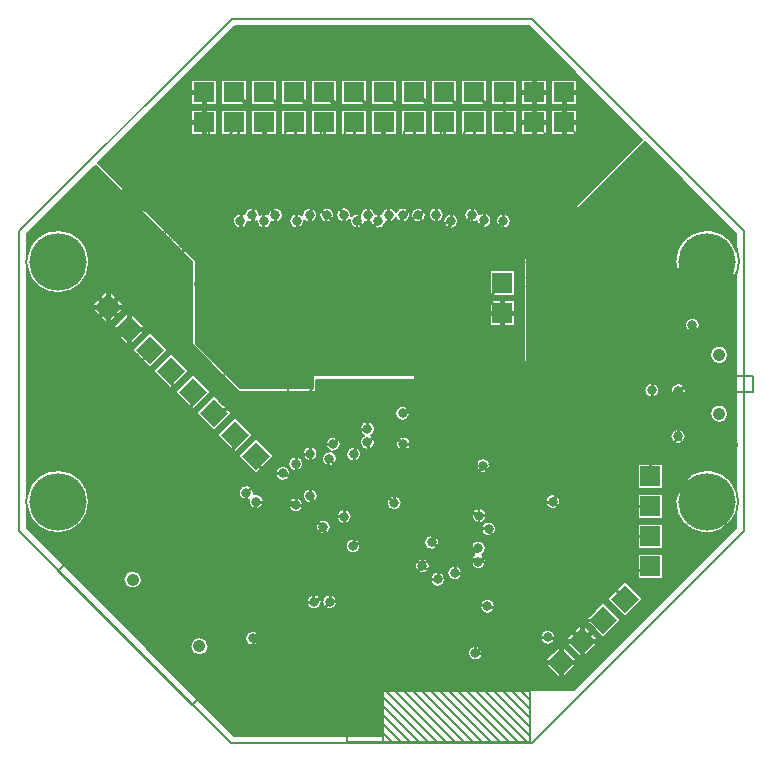
<source format=gbr>
G04 EasyPC Gerber Version 21.0.3 Build 4286 *
G04 #@! TF.Part,Single*
G04 #@! TF.FileFunction,Legend,Top *
G04 #@! TF.FilePolarity,Positive *
%FSLAX35Y35*%
%MOIN*%
G04 #@! TA.AperFunction,SMDPad*
%ADD70R,0.00700X0.02456*%
%ADD120R,0.00881X0.04424*%
%ADD126R,0.00900X0.01700*%
%ADD133R,0.01000X0.02756*%
%ADD80R,0.01181X0.04724*%
%ADD92R,0.01200X0.02000*%
%ADD127R,0.01300X0.03200*%
%ADD149R,0.01600X0.03356*%
%ADD93R,0.01600X0.03500*%
%ADD102R,0.01781X0.05324*%
%ADD114R,0.01800X0.02600*%
%ADD14R,0.01865X0.04424*%
%ADD16R,0.02062X0.04424*%
%ADD12R,0.02100X0.02100*%
%ADD129R,0.02165X0.04724*%
%ADD115R,0.02200X0.04100*%
%ADD124R,0.02300X0.03900*%
%ADD130R,0.02362X0.04724*%
%ADD82R,0.02400X0.02400*%
%ADD89R,0.02600X0.04200*%
%ADD145R,0.02765X0.05324*%
%ADD27R,0.02900X0.03600*%
%ADD146R,0.02962X0.05324*%
%ADD104R,0.03000X0.03000*%
%ADD142R,0.03200X0.03900*%
%ADD111R,0.03200X0.04800*%
%ADD25R,0.03600X0.13500*%
%ADD28R,0.03637X0.03991*%
%ADD13R,0.03640X0.04030*%
%ADD153R,0.03800X0.04500*%
%ADD140R,0.03900X0.13800*%
%ADD96R,0.03937X0.04291*%
%ADD86R,0.03940X0.04330*%
%ADD151R,0.04500X0.14400*%
%ADD119R,0.04537X0.04891*%
%ADD108R,0.04540X0.04930*%
%ADD123R,0.05200X0.06800*%
%ADD88R,0.05500X0.07100*%
%ADD24R,0.05600X0.13100*%
%ADD139R,0.05900X0.13400*%
%ADD110R,0.06100X0.07700*%
%ADD150R,0.06500X0.14000*%
%ADD121R,0.04424X0.00881*%
%ADD125R,0.01700X0.00900*%
%ADD81R,0.04724X0.01181*%
%ADD91R,0.02000X0.01200*%
%ADD122R,0.06900X0.01400*%
%ADD17R,0.04300X0.01500*%
%ADD85R,0.07200X0.01700*%
%ADD103R,0.05324X0.01781*%
%ADD113R,0.02600X0.01800*%
%ADD94R,0.04600X0.01800*%
%ADD11R,0.04424X0.02062*%
%ADD10R,0.02100X0.02100*%
%ADD107R,0.07800X0.02300*%
%ADD128R,0.04724X0.02362*%
%ADD84R,0.02400X0.02400*%
%ADD117R,0.05200X0.02400*%
%ADD26R,0.05600X0.02500*%
%ADD141R,0.05900X0.02800*%
%ADD71R,0.12900X0.02900*%
%ADD144R,0.05324X0.02962*%
%ADD106R,0.03000X0.03000*%
%ADD134R,0.13200X0.03200*%
%ADD152R,0.06500X0.03400*%
%ADD18R,0.03991X0.03637*%
%ADD15R,0.04030X0.03640*%
%AMT20*0 Rectangle Pad at angle 135*21,1,0.02400,0.06000,0,0,135*%
%ADD20T20*%
%ADD155R,0.13800X0.03800*%
%ADD131R,0.04291X0.03937*%
%ADD87R,0.04330X0.03940*%
%AMT135*0 Rectangle Pad at angle 135*21,1,0.02700,0.06300,0,0,135*%
%ADD135T135*%
%AMT156*0 Rectangle Pad at angle 135*21,1,0.03300,0.06900,0,0,135*%
%ADD156T156*%
%AMT23*0 Rectangle Pad at angle 135*21,1,0.04400,0.06000,0,0,135*%
%ADD23T23*%
%AMT21*0 Rectangle Pad at angle 135*21,1,0.04400,0.08400,0,0,135*%
%ADD21T21*%
%AMT22*0 Rectangle Pad at angle 45*21,1,0.05200,0.06000,0,0,45*%
%ADD22T22*%
%ADD147R,0.04891X0.04537*%
%ADD109R,0.04930X0.04540*%
%AMT138*0 Rectangle Pad at angle 135*21,1,0.04700,0.06300,0,0,135*%
%ADD138T138*%
%AMT136*0 Rectangle Pad at angle 135*21,1,0.04700,0.08700,0,0,135*%
%ADD136T136*%
%AMT29*0 Rectangle Pad at angle 135*21,1,0.05200,0.05200,0,0,135*%
%ADD29T29*%
%AMT137*0 Rectangle Pad at angle 45*21,1,0.05500,0.06300,0,0,45*%
%ADD137T137*%
%AMT159*0 Rectangle Pad at angle 135*21,1,0.05300,0.06900,0,0,135*%
%ADD159T159*%
%AMT157*0 Rectangle Pad at angle 135*21,1,0.05300,0.09300,0,0,135*%
%ADD157T157*%
%AMT143*0 Rectangle Pad at angle 135*21,1,0.05500,0.05500,0,0,135*%
%ADD143T143*%
%AMT154*0 Rectangle Pad at angle 135*21,1,0.06100,0.06100,0,0,135*%
%ADD154T154*%
G04 #@! TA.AperFunction,ComponentPad*
%ADD90R,0.06000X0.06000*%
G04 #@! TA.AperFunction,SMDPad*
%AMT158*0 Rectangle Pad at angle 45*21,1,0.06100,0.06900,0,0,45*%
%ADD158T158*%
%AMT19*0 Rectangle Pad at angle 45*21,1,0.06000,0.06000,0,0,45*%
%ADD19T19*%
%ADD83R,0.06300X0.06300*%
G04 #@! TA.AperFunction,ComponentPad*
%ADD112R,0.06600X0.06600*%
G04 #@! TA.AperFunction,SMDPad*
%ADD105R,0.06900X0.06900*%
G04 #@! TD.AperFunction*
%ADD75C,0.00100*%
%ADD74C,0.00300*%
%ADD73C,0.00500*%
%ADD78C,0.00600*%
%ADD77C,0.00800*%
%ADD76C,0.01000*%
%ADD79C,0.01500*%
%ADD98C,0.02000*%
%ADD99C,0.03000*%
G04 #@! TA.AperFunction,ViaPad*
%ADD97C,0.03200*%
G04 #@! TA.AperFunction,ComponentPad*
%ADD95C,0.03600*%
G04 #@! TD.AperFunction*
%ADD100C,0.04000*%
G04 #@! TA.AperFunction,ComponentPad*
%ADD118C,0.04200*%
G04 #@! TA.AperFunction,WasherPad*
%ADD101C,0.19100*%
G04 #@! TA.AperFunction,SMDPad*
%AMT132*0 Rectangle Pad at angle 45*21,1,0.06300,0.06300,0,0,45*%
%ADD132T132*%
G04 #@! TA.AperFunction,ComponentPad*
%AMT116*0 Rectangle Pad at angle 45*21,1,0.06600,0.06600,0,0,45*%
%ADD116T116*%
G04 #@! TA.AperFunction,SMDPad*
%AMT148*0 Rectangle Pad at angle 45*21,1,0.06900,0.06900,0,0,45*%
%ADD148T148*%
X0Y0D02*
D02*
D10*
X82950Y124150D03*
Y137550D03*
X86850Y124150D03*
Y137550D03*
X116450Y135350D03*
Y139150D03*
X120350Y135350D03*
Y139150D03*
X128250Y139750D03*
Y143550D03*
X132150Y139750D03*
Y143550D03*
X133450Y107350D03*
Y111350D03*
X133950Y92850D03*
X137350Y107350D03*
Y111350D03*
X137850Y92850D03*
X146350Y113350D03*
X150250D03*
X154450Y113250D03*
X158350D03*
X162950Y95450D03*
X166850D03*
X168350Y64850D03*
X172250D03*
X189950Y76351D03*
X190050Y101150D03*
X191050Y147250D03*
X193850Y76351D03*
X193950Y101150D03*
X194950Y147250D03*
D02*
D11*
X138808Y99510D03*
Y106990D03*
X149092Y99510D03*
Y103250D03*
Y106990D03*
X166308Y104010D03*
Y111490D03*
X176592Y104010D03*
Y107750D03*
Y111490D03*
D02*
D12*
X87650Y141850D03*
Y145750D03*
X94450Y17150D03*
Y21050D03*
X112850Y143550D03*
Y147450D03*
X116650Y143550D03*
Y147450D03*
X120450Y143550D03*
Y147450D03*
X124250Y143550D03*
Y147450D03*
X147450Y153450D03*
Y157350D03*
X147650Y138950D03*
Y142850D03*
X151150Y153550D03*
Y157450D03*
X151250Y138950D03*
Y142850D03*
X156350Y102750D03*
Y106650D03*
X181150Y89950D03*
Y93850D03*
X183350Y107750D03*
Y111650D03*
X186650Y69350D03*
Y73250D03*
X215550Y108350D03*
Y112250D03*
X219850Y108650D03*
Y112550D03*
X220050Y108350D03*
Y112250D03*
D02*
D13*
X75250Y142750D03*
X82250D03*
X121950Y87550D03*
X128950D03*
X134150Y114350D03*
X141150D03*
X143250Y92650D03*
X150250D03*
D02*
D14*
X142510Y73832D03*
Y84068D03*
X146250Y73832D03*
Y84068D03*
X149990Y73832D03*
Y84068D03*
D02*
D15*
X88450Y14450D03*
Y21450D03*
X135250Y73850D03*
Y80850D03*
D02*
D16*
X190110Y83308D03*
Y93592D03*
X193850D03*
X197590Y83308D03*
Y93592D03*
D02*
D17*
X72950Y194050D03*
Y196550D03*
Y199050D03*
X81550Y194050D03*
Y196609D03*
Y199168D03*
X92350Y194250D03*
Y196750D03*
Y199250D03*
X96226Y54491D03*
Y57050D03*
Y59609D03*
X100950Y194250D03*
Y196809D03*
Y199368D03*
X104474Y54491D03*
Y59609D03*
X112550Y194650D03*
Y197150D03*
Y199650D03*
X121150Y194650D03*
Y197209D03*
Y199768D03*
X132350Y194850D03*
Y197350D03*
Y199850D03*
X140950Y194850D03*
Y197409D03*
Y199968D03*
X152350Y195050D03*
Y197550D03*
Y200050D03*
X160950Y195050D03*
Y197609D03*
Y200168D03*
X172550Y195250D03*
Y197750D03*
Y200250D03*
X181150Y195250D03*
Y197809D03*
Y200368D03*
D02*
D18*
X158650Y119150D03*
X165650D03*
D02*
D19*
X29901Y145799D03*
D03*
D03*
D03*
X36972Y138728D03*
D03*
D03*
D03*
X44043Y131657D03*
D03*
D03*
D03*
X51115Y124585D03*
D03*
D03*
D03*
X58185Y117515D03*
D03*
D03*
D03*
X65257Y110443D03*
D03*
D03*
D03*
X72328Y103372D03*
D03*
D03*
D03*
X74512Y15412D03*
X79399Y96301D03*
D03*
D03*
D03*
X83988Y24888D03*
X180937Y27437D03*
D03*
D03*
D03*
X188008Y34508D03*
D03*
D03*
D03*
X195079Y41579D03*
D03*
D03*
D03*
X202150Y48650D03*
D03*
D03*
D03*
D02*
D70*
X76644Y162450D03*
Y167568D03*
X78613Y162450D03*
Y167568D03*
X80581Y162450D03*
Y167568D03*
X82550Y162450D03*
Y167568D03*
X97044Y162450D03*
Y167568D03*
X99013Y162450D03*
Y167568D03*
X100981Y162450D03*
Y167568D03*
X102950Y162450D03*
Y167568D03*
X114844Y162450D03*
Y167568D03*
X116813Y162450D03*
Y167568D03*
X118781Y162450D03*
Y167568D03*
X120750Y162450D03*
Y167568D03*
X132444Y162450D03*
Y167568D03*
X134413Y162450D03*
Y167568D03*
X136381Y162450D03*
Y167568D03*
X138350Y162450D03*
Y167568D03*
X151244Y162450D03*
Y167568D03*
X153213Y162450D03*
Y167568D03*
X155181Y162450D03*
Y167568D03*
X157150Y162450D03*
Y167568D03*
D02*
D71*
X113950Y6050D03*
Y11050D03*
Y16050D03*
Y21050D03*
Y26050D03*
Y31050D03*
Y36050D03*
Y41050D03*
Y46050D03*
Y51050D03*
Y56050D03*
X166750Y21050D03*
Y26050D03*
Y31050D03*
Y36050D03*
Y41050D03*
Y46050D03*
Y51050D03*
Y56050D03*
D02*
D20*
X69631Y81976D03*
X72672Y78935D03*
X75712Y75895D03*
X78753Y72854D03*
X81793Y69814D03*
X84834Y66773D03*
X87874Y63733D03*
X90915Y60692D03*
X93956Y57652D03*
D02*
D21*
X26215Y69248D03*
X69348Y26115D03*
D02*
D22*
X55418Y93502D03*
D02*
D23*
X95794Y52560D03*
D02*
D24*
X186150Y159050D03*
X212650D03*
D02*
D25*
X195450Y137050D03*
X203350D03*
D02*
D26*
X226750Y108350D03*
Y114250D03*
Y126050D03*
Y131950D03*
D02*
D27*
X229450Y99850D03*
Y140450D03*
X237850Y99850D03*
Y140450D03*
D02*
D28*
X181350Y67250D03*
Y74250D03*
X199550Y108150D03*
Y115150D03*
X225050Y123150D03*
Y130150D03*
D02*
D29*
X20615Y134785D03*
X27685Y127715D03*
X34757Y120643D03*
X41828Y113572D03*
D02*
D73*
X13150Y91550D02*
G75*
G03Y70623J-10463D01*
G01*
G75*
G03Y91550J10463*
G01*
X13250Y171550D02*
G75*
G03Y150423J-10563D01*
G01*
G75*
G03Y171550J10563*
G01*
X12798Y126627D02*
X12268Y126096D01*
X12445Y125920*
X12975Y125743*
X13329*
X13859Y125920*
X14213Y126273*
X14389Y126804*
Y127157*
X14213Y127687*
X13506Y128394*
X12975Y128571*
X12622*
X12091Y128394*
X11738Y128041*
X11561Y127511*
Y127157*
X11738Y126627*
X12091Y124152D02*
X9970Y126273D01*
X10324Y122384*
X8202Y124506*
X9263Y121324D02*
X7141Y123445D01*
X6081Y122384*
X5904Y121854*
Y121500*
X6081Y120970*
X6788Y120263*
X7318Y120086*
X7672*
X8202Y120263*
X9263Y121324*
X20615Y140089D02*
X46954Y113749D01*
X41651Y108446*
X15311Y134785*
X20615Y140089*
X24420Y121580D02*
X22298Y123702D01*
X21061Y122464*
X20884Y121934*
X21061Y121404*
X21591Y121227*
X22122Y121404*
X23359Y122641*
X22122Y121404D02*
X22652Y119813D01*
X21591Y118752D02*
X19470Y120873D01*
X17702Y119106*
X19117Y118398D02*
X20531Y119813D01*
X18763Y115924D02*
X16641Y118045D01*
X15404Y116807*
X15227Y116277*
X15404Y115747*
X15934Y115570*
X16465Y115747*
X17702Y116984*
X16465Y115747D02*
X16995Y114156D01*
X15404Y113625D02*
X15581Y113095D01*
X15404Y112565*
X14697Y111857*
X14167Y111681*
X13636Y111857*
X13459Y112388*
X13636Y112918*
X14343Y113625*
X14520Y114156*
X14343Y114686*
X13813Y114863*
X13283Y114686*
X12576Y113979*
X12399Y113448*
X12576Y112918*
X12222Y109383D02*
X10101Y111504D01*
X10985Y112388D02*
X9217Y110620D01*
X25718Y192982D02*
X2850Y170115D01*
Y162496*
G75*
G02X23750Y161050I10400J-1446*
G01*
G75*
G02X2850Y159604I-10500*
G01*
Y82496*
G75*
G02X23750Y81050I10400J-1446*
G01*
G75*
G02X2850Y79604I-10500*
G01*
Y72285*
X72085Y3050*
X120850*
Y3200*
X106100*
Y3600*
X100471*
G75*
G02X99229I-621J2450*
G01*
X83950*
G75*
G02X82218Y4318I0J2450*
G01*
X78387Y8149*
G75*
G02X77658Y8654I1101J2364*
G01*
X75804Y10481*
X74512Y9190*
X68290Y15412*
X69669Y16791*
X67616Y18844*
G75*
G02X66898Y20576I1732J1733*
G01*
Y20645*
X62843Y24700*
X70762Y32620*
X75854Y27529*
X71798Y23473*
Y21591*
X73133Y20256*
X74512Y21635*
X80735Y15412*
X79491Y14169*
X81317Y12370*
G75*
G02X81851Y11613I-1830J-1858*
G01*
X84965Y8500*
X99229*
G75*
G02X100471I621J-2450*
G01*
X101100*
Y17850*
G75*
G02X101671Y19229I1950J0*
G01*
X104871Y22429*
G75*
G02X106100Y22994I1379J-1379*
G01*
Y30443*
X84655*
X90210Y24888*
X83988Y18665*
X77765Y24888*
X83321Y30443*
X73650*
G75*
G02X72513Y30914J1607*
G01*
X26513Y76913*
G75*
G02X26042Y78050I1137J1137*
G01*
Y123702*
X22029Y127715*
X27685Y133371*
X33342Y127715*
X29257Y123629*
Y120800*
X34757Y126300*
X40413Y120643*
X34757Y114987*
X33957Y115786*
Y99316*
X90616Y42658*
X91646*
G75*
G02X91313Y42913I805J1392*
G01*
X35613Y98613*
G75*
G02X35143Y99750I1137J1137*
G01*
Y109550*
G75*
G02X35613Y110687I1607*
G01*
X37335Y112408*
X36171Y113572*
X41828Y119229*
X47484Y113572*
X41828Y107916*
X39608Y110135*
X38357Y108884*
Y100416*
X93116Y45657*
X97059*
G75*
G02X96100Y47650I1591J1993*
G01*
G75*
G02X96103Y47778I2548J2*
G01*
X95228Y46904*
X91522Y50610*
X89940*
G75*
G02X88561Y51181I0J1950*
G01*
X87933Y51809*
G75*
G02X85600Y54350I217J2541*
G01*
G75*
G02X88510Y56874I2550*
G01*
X85789Y59596*
X85717Y59525*
G75*
G02X84692Y59100I-1025J1025*
G01*
X80550*
G75*
G02X79525Y59525J1450*
G01*
X39525Y99525*
G75*
G02X39100Y100550I1025J1025*
G01*
Y103050*
G75*
G02X39525Y104075I1450*
G01*
X47700Y112251*
Y118449*
X39525Y126625*
G75*
G02Y128675I1025J1025*
G01*
X40270Y129420*
X38033Y131657*
X44043Y137667*
X50054Y131657*
X44324Y125927*
X45385Y124866*
X51115Y130596*
X57125Y124585*
X52800Y120261*
Y118139*
X58185Y123525*
X64196Y117515*
X59200Y112519*
Y111851*
X59927Y111124*
X65257Y116454*
X68353Y113357*
X76550*
G75*
G02X77692Y112881J-1607*
G01*
X88620Y101857*
X103070*
G75*
G02X107600Y100250I1980J-1607*
G01*
G75*
G02X104669Y97729I-2550*
G01*
G75*
G02X106300Y95350I-919J-2379*
G01*
G75*
G02X101200I-2550*
G01*
G75*
G02X104131Y97871I2550*
G01*
G75*
G02X103070Y98643I919J2379*
G01*
X99342*
G75*
G02X98800Y94952I-1992J-1593*
G01*
Y85048*
G75*
G02X99900Y82950I-1450J-2098*
G01*
G75*
G02X94800I-2550*
G01*
G75*
G02X95900Y85048I2550*
G01*
Y94952*
G75*
G02X95252Y95600I1450J2098*
G01*
X94193*
G75*
G02X94157Y91670I-1643J-1950*
G01*
Y81930*
G75*
G02X94009Y77859I-1607J-1980*
G01*
X106853*
G75*
G02X111200Y76050I1797J-1809*
G01*
G75*
G02X106522Y74644I-2550*
G01*
X103205*
G75*
G02X104008Y71365I-1455J-2094*
G01*
X109100Y66273*
G75*
G02X114200Y66250I2550J-23*
G01*
G75*
G02X113557Y64557I-2550J0*
G01*
X122850*
G75*
G02X123987Y64087J-1607*
G01*
X131216Y56857*
X137956*
G75*
G02X142400Y55150I1894J-1707*
G01*
G75*
G02X137793Y53643I-2550*
G01*
X130550*
G75*
G02X129413Y54113J1607*
G01*
X122184Y61343*
X110150*
G75*
G02X109013Y61813J1607*
G01*
X100498Y70328*
G75*
G02X99528Y71298I1252J2222*
G01*
X99413Y71413*
G75*
G02X99517Y73782I1137J1137*
G01*
G75*
G02X100295Y74644I2233J-1232*
G01*
X88604*
X85861Y71969*
X86468Y71362*
X87046Y71935*
G75*
G02X92100Y71450I2504J-485*
G01*
G75*
G02X90015Y68943I-2550*
G01*
X89448Y68381*
X89979Y67850*
G75*
G02X90792Y68099I812J-1202*
G01*
X94150*
G75*
G02X95175Y67674I0J-1450*
G01*
X104875Y57975*
G75*
G02X105300Y56950I-1025J-1025*
G01*
Y49748*
G75*
G02X106100Y48850I-1450J-2098*
G01*
Y58901*
X121799*
Y53400*
X122843*
G75*
G02X126100Y50950I707J-2450*
G01*
G75*
G02X122843Y48500I-2550*
G01*
X121799*
Y18850*
X153661*
G75*
G02X155657Y23500I1289J2200*
G01*
X158901*
Y29100*
X154548*
G75*
G02X149900Y30550I-2098J1450*
G01*
G75*
G02X151000Y32648I2550*
G01*
Y54150*
G75*
G02X151425Y55175I1450*
G01*
X156300Y60051*
Y69460*
G75*
G02X154300Y71950I550J2490*
G01*
G75*
G02X159400I2550*
G01*
G75*
G02X159107Y70762I-2550J0*
G01*
G75*
G02X159200Y70250I-1356J-512*
G01*
Y59450*
G75*
G02X159092Y58901I-1450*
G01*
X173900*
Y61049*
X159849Y75100*
X155972*
G75*
G02X152322Y74237I-2222J1250*
G01*
Y70220*
X140177*
Y71743*
X138665*
Y70630*
X131834*
Y77070*
X137777*
G75*
G02X137560Y77260I1274J1678*
G01*
X137190Y77630*
X131834*
Y84070*
X136472*
X136234Y84308*
G75*
G02X134226Y85600I216J2542*
G01*
X132169*
Y84133*
X126800*
Y82748*
G75*
G02X127900Y80650I-1450J-2098*
G01*
G75*
G02X122800I-2550*
G01*
G75*
G02X123900Y82748I2550*
G01*
Y83549*
X123316Y84133*
X118730*
Y90964*
X125169*
Y86382*
X125730Y85821*
Y90964*
X131500*
Y95299*
X131843*
Y99550*
G75*
G02X133950Y101657I2107*
G01*
X135196*
Y101941*
X142421*
Y97078*
X136057*
Y95299*
X140031*
Y96067*
X146470*
Y90708*
X147031Y91255*
Y96067*
X148300*
Y97078*
X145480*
Y109421*
X148300*
Y110901*
X144100*
Y109332*
G75*
G02X143236Y107246I-2950J0*
G01*
X142421Y106431*
Y104559*
X140479*
G75*
G02X137138I-1670J2431*
G01*
X135196*
Y109421*
X137067*
X138200Y110554*
Y110937*
X137929*
Y117199*
X137370Y117758*
Y110937*
X130929*
Y112400*
X129793*
G75*
G02X130700Y110450I-1643J-1950*
G01*
G75*
G02X125600I-2550*
G01*
G75*
G02X126507Y112400I2550*
G01*
X122060*
G75*
G02X117000Y112850I-2510J450*
G01*
G75*
G02X119333Y115391I2550*
G01*
X119671Y115729*
G75*
G02X121050Y116300I1379J-1379*
G01*
X130929*
Y117763*
X137365*
X133678Y121450*
X99250*
Y117550*
X73550*
X57850Y133250*
Y160850*
X25718Y192982*
X21757Y139300D02*
G75*
G02X22650Y139457I893J-2449D01*
G01*
X31692*
X36972Y144738*
X42983Y138728*
X36972Y132717*
X34776Y134913*
G75*
G02X33030Y134243I-1746J1937*
G01*
X25728*
X20615Y129129*
X14958Y134785*
X20615Y140442*
X21757Y139300*
X23891Y145799D02*
X29901Y151809D01*
X35911Y145799*
X29901Y139789*
X23891Y145799*
X27650Y65592D02*
X24800Y62743D01*
X19709Y67834*
X27629Y75754*
X32720Y70662*
X30408Y68350*
X30967Y67791*
G75*
G02X33300Y65250I-217J-2541*
G01*
G75*
G02X28209Y65033I-2550*
G01*
X27650Y65592*
X36008Y57192D02*
G75*
G02X40321Y52879I2157J-2157D01*
G01*
G75*
G02X36008Y57192I-2157J2157*
G01*
X44500Y162750D02*
G75*
G02X39400I-2550D01*
G01*
G75*
G02X44500I2550*
G01*
X58282Y34918D02*
G75*
G02X62595Y30605I2157J-2157D01*
G01*
G75*
G02X58282Y34918I-2157J2157*
G01*
X97700Y114750D02*
G75*
G02X92600I-2550D01*
G01*
G75*
G02X97700I2550*
G01*
X109300Y96850D02*
G75*
G02X114400I2550D01*
G01*
G75*
G02X109300I-2550*
G01*
X115349Y103050D02*
G75*
G02X113900Y105350I1101J2300D01*
G01*
G75*
G02X119000I2550*
G01*
G75*
G02X117551Y103050I-2550*
G01*
G75*
G02X119000Y100750I-1101J-2300*
G01*
G75*
G02X113900I-2550*
G01*
G75*
G02X115349Y103050I2550*
G01*
X123000Y67150D02*
G75*
G02X128100I2550D01*
G01*
G75*
G02X123000I-2550*
G01*
X131000Y100250D02*
G75*
G02X125900I-2550D01*
G01*
G75*
G02X131000I2550*
G01*
X135300Y67450D02*
G75*
G02X140400I2550D01*
G01*
G75*
G02X135300I-2550*
G01*
X137300Y59650D02*
G75*
G02X132200I-2550D01*
G01*
G75*
G02X137300I2550*
G01*
X143000Y57250D02*
G75*
G02X148100I2550D01*
G01*
G75*
G02X143000I-2550*
G01*
X152201Y63273D02*
G75*
G02X150800Y65550I1149J2276D01*
G01*
G75*
G02X155900I2550*
G01*
G75*
G02X154599Y63327I-2550*
G01*
G75*
G02X156000Y61050I-1149J-2277*
G01*
G75*
G02X150900I-2550*
G01*
G75*
G02X152201Y63273I2550*
G01*
X164900Y63450D02*
G75*
G02X159800I-2550D01*
G01*
G75*
G02X164900I2550*
G01*
X106100Y3300D02*
G36*
Y3600D01*
X100471*
G75*
G02X99229I-621J2450*
G01*
X83950*
G75*
G02X82218Y4318I1J2451*
G01*
X78387Y8149*
G75*
G02X77658Y8654I1103J2367*
G01*
X75804Y10481*
X74512Y9190*
X68290Y15412*
X69669Y16791*
X67616Y18844*
G75*
G02X66898Y20576I1733J1733*
G01*
Y20645*
X62843Y24700*
X70762Y32620*
X75854Y27529*
X71798Y23473*
Y21591*
X73133Y20256*
X74512Y21635*
X80735Y15412*
X79491Y14169*
X81317Y12370*
G75*
G02X81851Y11613I-1826J-1855*
G01*
X84965Y8500*
X99229*
G75*
G02X100471I621J-2450*
G01*
X101100*
Y17850*
G75*
G02X101671Y19229I1950*
G01*
X104871Y22429*
G75*
G02X106100Y22994I1380J-1380*
G01*
Y30443*
X84655*
X90210Y24888*
X83988Y18665*
X77765Y24888*
X83321Y30443*
X73650*
G75*
G02X72513Y30914I1J1609*
G01*
X70666Y32761*
X63489*
G75*
G02X62595Y30605I-3050*
G01*
G75*
G02X57389Y32761I-2157J2157*
G01*
X42374*
X71835Y3300*
X106100*
G37*
X151000Y32761D02*
G36*
X121799D01*
Y18850*
X153661*
G75*
G02X152400Y21050I1289J2200*
G01*
G75*
G02X155657Y23500I2550*
G01*
X158901*
Y29100*
X154548*
G75*
G02X149900Y30550I-2098J1450*
G01*
G75*
G02X151000Y32648I2550J0*
G01*
Y32761*
G37*
X70666D02*
G36*
X48391Y55035D01*
X41215*
G75*
G02X40321Y52879I-3050*
G01*
G75*
G02X35115Y55035I-2157J2157*
G01*
X20100*
X42374Y32761*
X57389*
G75*
G02X58282Y34918I3050*
G01*
G75*
G02X63489Y32761I2157J-2157*
G01*
X70666*
G37*
X79191Y55035D02*
G36*
X78239D01*
X90616Y42658*
X91646*
G75*
G02X91313Y42913I799J1385*
G01*
X79191Y55035*
G37*
X85694D02*
G36*
X83738D01*
X93116Y45657*
X97059*
G75*
G02X96100Y47650I1591J1992*
G01*
Y47650*
G75*
G02X96103Y47778I2618*
G01*
X95228Y46904*
X91522Y50610*
X89940*
G75*
G02X88561Y51181J1950*
G01*
X87933Y51809*
G75*
G02X85600Y54350I217J2541*
G01*
G75*
G02X85694Y55035I2550J0*
G01*
G37*
X106100D02*
G36*
X105300D01*
Y49748*
G75*
G02X106100Y48850I-1449J-2096*
G01*
Y55035*
G37*
X151302D02*
G36*
X146814D01*
G75*
G02X144286I-1264J2215*
G01*
X142397*
G75*
G02X137793Y53643I-2547J115*
G01*
X130550*
G75*
G02X129413Y54113I1J1609*
G01*
X128491Y55035*
X121799*
Y53400*
X122843*
G75*
G02X126100Y50950I707J-2450*
G01*
G75*
G02X122843Y48500I-2550J0*
G01*
X121799*
Y32761*
X151000*
Y54150*
G75*
G02X151302Y55035I1453J-1*
G01*
G37*
X48391D02*
G36*
X43777Y59650D01*
X15485*
X20100Y55035*
X35115*
G75*
G02X36008Y57192I3050*
G01*
G75*
G02X41215Y55035I2157J-2157*
G01*
X48391*
G37*
X85694D02*
G36*
G75*
G02X88510Y56874I2456J-685D01*
G01*
X85789Y59596*
X85717Y59525*
G75*
G02X84692Y59100I-1026J1028*
G01*
X80550*
G75*
G02X79525Y59525I1J1453*
G01*
X79400Y59650*
X79123*
X83738Y55035*
X85694*
G37*
X79191D02*
G36*
X74577Y59650D01*
X73624*
X78239Y55035*
X79191*
G37*
X128491D02*
G36*
X123877Y59650D01*
X103200*
X104875Y57975*
G75*
G02X105300Y56950I-1028J-1026*
G01*
Y55035*
X106100*
Y58901*
X121799*
Y55035*
X128491*
G37*
X144286D02*
G36*
G75*
G02X143000Y57250I1264J2215D01*
G01*
G75*
G02X144688Y59650I2550*
G01*
X137300*
G75*
G02X132200I-2550*
G01*
X128423*
X131216Y56857*
X137956*
G75*
G02X142400Y55150I1894J-1707*
G01*
G75*
G02X142397Y55035I-2551J4*
G01*
X144286*
G37*
X151302D02*
G36*
G75*
G02X151425Y55175I1151J-887D01*
G01*
X155899Y59650*
X155581*
G75*
G02X151319I-2131J1400*
G01*
X146412*
G75*
G02X148100Y57250I-862J-2400*
G01*
G75*
G02X146814Y55035I-2550*
G01*
X151302*
G37*
X173650Y58901D02*
G36*
Y59650D01*
X159200*
Y59450*
Y59450*
G75*
G02X159092Y58901I-1448*
G01*
X173650*
G37*
X43777Y59650D02*
G36*
X39976Y63450D01*
X32556*
G75*
G02X28944I-1806J1800*
G01*
X25508*
X24800Y62743*
X24093Y63450*
X11685*
X15485Y59650*
X43777*
G37*
X74577D02*
G36*
X70777Y63450D01*
X69824*
X73624Y59650*
X74577*
G37*
X79400D02*
G36*
X75600Y63450D01*
X75323*
X79123Y59650*
X79400*
G37*
X123877D02*
G36*
X122184Y61343D01*
X110150*
G75*
G02X109013Y61813I1J1609*
G01*
X107377Y63450*
X99400*
X103200Y59650*
X123877*
G37*
X151319D02*
G36*
G75*
G02X150900Y61050I2131J1400D01*
G01*
Y61050*
G75*
G02X152201Y63273I2549*
G01*
G75*
G02X151903Y63450I1149J2277*
G01*
X124623*
X128423Y59650*
X132200*
G75*
G02X137300I2550*
G01*
X144688*
G75*
G02X146412I862J-2400*
G01*
X151319*
G37*
X156300Y63450D02*
G36*
X154796D01*
G75*
G02X154599Y63327I-1446J2099*
G01*
G75*
G02X156000Y61050I-1149J-2277*
G01*
G75*
G02X155581Y59650I-2550J0*
G01*
X155899*
X156300Y60051*
Y63450*
G37*
X173650Y61299D02*
G36*
X171499Y63450D01*
X164900*
G75*
G02X159800I-2550*
G01*
X159200*
Y59650*
X173650*
Y61299*
G37*
X11685Y63450D02*
G36*
X24093D01*
X19709Y67834*
X21102Y69227*
X5909*
X11685Y63450*
G37*
X28944D02*
G36*
G75*
G02X28209Y65033I1806J1800D01*
G01*
X27650Y65592*
X25508Y63450*
X28944*
G37*
X39976D02*
G36*
X34200Y69227D01*
X31285*
X30408Y68350*
X30967Y67791*
G75*
G02X33300Y65250I-217J-2541*
G01*
G75*
G02X32556Y63450I-2550*
G01*
X39976*
G37*
X70777D02*
G36*
X65000Y69227D01*
X64047*
X69824Y63450*
X70777*
G37*
X75600D02*
G36*
X69823Y69227D01*
X69546*
X75323Y63450*
X75600*
G37*
X107377D02*
G36*
X101600Y69227D01*
X90799*
G75*
G02X90015Y68943I-1249J2223*
G01*
X89448Y68381*
X89979Y67850*
G75*
G02X90792Y68099I811J-1199*
G01*
X94150*
G75*
G02X95175Y67674I-1J-1453*
G01*
X99400Y63450*
X107377*
G37*
X156300Y69227D02*
G36*
X139679D01*
G75*
G02X140400Y67450I-1829J-1777*
G01*
G75*
G02X135300I-2550*
G01*
G75*
G02X136021Y69227I2550*
G01*
X127030*
G75*
G02X128100Y67150I-1480J-2077*
G01*
G75*
G02X123000I-2550*
G01*
G75*
G02X124070Y69227I2550*
G01*
X106147*
X109100Y66273*
G75*
G02X114200Y66250I2550J-23*
G01*
G75*
G02X113557Y64557I-2552J1*
G01*
X122850*
G75*
G02X123987Y64087I-1J-1609*
G01*
X124623Y63450*
X151903*
G75*
G02X150800Y65550I1447J2100*
G01*
G75*
G02X155900I2550*
G01*
Y65550*
G75*
G02X154796Y63450I-2549*
G01*
X156300*
Y69227*
G37*
X171499Y63450D02*
G36*
X165722Y69227D01*
X159200*
Y63450*
X159800*
G75*
G02X164900I2550*
G01*
X171499*
G37*
X34200Y69227D02*
G36*
X26513Y76913D01*
G75*
G02X26042Y78050I1138J1137*
G01*
Y96850*
X3100*
Y83738*
G75*
G02X23750Y81050I10150J-2689*
G01*
G75*
G02X3100Y78362I-10500J0*
G01*
Y72035*
X5909Y69227*
X21102*
X27629Y75754*
X32720Y70662*
X31285Y69227*
X34200*
G37*
X65000D02*
G36*
X37377Y96850D01*
X36423*
X64047Y69227*
X65000*
G37*
X42200Y96850D02*
G36*
X41923D01*
X69546Y69227*
X69823*
X42200Y96850*
G37*
X101600Y69227D02*
G36*
X100498Y70328D01*
G75*
G02X99528Y71298I1250J2220*
G01*
X99413Y71413*
G75*
G02X98943Y72550I1137J1137*
G01*
G75*
G02X99517Y73782I1607*
G01*
G75*
G02X100295Y74644I2230J-1230*
G01*
X88604*
X85861Y71969*
X86468Y71362*
X87046Y71935*
G75*
G02X92100Y71450I2504J-486*
G01*
Y71450*
G75*
G02X90799Y69227I-2550*
G01*
X101600*
G37*
X165722D02*
G36*
X159849Y75100D01*
X155972*
G75*
G02X152322Y74237I-2222J1250*
G01*
Y70220*
X140177*
Y71743*
X138665*
Y70630*
X131834*
Y77070*
X137777*
G75*
G02X137560Y77260I1248J1649*
G01*
X137190Y77630*
X131834*
Y84070*
X136472*
X136234Y84308*
G75*
G02X134226Y85600I216J2541*
G01*
X132169*
Y84133*
X126800*
Y82748*
G75*
G02X127900Y80650I-1450J-2098*
G01*
G75*
G02X122800I-2550*
G01*
G75*
G02X123900Y82748I2550J0*
G01*
Y83549*
X123316Y84133*
X118730*
Y90964*
X125169*
Y86382*
X125730Y85821*
Y90964*
X131500*
Y95299*
X131843*
Y96850*
X114400*
G75*
G02X109300I-2550*
G01*
X105812*
G75*
G02X106300Y95350I-2062J-1500*
G01*
Y95350*
G75*
G02X101200I-2550*
G01*
G75*
G02X101688Y96850I2550*
G01*
X99892*
G75*
G02X98800Y94952I-2543J200*
G01*
Y85048*
G75*
G02X99900Y82950I-1450J-2098*
G01*
G75*
G02X94800I-2550*
G01*
G75*
G02X95900Y85048I2550J0*
G01*
Y94952*
G75*
G02X95252Y95600I1449J2097*
G01*
X94193*
G75*
G02X95100Y93650I-1643J-1950*
G01*
G75*
G02X94157Y91670I-2550*
G01*
Y81930*
G75*
G02X95100Y79950I-1607J-1980*
G01*
G75*
G02X94009Y77859I-2550*
G01*
X106853*
G75*
G02X111200Y76050I1797J-1809*
G01*
G75*
G02X106522Y74644I-2550*
G01*
X103205*
G75*
G02X104300Y72550I-1455J-2094*
G01*
G75*
G02X104008Y71365I-2551*
G01*
X106147Y69227*
X124070*
G75*
G02X127030I1480J-2076*
G01*
X136021*
G75*
G02X139679I1829J-1777*
G01*
X156300*
Y69460*
G75*
G02X154300Y71950I550J2490*
G01*
G75*
G02X159400I2550*
G01*
G75*
G02X159107Y70762I-2552*
G01*
G75*
G02X159200Y70250I-1367J-513*
G01*
Y69227*
X165722*
G37*
X148300Y96850D02*
G36*
X136057D01*
Y95299*
X140031*
Y96067*
X146470*
Y90708*
X147031Y91255*
Y96067*
X148300*
Y96850*
G37*
X26042D02*
G36*
Y100250D01*
X3100*
Y96850*
X26042*
G37*
X37377D02*
G36*
X35613Y98613D01*
G75*
G02X35143Y99750I1138J1137*
G01*
Y100250*
X33957*
Y99316*
X36423Y96850*
X37377*
G37*
X39131Y100250D02*
G36*
X38523D01*
X41923Y96850*
X42200*
X39525Y99525*
G75*
G02X39131Y100250I1028J1027*
G01*
G37*
X101688Y96850D02*
G36*
G75*
G02X104131Y97871I2062J-1500D01*
G01*
G75*
G02X103070Y98643I917J2376*
G01*
X99342*
G75*
G02X99900Y97050I-1993J-1593*
G01*
G75*
G02X99892Y96850I-2548*
G01*
X101688*
G37*
X131962Y100250D02*
G36*
X131000D01*
G75*
G02X125900I-2550*
G01*
X118950*
G75*
G02X113950I-2500J500*
G01*
X107600*
G75*
G02X104669Y97729I-2550*
G01*
G75*
G02X105812Y96850I-919J-2378*
G01*
X109300*
G75*
G02X114400I2550*
G01*
X131843*
Y99550*
G75*
G02X131962Y100250I2108*
G01*
G37*
X145480D02*
G36*
X142421D01*
Y97078*
X136057*
Y96850*
X148300*
Y97078*
X145480*
Y100250*
G37*
X26042Y103050D02*
G36*
X3100D01*
Y100250*
X26042*
Y103050*
G37*
X35143Y100250D02*
G36*
Y103050D01*
X33957*
Y100250*
X35143*
G37*
X39131D02*
G36*
G75*
G02X39100Y100550I1421J301D01*
G01*
Y103050*
X38357*
Y100416*
X38523Y100250*
X39131*
G37*
X113950D02*
G36*
G75*
G02X113900Y100750I2501J500D01*
G01*
G75*
G02X115349Y103050I2551J0*
G01*
X87438*
X88620Y101857*
X103070*
G75*
G02X107600Y100250I1980J-1607*
G01*
X113950*
G37*
X145480Y103050D02*
G36*
X117551D01*
G75*
G02X119000Y100750I-1102J-2300*
G01*
G75*
G02X118950Y100250I-2550J0*
G01*
X125900*
G75*
G02X131000I2550*
G01*
X131962*
G75*
G02X133950Y101657I1988J-700*
G01*
X135196*
Y101941*
X142421*
Y100250*
X145480*
Y103050*
G37*
X26042Y114750D02*
G36*
X3100D01*
Y103050*
X26042*
Y114750*
G37*
X37348D02*
G36*
X33957D01*
Y103050*
X35143*
Y109550*
G75*
G02X35613Y110687I1609J-1*
G01*
X37335Y112408*
X36171Y113572*
X37348Y114750*
G37*
X39100Y103050D02*
G36*
G75*
G02X39525Y104075I1453J-1D01*
G01*
X47700Y112251*
Y114750*
X46307*
X47484Y113572*
X41828Y107916*
X39608Y110135*
X38357Y108884*
Y103050*
X39100*
G37*
X63553Y114750D02*
G36*
X61431D01*
X59200Y112519*
Y111851*
X59927Y111124*
X63553Y114750*
G37*
X137929D02*
G36*
X137370D01*
Y110937*
X130929*
Y112400*
X129793*
G75*
G02X130700Y110450I-1644J-1950*
G01*
G75*
G02X125600I-2550*
G01*
G75*
G02X126507Y112400I2551J0*
G01*
X122060*
G75*
G02X117000Y112850I-2510J450*
G01*
G75*
G02X117849Y114750I2550*
G01*
X97700*
G75*
G02X92600I-2550*
G01*
X66960*
X68353Y113357*
X76550*
G75*
G02X77692Y112881I1J-1606*
G01*
X87438Y103050*
X115349*
G75*
G02X113900Y105350I1102J2300*
G01*
G75*
G02X119000I2550*
G01*
G75*
G02X117551Y103050I-2551J0*
G01*
X145480*
Y109421*
X148300*
Y110901*
X144100*
Y109332*
G75*
G02X143236Y107246I-2952J1*
G01*
X142421Y106431*
Y104559*
X140479*
G75*
G02X137138I-1670J2431*
G01*
X135196*
Y109421*
X137067*
X138200Y110554*
Y110937*
X137929*
Y114750*
G37*
X47700D02*
G36*
Y118449D01*
X39525Y126625*
G75*
G02X39100Y127650I1025J1025*
G01*
G75*
G02X39525Y128675I1450*
G01*
X40270Y129420*
X38033Y131657*
X43309Y136933*
X41188*
X36972Y132717*
X34776Y134913*
G75*
G02X33030Y134243I-1746J1938*
G01*
X25728*
X20615Y129129*
X14958Y134785*
X17106Y136933*
X3100*
Y114750*
X26042*
Y123702*
X22029Y127715*
X27685Y133371*
X33342Y127715*
X29257Y123629*
Y120800*
X34757Y126300*
X40413Y120643*
X34757Y114987*
X33957Y115786*
Y114750*
X37348*
X41828Y119229*
X46307Y114750*
X47700*
G37*
X57850Y136933D02*
G36*
X44777D01*
X50054Y131657*
X44324Y125927*
X45385Y124866*
X51115Y130596*
X57125Y124585*
X52800Y120261*
Y118139*
X58185Y123525*
X64196Y117515*
X61431Y114750*
X63553*
X65257Y116454*
X66960Y114750*
X92600*
G75*
G02X97700I2550*
G01*
X117849*
G75*
G02X119333Y115391I1701J-1900*
G01*
X119671Y115729*
G75*
G02X121050Y116300I1379J-1378*
G01*
X130929*
Y117763*
X137365*
X133678Y121450*
X99250*
Y117550*
X73550*
X57850Y133250*
Y136933*
G37*
X137929Y114750D02*
G36*
Y117199D01*
X137370Y117758*
Y114750*
X137929*
G37*
X57850Y145799D02*
G36*
X35911D01*
X29901Y139789*
X23891Y145799*
X3100*
Y136933*
X17106*
X20615Y140442*
X21757Y139300*
G75*
G02X22650Y139457I893J-2444*
G01*
X31692*
X36972Y144738*
X42983Y138728*
X41188Y136933*
X43309*
X44043Y137667*
X44777Y136933*
X57850*
Y145799*
G37*
X55950Y162750D02*
G36*
X44500D01*
G75*
G02X39400I-2550*
G01*
X23611*
G75*
G02X23750Y161050I-10362J-1700*
G01*
G75*
G02X3100Y158362I-10500J0*
G01*
Y145799*
X23891*
X29901Y151809*
X35911Y145799*
X57850*
Y160850*
X55950Y162750*
G37*
X25968Y192732D02*
G36*
X25468D01*
X3100Y170365*
Y163738*
G75*
G02X23611Y162750I10150J-2689*
G01*
X39400*
G75*
G02X44500I2550*
G01*
X55950*
X25968Y192732*
G37*
X25768Y193032D02*
X2850Y170115D01*
Y162496*
G75*
G02X23750Y161050I10400J-1446*
G01*
G75*
G02X2850Y159604I-10500*
G01*
Y82496*
G75*
G02X23750Y81050I10400J-1446*
G01*
G75*
G02X2850Y79604I-10500*
G01*
Y72285*
X72085Y3050*
X121050*
Y18750*
X153849*
G75*
G02X152400Y21050I1101J2300*
G01*
G75*
G02X157500I2550*
G01*
G75*
G02X156051Y18750I-2550*
G01*
X185815*
X239450Y72385*
Y77552*
G75*
G02X219050Y81050I-9900J3498*
G01*
G75*
G02X239450Y84548I10500*
G01*
Y157552*
G75*
G02X219050Y161050I-9900J3498*
G01*
G75*
G02X239450Y164548I10500*
G01*
Y170215*
X209182Y200482*
X170350Y161650*
Y126750*
X164950Y121350*
X99450*
Y117450*
X73450*
X57850Y133050*
Y160950*
X25768Y193032*
X23891Y145799D02*
X29901Y151809D01*
X35911Y145799*
X29901Y139789*
X23891Y145799*
X30962Y138728D02*
X36972Y144738D01*
X42983Y138728*
X36972Y132717*
X30962Y138728*
X33300Y65250D02*
G75*
G02X28200I-2550D01*
G01*
G75*
G02X33300I2550*
G01*
X36008Y57192D02*
G75*
G02X40321Y52879I2157J-2157D01*
G01*
G75*
G02X36008Y57192I-2157J2157*
G01*
X38033Y131657D02*
X44043Y137667D01*
X50054Y131657*
X44043Y125646*
X38033Y131657*
X44500Y162750D02*
G75*
G02X39400I-2550D01*
G01*
G75*
G02X44500I2550*
G01*
X45104Y124585D02*
X51115Y130596D01*
X57125Y124585*
X51115Y118575*
X45104Y124585*
X48700Y98050D02*
G75*
G02X53800I2550D01*
G01*
G75*
G02X48700I-2550*
G01*
X52175Y117515D02*
X58185Y123525D01*
X64196Y117515*
X58185Y111504*
X52175Y117515*
X58282Y34918D02*
G75*
G02X62595Y30605I2157J-2157D01*
G01*
G75*
G02X58282Y34918I-2157J2157*
G01*
X59246Y110443D02*
X65257Y116454D01*
X71267Y110443*
X65257Y104433*
X59246Y110443*
X66317Y103372D02*
X72328Y109383D01*
X78338Y103372*
X72328Y97362*
X66317Y103372*
X73389Y96301D02*
X79399Y102311D01*
X85409Y96301*
X79399Y90291*
X73389Y96301*
X76508Y86559D02*
X81425Y91475D01*
G75*
G02X82450Y91900I1025J-1025*
G01*
X86152*
G75*
G02X90800Y90450I2098J-1450*
G01*
G75*
G02X86152Y89000I-2550*
G01*
X83051*
X78559Y84508*
G75*
G02X78532Y83465I-2508J-457*
G01*
G75*
G02X81900Y81050I818J-2415*
G01*
G75*
G02X76800I-2550*
G01*
G75*
G02X76868Y81635I2550J-1*
G01*
G75*
G02X73500Y84050I-818J2415*
G01*
G75*
G02X76508Y86559I2550*
G01*
X76938Y10512D02*
G75*
G02X82038I2550D01*
G01*
G75*
G02X76938I-2550*
G01*
X78420Y37986D02*
X94343Y53819D01*
Y75650*
G75*
G02X94813Y76787I1607*
G01*
X98843Y80816*
Y80882*
G75*
G02X94800Y82950I-1493J2068*
G01*
G75*
G02X98843Y85018I2550*
G01*
Y94982*
G75*
G02X94800Y97050I-1493J2068*
G01*
G75*
G02X98843Y99118I2550*
G01*
Y101150*
G75*
G02X99313Y102287I1607*
G01*
X107413Y110387*
G75*
G02X108550Y110857I1137J-1137*
G01*
X117959*
G75*
G02X117000Y112850I1591J1993*
G01*
G75*
G02X122100I2550*
G01*
G75*
G02X120345Y110427I-2550*
G01*
G75*
G02X120387Y110387I-1100J-1174*
G01*
X128011Y102762*
G75*
G02X131000Y100250I439J-2512*
G01*
G75*
G02X125900I-2550*
G01*
G75*
G02X125901Y100326I2551J-2*
G01*
X118584Y107643*
X117567*
G75*
G02X117551Y103050I-1117J-2293*
G01*
G75*
G02X118200Y98895I-1101J-2300*
G01*
Y59200*
X132240*
G75*
G02X132200Y59650I2510J451*
G01*
G75*
G02X137300I2550*
G01*
G75*
G02X134292Y57141I-2550*
G01*
X133875Y56725*
G75*
G02X132850Y56300I-1025J1025*
G01*
X117573*
X107887Y46613*
G75*
G02X106750Y46143I-1137J1137*
G01*
X105907*
G75*
G02X101300Y47650I-2057J1507*
G01*
G75*
G02X105744Y49357I2550*
G01*
X106084*
X115300Y58573*
Y98474*
G75*
G02X115349Y103050I1150J2276*
G01*
G75*
G02X114352Y103900I1101J2300*
G01*
X113351*
X110100Y100649*
Y98705*
G75*
G02X114400Y96850I1750J-1855*
G01*
G75*
G02X113300Y94752I-2550*
G01*
Y68194*
G75*
G02X114200Y66250I-1650J-1944*
G01*
G75*
G02X109100I-2550*
G01*
G75*
G02X110400Y68472I2550*
G01*
Y74195*
G75*
G02X106100Y76050I-1750J1855*
G01*
G75*
G02X107200Y78148I2550*
G01*
Y98879*
G75*
G02X104669Y97729I-2150J1371*
G01*
G75*
G02X104900Y93074I-919J-2379*
G01*
Y79550*
G75*
G02X104475Y78525I-1450*
G01*
X100907Y74957*
G75*
G02X104300Y72550I843J-2407*
G01*
G75*
G02X99700Y71033I-2550*
G01*
Y49974*
G75*
G02X101200Y47650I-1050J-2324*
G01*
G75*
G02X96100I-2550*
G01*
G75*
G02X96800Y49405I2550*
G01*
Y51728*
X80687Y35706*
G75*
G02X80700Y35450I-2537J-257*
G01*
G75*
G02X75600I-2550*
G01*
G75*
G02X78420Y37986I2550*
G01*
X85600Y54350D02*
G75*
G02X90700I2550D01*
G01*
G75*
G02X85600I-2550*
G01*
X92100Y71450D02*
G75*
G02X87000I-2550D01*
G01*
G75*
G02X92100I2550*
G01*
X95100Y79950D02*
G75*
G02X90000I-2550D01*
G01*
G75*
G02X95100I2550*
G01*
Y93650D02*
G75*
G02X90000I-2550D01*
G01*
G75*
G02X95100I2550*
G01*
X97700Y114750D02*
G75*
G02X92600I-2550D01*
G01*
G75*
G02X97700I2550*
G01*
X99200Y37350D02*
G75*
G02X104300I2550D01*
G01*
G75*
G02X99200I-2550*
G01*
X122800Y80650D02*
G75*
G02X127900I2550D01*
G01*
G75*
G02X122800I-2550*
G01*
X123000Y67150D02*
G75*
G02X128100I2550D01*
G01*
G75*
G02X123000I-2550*
G01*
X126100Y50950D02*
G75*
G02X121000I-2550D01*
G01*
G75*
G02X126100I2550*
G01*
X129667Y112500D02*
X130650D01*
G75*
G02X131675Y112075J-1450*
G01*
X134175Y109575*
G75*
G02X134600Y108550I-1025J-1025*
G01*
Y88605*
G75*
G02X139000Y86850I1850J-1755*
G01*
G75*
G02X134600Y85095I-2550*
G01*
Y84251*
X151522Y67328*
G75*
G02X155897Y65670I1828J-1778*
G01*
X172413Y82187*
G75*
G02X173550Y82657I1137J-1137*
G01*
X176270*
G75*
G02X180800Y81050I1980J-1607*
G01*
G75*
G02X176270Y79443I-2550*
G01*
X174216*
X155994Y61221*
G75*
G02X156000Y61050I-2544J-174*
G01*
G75*
G02X150900I-2550*
G01*
G75*
G02X152201Y63273I2550*
G01*
G75*
G02X151252Y64100I1149J2276*
G01*
X151250*
G75*
G02X150225Y64525J1450*
G01*
X132125Y82625*
G75*
G02X131700Y83650I1025J1025*
G01*
Y107949*
X130400Y109250*
G75*
G02X125600Y110450I-2250J1200*
G01*
G75*
G02X129667Y112500I2550*
G01*
X137300Y55150D02*
G75*
G02X142400I2550D01*
G01*
G75*
G02X137300I-2550*
G01*
X138308Y64941D02*
G75*
G02X135300Y67450I-458J2509D01*
G01*
G75*
G02X140400I2550*
G01*
G75*
G02X140359Y66992I-2550J-1*
G01*
X146575Y60775*
G75*
G02X147000Y59750I-1025J-1025*
G01*
Y59348*
G75*
G02X148100Y57250I-1450J-2098*
G01*
G75*
G02X143000I-2550*
G01*
G75*
G02X143986Y59264I2550*
G01*
X138308Y64941*
X149900Y30550D02*
G75*
G02X155000I2550D01*
G01*
G75*
G02X149900I-2550*
G01*
X151200Y76350D02*
G75*
G02X156300I2550D01*
G01*
G75*
G02X151200I-2550*
G01*
X152400Y92950D02*
G75*
G02X157500I2550D01*
G01*
G75*
G02X152400I-2550*
G01*
X152900Y117850D02*
G75*
G02X147800I-2550D01*
G01*
G75*
G02X152900I2550*
G01*
X153900Y46150D02*
G75*
G02X159000I2550D01*
G01*
G75*
G02X153900I-2550*
G01*
X154300Y71950D02*
G75*
G02X159400I2550D01*
G01*
G75*
G02X154300I-2550*
G01*
X159200Y51250D02*
G75*
G02X154100I-2550D01*
G01*
G75*
G02X159200I2550*
G01*
X164900Y63450D02*
G75*
G02X159800I-2550D01*
G01*
G75*
G02X164900I2550*
G01*
X173800Y98650D02*
G75*
G02X168700I-2550D01*
G01*
G75*
G02X173800I2550*
G01*
X178349Y34043D02*
G75*
G02X174000Y35850I-1799J1807D01*
G01*
G75*
G02X178676Y37257I2550*
G01*
X179450*
G75*
G02X180587Y36787J-1607*
G01*
X182431Y34942*
X188008Y40518*
X193576Y34950*
X194637Y36010*
X189069Y41579*
X195079Y47589*
X200647Y42020*
X201708Y43081*
X196140Y48650*
X202150Y54660*
X207719Y49092*
X213827Y55200*
X206500*
Y63700*
X214143*
Y65200*
X206500*
Y73700*
X214143*
Y75200*
X206500*
Y83700*
X214143*
Y85200*
X206500*
Y93700*
X214143*
Y97450*
G75*
G02X214504Y98465I1607*
G01*
X217480Y102118*
G75*
G02X217400Y102750I2470J632*
G01*
G75*
G02X222500I2550*
G01*
G75*
G02X220067Y100203I-2550*
G01*
X217357Y96878*
Y54850*
G75*
G02X216887Y53713I-1607*
G01*
X190587Y27413*
G75*
G02X189450Y26943I-1137J1137*
G01*
X186550*
G75*
G02X186456Y26945I0J1608*
G01*
X180937Y21426*
X174926Y27437*
X180158Y32669*
X178784Y34043*
X178349*
X183400Y136750D02*
G75*
G02X178300I-2550D01*
G01*
G75*
G02X183400I2550*
G01*
X191800Y156950D02*
G75*
G02X196900I2550D01*
G01*
G75*
G02X191800I-2550*
G01*
X193950Y85600D02*
G75*
G02Y90700J2550D01*
G01*
G75*
G02Y85600J-2550*
G01*
X213400Y116779D02*
G75*
G02X208700Y118150I-2150J1371D01*
G01*
G75*
G02X213400Y119521I2550*
G01*
G75*
G02X217827Y119299I2150J-1371*
G01*
G75*
G02X222600Y118050I2223J-1249*
G01*
G75*
G02X217773Y116901I-2550*
G01*
G75*
G02X213400Y116779I-2223J1249*
G01*
X213800Y148350D02*
G75*
G02X208700I-2550D01*
G01*
G75*
G02X213800I2550*
G01*
X221600Y65350D02*
G75*
G02X226700I2550D01*
G01*
G75*
G02X221600I-2550*
G01*
X222200Y139850D02*
G75*
G02X227300I2550D01*
G01*
G75*
G02X222200I-2550*
G01*
X232700Y95350D02*
G75*
G02X237800I2550D01*
G01*
G75*
G02X232700I-2550*
G01*
X233650Y107300D02*
G75*
G02Y113400J3050D01*
G01*
G75*
G02Y107300J-3050*
G01*
Y126900D02*
G75*
G02Y133000J3050D01*
G01*
G75*
G02Y126900J-3050*
G01*
X121050Y10512D02*
G36*
X82038D01*
G75*
G02X76938I-2550*
G01*
X64623*
X71835Y3300*
X121050*
Y10512*
G37*
X199826Y32761D02*
G36*
X195935D01*
X190587Y27413*
G75*
G02X189450Y26943I-1137J1138*
G01*
X186550*
G75*
G02X186456Y26945I8J1893*
G01*
X180937Y21426*
X174926Y27437*
X180158Y32669*
X180065Y32761*
X153720*
G75*
G02X155000Y30550I-1270J-2211*
G01*
G75*
G02X149900I-2550*
G01*
G75*
G02X151180Y32761I2550*
G01*
X63489*
G75*
G02X62595Y30605I-3050*
G01*
G75*
G02X57389Y32761I-2157J2157*
G01*
X42374*
X64623Y10512*
X76938*
G75*
G02X82038I2550*
G01*
X121050*
Y18750*
X153849*
G75*
G02X152400Y21050I1102J2300*
G01*
G75*
G02X157500I2550*
G01*
G75*
G02X156051Y18750I-2551J0*
G01*
X185815*
X199826Y32761*
G37*
X180065D02*
G36*
X178784Y34043D01*
X178349*
G75*
G02X174000Y35850I-1799J1807*
G01*
G75*
G02X174488Y37350I2550*
G01*
X104300*
G75*
G02X99200I-2550*
G01*
X82341*
X80687Y35706*
G75*
G02X80700Y35454I-2444J-252*
G01*
G75*
G02Y35450I-2476J-2*
G01*
G75*
G02X75600I-2550*
G01*
Y35450*
G75*
G02X76449Y37350I2550*
G01*
X37785*
X42374Y32761*
X57389*
G75*
G02X58282Y34918I3050*
G01*
G75*
G02X63489Y32761I2157J-2157*
G01*
X151180*
G75*
G02X153720I1270J-2211*
G01*
X180065*
G37*
X184840Y37350D02*
G36*
X178612D01*
G75*
G02X178676Y37257I-2063J-1499*
G01*
X179450*
G75*
G02X180587Y36787I-1J-1609*
G01*
X182431Y34942*
X184840Y37350*
G37*
X204415D02*
G36*
X200523D01*
X195935Y32761*
X199826*
X204415Y37350*
G37*
X193297D02*
G36*
X191176D01*
X193576Y34950*
X194637Y36010*
X193297Y37350*
G37*
X86631Y46150D02*
G36*
X28985D01*
X37785Y37350*
X76449*
G75*
G02X78420Y37986I1701J-1900*
G01*
X86631Y46150*
G37*
X193297Y37350D02*
G36*
X189069Y41579D01*
X193640Y46150*
X159000*
G75*
G02X153900I-2550*
G01*
X106904*
G75*
G02X106750Y46143I-155J1602*
G01*
X105907*
G75*
G02X101788Y46150I-2057J1507*
G01*
X100712*
G75*
G02X96588I-2062J1500*
G01*
X91190*
X82341Y37350*
X99200*
G75*
G02X104300I2550*
G01*
X174488*
G75*
G02X178612I2062J-1500*
G01*
X184840*
X188008Y40518*
X191176Y37350*
X193297*
G37*
X198640Y46150D02*
G36*
X196518D01*
X200647Y42020*
X201708Y43081*
X198640Y46150*
G37*
X213215D02*
G36*
X209323D01*
X200523Y37350*
X204415*
X213215Y46150*
G37*
X91458Y50950D02*
G36*
X24185D01*
X28985Y46150*
X86631*
X91458Y50950*
G37*
X198640Y46150D02*
G36*
X196140Y48650D01*
X198440Y50950*
X159182*
G75*
G02X154118I-2532J300*
G01*
X126100*
G75*
G02X121000I-2550*
G01*
X112223*
X107887Y46613*
G75*
G02X106904Y46150I-1137J1138*
G01*
X153900*
G75*
G02X159000I2550*
G01*
X193640*
X195079Y47589*
X196518Y46150*
X198640*
G37*
X96588D02*
G36*
G75*
G02X96100Y47650I2062J1500D01*
G01*
G75*
G02X96800Y49405I2550*
G01*
Y50950*
X96017*
X91190Y46150*
X96588*
G37*
X107677Y50950D02*
G36*
X99700D01*
Y49974*
G75*
G02X101200Y47650I-1050J-2324*
G01*
G75*
G02X100712Y46150I-2550*
G01*
X101788*
G75*
G02X101300Y47650I2062J1500*
G01*
G75*
G02X105744Y49357I2550*
G01*
X106084*
X107677Y50950*
G37*
X209577D02*
G36*
X205860D01*
X207719Y49092*
X209577Y50950*
G37*
X218015D02*
G36*
X214123D01*
X209323Y46150*
X213215*
X218015Y50950*
G37*
X94343Y55035D02*
G36*
X90606D01*
G75*
G02X90700Y54350I-2456J-685*
G01*
G75*
G02X85600I-2550*
G01*
G75*
G02X85694Y55035I2550J0*
G01*
X41215*
G75*
G02X40321Y52879I-3050*
G01*
G75*
G02X35115Y55035I-2157J2157*
G01*
X20100*
X24185Y50950*
X91458*
X94343Y53819*
Y55035*
G37*
X96800Y50950D02*
G36*
Y51728D01*
X96017Y50950*
X96800*
G37*
X213662Y55035D02*
G36*
X146814D01*
G75*
G02X144286I-1264J2215*
G01*
X142397*
G75*
G02X137303I-2547J115*
G01*
X116309*
X112223Y50950*
X121000*
G75*
G02X126100I2550*
G01*
X154118*
G75*
G02X154100Y51250I2532J300*
G01*
G75*
G02X159200I2550*
G01*
G75*
G02X159182Y50950I-2550*
G01*
X198440*
X202150Y54660*
X205860Y50950*
X209577*
X213662Y55035*
G37*
X111762D02*
G36*
X99700D01*
Y50950*
X107677*
X111762Y55035*
G37*
X222100D02*
G36*
X217357D01*
Y54850*
G75*
G02X216887Y53713I-1609J1*
G01*
X214123Y50950*
X218015*
X222100Y55035*
G37*
X94343Y65250D02*
G36*
X33300D01*
G75*
G02X28200I-2550*
G01*
X9885*
X20100Y55035*
X35115*
G75*
G02X36008Y57192I3050*
G01*
G75*
G02X41215Y55035I2157J-2157*
G01*
X85694*
G75*
G02X90606I2456J-685*
G01*
X94343*
Y65250*
G37*
X206500D02*
G36*
X164156D01*
G75*
G02X164900Y63450I-1806J-1800*
G01*
G75*
G02X159800I-2550*
G01*
G75*
G02X160544Y65250I2550*
G01*
X160023*
X155994Y61221*
G75*
G02X156000Y61050I-2648J-177*
G01*
G75*
G02X150900I-2550*
G01*
Y61050*
G75*
G02X152201Y63273I2549*
G01*
G75*
G02X151252Y64100I1147J2274*
G01*
X151250*
G75*
G02X150225Y64525I1J1453*
G01*
X149500Y65250*
X142101*
X146575Y60775*
G75*
G02X147000Y59750I-1028J-1026*
G01*
Y59348*
G75*
G02X148100Y57250I-1450J-2098*
G01*
G75*
G02X146814Y55035I-2550*
G01*
X213662*
X213827Y55200*
X206500*
Y63700*
X214143*
Y65200*
X206500*
Y65250*
G37*
X115300D02*
G36*
X113996D01*
G75*
G02X109304I-2346J1000*
G01*
X99700*
Y55035*
X111762*
X115300Y58573*
Y65250*
G37*
X144286Y55035D02*
G36*
G75*
G02X143000Y57250I1264J2215D01*
G01*
G75*
G02X143986Y59264I2552J-1*
G01*
X138308Y64941*
G75*
G02X136560Y65250I-458J2509*
G01*
X127251*
G75*
G02X123849I-1701J1900*
G01*
X118200*
Y59200*
X132240*
G75*
G02X132200Y59650I2544J454*
G01*
G75*
G02X137300I2550*
G01*
G75*
G02X134292Y57141I-2550*
G01*
X133875Y56725*
G75*
G02X132850Y56300I-1026J1028*
G01*
X117573*
X116309Y55035*
X137303*
G75*
G02X137300Y55150I2547J119*
G01*
G75*
G02X142400I2550*
G01*
G75*
G02X142397Y55035I-2550J4*
G01*
X144286*
G37*
X232315Y65250D02*
G36*
X226698D01*
G75*
G02X221602I-2548J100*
G01*
X217357*
Y55035*
X222100*
X232315Y65250*
G37*
X94343Y71450D02*
G36*
X92100D01*
G75*
G02X87000I-2550*
G01*
X17503*
G75*
G02X8997I-4253J9600*
G01*
X3685*
X9885Y65250*
X28200*
G75*
G02X33300I2550*
G01*
X94343*
Y71450*
G37*
X161677D02*
G36*
X159350D01*
G75*
G02X154350I-2500J500*
G01*
X147401*
X151522Y67328*
G75*
G02X155897Y65670I1828J-1778*
G01*
X161677Y71450*
G37*
X109304Y65250D02*
G36*
G75*
G02X109100Y66250I2346J1000D01*
G01*
Y66250*
G75*
G02X110400Y68472I2549*
G01*
Y71450*
X104050*
G75*
G02X99700Y71033I-2300J1100*
G01*
Y65250*
X109304*
G37*
X115300Y71450D02*
G36*
X113300D01*
Y68194*
G75*
G02X114200Y66250I-1649J-1944*
G01*
Y66250*
G75*
G02X113996Y65250I-2550*
G01*
X115300*
Y71450*
G37*
X149500Y65250D02*
G36*
X143300Y71450D01*
X118200*
Y65250*
X123849*
G75*
G02X123000Y67150I1701J1900*
G01*
G75*
G02X128100I2550*
G01*
G75*
G02X127251Y65250I-2550*
G01*
X136560*
G75*
G02X135300Y67450I1290J2200*
G01*
G75*
G02X140400I2550*
G01*
G75*
G02Y67447I-2589J-1*
G01*
G75*
G02X140359Y66992I-2526*
G01*
X142101Y65250*
X149500*
G37*
X206500Y71450D02*
G36*
X166223D01*
X160023Y65250*
X160544*
G75*
G02X164156I1806J-1800*
G01*
X206500*
Y71450*
G37*
X225297D02*
G36*
X217357D01*
Y65250*
X221602*
G75*
G02X221600Y65350I2548J100*
G01*
G75*
G02X226700I2550*
G01*
G75*
G02X226698Y65250I-2550*
G01*
X232315*
X238515Y71450*
X233803*
G75*
G02X225297I-4253J9600*
G01*
G37*
X3685D02*
G36*
X8997D01*
G75*
G02X3861Y76350I4253J9600*
G01*
X3100*
Y72035*
X3685Y71450*
G37*
X94343D02*
G36*
Y75650D01*
G75*
G02X94503Y76350I1609J-1*
G01*
X22639*
G75*
G02X17503Y71450I-9389J4700*
G01*
X87000*
G75*
G02X92100I2550*
G01*
X94343*
G37*
X166577Y76350D02*
G36*
X156300D01*
G75*
G02X151200I-2550*
G01*
X142501*
X147401Y71450*
X154350*
G75*
G02X154300Y71950I2501J500*
G01*
G75*
G02X159400I2550*
G01*
G75*
G02X159350Y71450I-2550J0*
G01*
X161677*
X166577Y76350*
G37*
X106118D02*
G36*
X102301D01*
X100907Y74957*
G75*
G02X104300Y72550I843J-2406*
G01*
Y72550*
G75*
G02X104050Y71450I-2550J0*
G01*
X110400*
Y74195*
G75*
G02X106100Y76050I-1750J1855*
G01*
G75*
G02X106118Y76350I2550*
G01*
G37*
X115300D02*
G36*
X113300D01*
Y71450*
X115300*
Y76350*
G37*
X143300Y71450D02*
G36*
X138400Y76350D01*
X118200*
Y71450*
X143300*
G37*
X206500Y76350D02*
G36*
X171123D01*
X166223Y71450*
X206500*
Y73700*
X214143*
Y75200*
X206500*
Y76350*
G37*
X220161D02*
G36*
X217357D01*
Y71450*
X225297*
G75*
G02X220161Y76350I4253J9600*
G01*
G37*
X238939D02*
G36*
G75*
G02X233803Y71450I-9389J4700D01*
G01*
X238515*
X239200Y72135*
Y76350*
X238939*
G37*
X97977Y79950D02*
G36*
X95100D01*
G75*
G02X90000I-2550*
G01*
X81650*
G75*
G02X77050I-2300J1100*
G01*
X23692*
G75*
G02X22639Y76350I-10443J1100*
G01*
X94503*
G75*
G02X94813Y76787I1448J-700*
G01*
X97977Y79950*
G37*
X3861Y76350D02*
G36*
G75*
G02X3100Y78362I9390J4700D01*
G01*
Y76350*
X3861*
G37*
X170177Y79950D02*
G36*
X138901D01*
X142501Y76350*
X151200*
G75*
G02X156300I2550*
G01*
X166577*
X170177Y79950*
G37*
X107200D02*
G36*
X104900D01*
Y79550*
G75*
G02X104475Y78525I-1453J1*
G01*
X102301Y76350*
X106118*
G75*
G02X107200Y78148I2533J-300*
G01*
Y79950*
G37*
X115300D02*
G36*
X113300D01*
Y76350*
X115300*
Y79950*
G37*
X138400Y76350D02*
G36*
X134800Y79950D01*
X127802*
G75*
G02X122898I-2452J700*
G01*
X118200*
Y76350*
X138400*
G37*
X206500Y79950D02*
G36*
X180550D01*
G75*
G02X176270Y79443I-2300J1100*
G01*
X174216*
X171123Y76350*
X206500*
Y79950*
G37*
X239200Y76911D02*
G36*
G75*
G02X238939Y76350I-9647J4137D01*
G01*
X239200*
Y76911*
G37*
X219108Y79950D02*
G36*
X217357D01*
Y76350*
X220161*
G75*
G02X219108Y79950I9390J4700*
G01*
G37*
X77050D02*
G36*
G75*
G02X76800Y81050I2300J1100D01*
G01*
G75*
G02Y81052I2707J1*
G01*
G75*
G02X76868Y81635I2524*
G01*
G75*
G02X73500Y84050I-818J2415*
G01*
G75*
G02X74149Y85750I2550*
G01*
X22639*
G75*
G02X23750Y81050I-9389J-4700*
G01*
G75*
G02X23692Y79950I-10501J1*
G01*
X77050*
G37*
X3861Y85750D02*
G36*
X3100D01*
Y83738*
G75*
G02X3861Y85750I10151J-2688*
G01*
G37*
X206500D02*
G36*
X194812D01*
G75*
G02X193950Y85600I-862J2400*
G01*
G75*
G02X193088Y85750J2550*
G01*
X138750*
G75*
G02X134600Y85095I-2300J1100*
G01*
Y84251*
X138901Y79950*
X170177*
X172413Y82187*
G75*
G02X173550Y82657I1137J-1138*
G01*
X176270*
G75*
G02X180800Y81050I1980J-1607*
G01*
G75*
G02X180550Y79950I-2550J0*
G01*
X206500*
Y83700*
X214143*
Y85200*
X206500*
Y85750*
G37*
X98843D02*
G36*
X79801D01*
X78559Y84508*
G75*
G02X78600Y84051I-2504J-457*
G01*
G75*
G02X78532Y83465I-2548J0*
G01*
G75*
G02X81900Y81050I818J-2415*
G01*
G75*
G02X81650Y79950I-2550J0*
G01*
X90000*
G75*
G02X95100I2550*
G01*
X97977*
X98843Y80816*
Y80882*
G75*
G02X94800Y82950I-1493J2068*
G01*
Y82950*
G75*
G02X98843Y85018I2550*
G01*
Y85750*
G37*
X107200D02*
G36*
X104900D01*
Y79950*
X107200*
Y85750*
G37*
X115300D02*
G36*
X113300D01*
Y79950*
X115300*
Y85750*
G37*
X134800Y79950D02*
G36*
X132125Y82625D01*
G75*
G02X131700Y83650I1028J1026*
G01*
Y85750*
X118200*
Y79950*
X122898*
G75*
G02X122800Y80650I2452J700*
G01*
G75*
G02X127900I2550*
G01*
G75*
G02X127802Y79950I-2550J0*
G01*
X134800*
G37*
X219108D02*
G36*
G75*
G02X219050Y81050I10443J1101D01*
G01*
G75*
G02X220161Y85750I10500*
G01*
X217357*
Y79950*
X219108*
G37*
X239200Y85189D02*
G36*
Y85750D01*
X238939*
G75*
G02X239200Y85189I-9387J-4699*
G01*
G37*
X78099Y88150D02*
G36*
X20985D01*
G75*
G02X22639Y85750I-7736J-7101*
G01*
X74149*
G75*
G02X76508Y86559I1901J-1700*
G01*
X78099Y88150*
G37*
X3861Y85750D02*
G36*
G75*
G02X5515Y88150I9390J-4701D01*
G01*
X3100*
Y85750*
X3861*
G37*
X191400Y88150D02*
G36*
X138644D01*
G75*
G02X139000Y86850I-2194J-1300*
G01*
G75*
G02X138750Y85750I-2550J0*
G01*
X193088*
G75*
G02X191400Y88150I862J2400*
G01*
G37*
X98843D02*
G36*
X89351D01*
G75*
G02X87149I-1101J2300*
G01*
X82201*
X79801Y85750*
X98843*
Y88150*
G37*
X107200D02*
G36*
X104900D01*
Y85750*
X107200*
Y88150*
G37*
X115300D02*
G36*
X113300D01*
Y85750*
X115300*
Y88150*
G37*
X131700Y85750D02*
G36*
Y88150D01*
X118200*
Y85750*
X131700*
G37*
X206500Y88150D02*
G36*
X196500D01*
G75*
G02X194812Y85750I-2550*
G01*
X206500*
Y88150*
G37*
X220161Y85750D02*
G36*
G75*
G02X221815Y88150I9390J-4701D01*
G01*
X217357*
Y85750*
X220161*
G37*
X238939D02*
G36*
X239200D01*
Y88150*
X237285*
G75*
G02X238939Y85750I-7736J-7101*
G01*
G37*
X98843Y93650D02*
G36*
X95100D01*
G75*
G02X90000I-2550*
G01*
X82758*
X79399Y90291*
X76040Y93650*
X3100*
Y88150*
X5515*
G75*
G02X20985I7735J-7100*
G01*
X78099*
X81425Y91475*
G75*
G02X82450Y91900I1026J-1028*
G01*
X86152*
G75*
G02X90800Y90450I2098J-1450*
G01*
G75*
G02X89351Y88150I-2550*
G01*
X98843*
Y93650*
G37*
X87149Y88150D02*
G36*
G75*
G02X86152Y89000I1101J2300D01*
G01*
X83051*
X82201Y88150*
X87149*
G37*
X206500Y93650D02*
G36*
X157402D01*
G75*
G02X157500Y92950I-2452J-700*
G01*
G75*
G02X152400I-2550*
G01*
G75*
G02X152498Y93650I2550J0*
G01*
X134600*
Y88605*
G75*
G02X138644Y88150I1850J-1755*
G01*
X191400*
G75*
G02X193950Y90700I2550*
G01*
G75*
G02X196500Y88150J-2550*
G01*
X206500*
Y93650*
G37*
X107200D02*
G36*
X105651D01*
G75*
G02X104900Y93074I-1901J1700*
G01*
Y88150*
X107200*
Y93650*
G37*
X115300D02*
G36*
X113300D01*
Y88150*
X115300*
Y93650*
G37*
X131700Y88150D02*
G36*
Y93650D01*
X118200*
Y88150*
X131700*
G37*
X237285D02*
G36*
X239200D01*
Y93650*
X237151*
G75*
G02X233349I-1901J1700*
G01*
X217357*
Y88150*
X221815*
G75*
G02X237285I7735J-7100*
G01*
G37*
X75137Y98050D02*
G36*
X73015D01*
X72328Y97362*
X71640Y98050*
X53800*
G75*
G02X48700I-2550*
G01*
X3100*
Y93650*
X76040*
X73389Y96301*
X75137Y98050*
G37*
X95004D02*
G36*
X83660D01*
X85409Y96301*
X82758Y93650*
X90000*
G75*
G02X95100I2550*
G01*
X98843*
Y94982*
G75*
G02X94800Y97050I-1493J2068*
G01*
Y97050*
G75*
G02X95004Y98050I2550J0*
G01*
G37*
X107200D02*
G36*
X106340D01*
G75*
G02X104669Y97729I-1289J2199*
G01*
G75*
G02X106300Y95350I-919J-2379*
G01*
G75*
G02X105651Y93650I-2550*
G01*
X107200*
Y98050*
G37*
X115300D02*
G36*
X114100D01*
G75*
G02X114400Y96850I-2250J-1200*
G01*
G75*
G02X113300Y94752I-2550J0*
G01*
Y93650*
X115300*
Y98050*
G37*
X131700D02*
G36*
X129739D01*
G75*
G02X127161I-1289J2200*
G01*
X118200*
Y93650*
X131700*
Y98050*
G37*
X214259D02*
G36*
X173728D01*
G75*
G02X168772I-2478J600*
G01*
X134600*
Y93650*
X152498*
G75*
G02X157402I2452J-700*
G01*
X206500*
Y93700*
X214143*
Y97450*
G75*
G02Y97451I1410J0*
G01*
G75*
G02X214259Y98050I1605*
G01*
G37*
X218313D02*
G36*
X217357Y96878D01*
Y93650*
X233349*
G75*
G02X232700Y95350I1901J1700*
G01*
G75*
G02X237800I2550*
G01*
G75*
G02X237151Y93650I-2550*
G01*
X239200*
Y98050*
X218313*
G37*
X107473Y110443D02*
G36*
X71267D01*
X65257Y104433*
X59246Y110443*
X3100*
Y98050*
X48700*
G75*
G02X53800I2550*
G01*
X71640*
X66317Y103372*
X72328Y109383*
X78338Y103372*
X73015Y98050*
X75137*
X79399Y102311*
X83660Y98050*
X95004*
G75*
G02X98843Y99118I2346J-1000*
G01*
Y101150*
G75*
G02X99313Y102287I1609J-1*
G01*
X107413Y110387*
G75*
G02X107473Y110443I1137J-1141*
G01*
G37*
X107200Y98050D02*
G36*
Y98879D01*
G75*
G02X106340Y98050I-2150J1370*
G01*
X107200*
G37*
X115300D02*
G36*
Y98474D01*
G75*
G02X113900Y100750I1150J2276*
G01*
G75*
G02X115349Y103050I2550*
G01*
G75*
G02X114352Y103900I1102J2301*
G01*
X113351*
X110100Y100649*
Y98705*
G75*
G02X114100Y98050I1750J-1855*
G01*
X115300*
G37*
X127161D02*
G36*
G75*
G02X125900Y100250I1289J2200D01*
G01*
G75*
G02X125901Y100326I3631J-19*
G01*
X118584Y107643*
X117567*
G75*
G02X119000Y105350I-1117J-2293*
G01*
G75*
G02X117551Y103050I-2550*
G01*
G75*
G02X119000Y100750I-1102J-2300*
G01*
G75*
G02X118200Y98895I-2550J0*
G01*
Y98050*
X127161*
G37*
X131700D02*
G36*
Y107949D01*
X130400Y109250*
G75*
G02X125600Y110443I-2250J1200*
G01*
X120393*
G75*
G02X120345Y110427I-843J2409*
G01*
G75*
G02X120387Y110387I-2069J-2170*
G01*
X128011Y102762*
G75*
G02X131000Y100250I439J-2512*
G01*
G75*
G02X129739Y98050I-2550*
G01*
X131700*
G37*
X218313D02*
G36*
X239200D01*
Y110443*
X236698*
G75*
G02X236700Y110350I-3049J-98*
G01*
G75*
G02X233650Y107300I-3050*
G01*
G75*
G02X230600Y110350J3050*
G01*
G75*
G02X230602Y110443I3050J-5*
G01*
X133307*
X134175Y109575*
G75*
G02X134600Y108550I-1028J-1026*
G01*
Y98050*
X168772*
G75*
G02X168700Y98650I2479J600*
G01*
G75*
G02X173800I2550*
G01*
G75*
G02X173728Y98050I-2550J0*
G01*
X214259*
G75*
G02X214504Y98465I1488J-599*
G01*
X217480Y102118*
G75*
G02X217400Y102750I2491J635*
G01*
G75*
G02X222500I2550*
G01*
G75*
G02X220067Y100203I-2550J0*
G01*
X218313Y98050*
G37*
X59246Y110443D02*
G36*
X63553Y114750D01*
X61431*
X58185Y111504*
X54940Y114750*
X3100*
Y110443*
X59246*
G37*
X117849Y114750D02*
G36*
X97700D01*
G75*
G02X92600I-2550*
G01*
X66960*
X71267Y110443*
X107473*
G75*
G02X108550Y110857I1078J-1194*
G01*
X117959*
G75*
G02X117000Y112850I1591J1992*
G01*
Y112850*
G75*
G02X117849Y114750I2550*
G01*
G37*
X133307Y110443D02*
G36*
X230602D01*
G75*
G02X233650Y113400I3048J-93*
G01*
G75*
G02X236698Y110443J-3050*
G01*
X239200*
Y114750*
X121251*
G75*
G02X122100Y112850I-1701J-1900*
G01*
G75*
G02X120393Y110443I-2550*
G01*
X125600*
G75*
G02Y110450I2557J4*
G01*
Y110450*
G75*
G02X129667Y112500I2550*
G01*
X130650*
G75*
G02X131675Y112075I-1J-1453*
G01*
X133307Y110443*
G37*
X222543Y117515D02*
G36*
G75*
G02X217773Y116901I-2493J535D01*
G01*
G75*
G02X213400Y116779I-2223J1248*
G01*
G75*
G02X208780Y117515I-2150J1371*
G01*
X152878*
G75*
G02X147822I-2528J335*
G01*
X99450*
Y117450*
X73450*
X73385Y117515*
X64196*
X61431Y114750*
X63553*
X65257Y116454*
X66960Y114750*
X92600*
G75*
G02X97700I2550*
G01*
X117849*
G75*
G02X121251I1701J-1900*
G01*
X239200*
Y117515*
X222543*
G37*
X52175D02*
G36*
X3100D01*
Y114750*
X54940*
X52175Y117515*
G37*
X66315Y124585D02*
G36*
X57125D01*
X51115Y118575*
X45104Y124585*
X3100*
Y117515*
X52175*
X58185Y123525*
X64196Y117515*
X73385*
X66315Y124585*
G37*
X168185D02*
G36*
X164950Y121350D01*
X99450*
Y117515*
X147822*
G75*
G02X147800Y117850I2528J335*
G01*
G75*
G02X152900I2550*
G01*
G75*
G02X152878Y117515I-2550J-1*
G01*
X208780*
G75*
G02X208700Y118150I2470J635*
G01*
G75*
G02X213400Y119521I2550*
G01*
G75*
G02X217827Y119299I2150J-1371*
G01*
G75*
G02X222600Y118050I2223J-1249*
G01*
G75*
G02X222543Y117515I-2550J-1*
G01*
X239200*
Y124585*
X168185*
G37*
X59243Y131657D02*
G36*
X50054D01*
X44043Y125646*
X38033Y131657*
X3100*
Y124585*
X45104*
X51115Y130596*
X57125Y124585*
X66315*
X59243Y131657*
G37*
X170350D02*
G36*
Y126750D01*
X168185Y124585*
X239200*
Y131657*
X236178*
G75*
G02X236700Y129950I-2528J-1706*
G01*
G75*
G02X233650Y126900I-3050*
G01*
G75*
G02X230600Y129950J3050*
G01*
G75*
G02X231122Y131657I3050J0*
G01*
X170350*
G37*
X57850Y138728D02*
G36*
X42983D01*
X36972Y132717*
X30962Y138728*
X3100*
Y131657*
X38033*
X44043Y137667*
X50054Y131657*
X59243*
X57850Y133050*
Y138728*
G37*
X227040D02*
G36*
G75*
G02X222460I-2290J1122D01*
G01*
X182460*
G75*
G02X183400Y136750I-1610J-1978*
G01*
G75*
G02X178300I-2550*
G01*
G75*
G02X179240Y138728I2550*
G01*
X170350*
Y131657*
X231122*
G75*
G02X233650Y133000I2528J-1707*
G01*
G75*
G02X236178Y131657J-3050*
G01*
X239200*
Y138728*
X227040*
G37*
X57850Y145799D02*
G36*
X35911D01*
X29901Y139789*
X23891Y145799*
X3100*
Y138728*
X30962*
X36972Y144738*
X42983Y138728*
X57850*
Y145799*
G37*
X170350D02*
G36*
Y138728D01*
X179240*
G75*
G02X182460I1610J-1978*
G01*
X222460*
G75*
G02X222200Y139850I2290J1122*
G01*
G75*
G02X227300I2550*
G01*
G75*
G02X227040Y138728I-2550*
G01*
X239200*
Y145799*
X170350*
G37*
X57850Y148350D02*
G36*
X33360D01*
X35911Y145799*
X57850*
Y148350*
G37*
X23891Y145799D02*
G36*
X26442Y148350D01*
X3100*
Y145799*
X23891*
G37*
X170350Y148350D02*
G36*
Y145799D01*
X239200*
Y148350*
X213800*
G75*
G02X208700I-2550*
G01*
X170350*
G37*
X57850Y156950D02*
G36*
X22917D01*
G75*
G02X3583I-9667J4100*
G01*
X3100*
Y148350*
X26442*
X29901Y151809*
X33360Y148350*
X57850*
Y156950*
G37*
X219883D02*
G36*
X196900D01*
G75*
G02X191800I-2550*
G01*
X170350*
Y148350*
X208700*
G75*
G02X213800I2550*
G01*
X239200*
Y156911*
G75*
G02X219883Y156950I-9650J4139*
G01*
G37*
X56050Y162750D02*
G36*
X44500D01*
G75*
G02X39400I-2550*
G01*
X23611*
G75*
G02X23750Y161050I-10362J-1700*
G01*
G75*
G02X22917Y156950I-10500J0*
G01*
X57850*
Y160950*
X56050Y162750*
G37*
X3583Y156950D02*
G36*
G75*
G02X3100Y158362I9668J4100D01*
G01*
Y156950*
X3583*
G37*
X219189Y162750D02*
G36*
X171450D01*
X170350Y161650*
Y156950*
X191800*
G75*
G02X196900I2550*
G01*
X219883*
G75*
G02X219050Y161050I9667J4100*
G01*
G75*
G02X219189Y162750I10500J0*
G01*
G37*
X56050D02*
G36*
X25768Y193032D01*
X3100Y170365*
Y163738*
G75*
G02X23611Y162750I10150J-2689*
G01*
X39400*
G75*
G02X44500I2550*
G01*
X56050*
G37*
X239200Y170465D02*
G36*
X209432Y200232D01*
X208932*
X171450Y162750*
X219189*
G75*
G02X239200Y165189I10361J-1700*
G01*
Y170465*
G37*
X25768Y193032D02*
X2850Y170115D01*
Y162496*
G75*
G02X23750Y161050I10400J-1446*
G01*
G75*
G02X2850Y159604I-10500*
G01*
Y82496*
G75*
G02X23750Y81050I10400J-1446*
G01*
G75*
G02X2850Y79604I-10500*
G01*
Y72285*
X72085Y3050*
X121050*
Y18650*
X185715*
X239450Y72385*
Y77552*
G75*
G02X219050Y81050I-9900J3498*
G01*
G75*
G02X239450Y84548I10500*
G01*
Y157552*
G75*
G02X219050Y161050I-9900J3498*
G01*
G75*
G02X239450Y164548I10500*
G01*
Y170215*
X209332Y200332*
X170350Y161350*
Y128450*
X165250Y123350*
X132250*
Y121450*
X99250*
Y117550*
X73750*
X57850Y133450*
Y160950*
X25768Y193032*
X23891Y145799D02*
X29901Y151809D01*
X35911Y145799*
X29901Y139789*
X23891Y145799*
X30962Y138728D02*
X36972Y144738D01*
X42983Y138728*
X36972Y132717*
X30962Y138728*
X36008Y57192D02*
G75*
G02X40321Y52879I2157J-2157D01*
G01*
G75*
G02X36008Y57192I-2157J2157*
G01*
X38033Y131657D02*
X44043Y137667D01*
X50054Y131657*
X44043Y125646*
X38033Y131657*
X45104Y124585D02*
X51115Y130596D01*
X57125Y124585*
X51115Y118575*
X45104Y124585*
X52175Y117515D02*
X58185Y123525D01*
X64196Y117515*
X58185Y111504*
X52175Y117515*
X58282Y34918D02*
G75*
G02X62595Y30605I2157J-2157D01*
G01*
G75*
G02X58282Y34918I-2157J2157*
G01*
X59246Y110443D02*
X65257Y116454D01*
X71267Y110443*
X65257Y104433*
X59246Y110443*
X66317Y103372D02*
X72328Y109383D01*
X78338Y103372*
X72328Y97362*
X66317Y103372*
X73389Y96301D02*
X79399Y102311D01*
X85409Y96301*
X79399Y90291*
X73389Y96301*
X76868Y81635D02*
G75*
G02X73500Y84050I-818J2415D01*
G01*
G75*
G02X78600I2550*
G01*
G75*
G02X78532Y83465I-2550J1*
G01*
G75*
G02X81900Y81050I818J-2415*
G01*
G75*
G02X76800I-2550*
G01*
G75*
G02X76868Y81635I2550J-1*
G01*
X80700Y35450D02*
G75*
G02X75600I-2550D01*
G01*
G75*
G02X80700I2550*
G01*
X80800Y77550D02*
G75*
G02X85900I2550D01*
G01*
G75*
G02X80800I-2550*
G01*
X85700Y90450D02*
G75*
G02X90800I2550D01*
G01*
G75*
G02X85700I-2550*
G01*
X95100Y79950D02*
G75*
G02X90000I-2550D01*
G01*
G75*
G02X95100I2550*
G01*
Y93650D02*
G75*
G02X90000I-2550D01*
G01*
G75*
G02X95100I2550*
G01*
X99200Y72550D02*
G75*
G02X104300I2550D01*
G01*
G75*
G02X99200I-2550*
G01*
X99900Y82950D02*
G75*
G02X94800I-2550D01*
G01*
G75*
G02X99900I2550*
G01*
Y97050D02*
G75*
G02X94800I-2550D01*
G01*
G75*
G02X99900I2550*
G01*
X101200Y47650D02*
G75*
G02X96100I-2550D01*
G01*
G75*
G02X101200I2550*
G01*
X101900Y63450D02*
G75*
G02X107000I2550D01*
G01*
G75*
G02X101900I-2550*
G01*
X102100Y21850D02*
G75*
G02X97000I-2550D01*
G01*
G75*
G02X102100I2550*
G01*
X103800Y111350D02*
G75*
G02X98700I-2550D01*
G01*
G75*
G02X103800I2550*
G01*
X104131Y97871D02*
G75*
G02X102500Y100250I919J2379D01*
G01*
G75*
G02X107600I2550*
G01*
G75*
G02X104669Y97729I-2550*
G01*
G75*
G02X106300Y95350I-919J-2379*
G01*
G75*
G02X101200I-2550*
G01*
G75*
G02X104131Y97871I2550*
G01*
X106400Y47650D02*
G75*
G02X101300I-2550D01*
G01*
G75*
G02X106400I2550*
G01*
X109100Y66250D02*
G75*
G02X114200I2550D01*
G01*
G75*
G02X109100I-2550*
G01*
X109300Y96850D02*
G75*
G02X114400I2550D01*
G01*
G75*
G02X109300I-2550*
G01*
X111200Y76050D02*
G75*
G02X106100I-2550D01*
G01*
G75*
G02X111200I2550*
G01*
X115349Y103050D02*
G75*
G02X113900Y105350I1101J2300D01*
G01*
G75*
G02X119000I2550*
G01*
G75*
G02X117551Y103050I-2550*
G01*
G75*
G02X119000Y100750I-1101J-2300*
G01*
G75*
G02X113900I-2550*
G01*
G75*
G02X115349Y103050I2550*
G01*
X122800Y80650D02*
G75*
G02X127900I2550D01*
G01*
G75*
G02X122800I-2550*
G01*
X123500Y92950D02*
G75*
G02X128600I2550D01*
G01*
G75*
G02X123500I-2550*
G01*
X125300Y63250D02*
G75*
G02X130400I2550D01*
G01*
G75*
G02X125300I-2550*
G01*
X127758Y107930D02*
G75*
G02X125600Y110450I392J2520D01*
G01*
G75*
G02X130700I2550*
G01*
G75*
G02X128742Y107970I-2550*
G01*
G75*
G02X130900Y105450I-392J-2520*
G01*
G75*
G02X125800I-2550*
G01*
G75*
G02X127758Y107930I2550*
G01*
X127800Y72850D02*
G75*
G02X132900I2550D01*
G01*
G75*
G02X127800I-2550*
G01*
X131000Y100250D02*
G75*
G02X125900I-2550D01*
G01*
G75*
G02X131000I2550*
G01*
X132100Y44150D02*
G75*
G02X137200I2550D01*
G01*
G75*
G02X132100I-2550*
G01*
X135300Y67450D02*
G75*
G02X140400I2550D01*
G01*
G75*
G02X135300I-2550*
G01*
X137300Y55150D02*
G75*
G02X142400I2550D01*
G01*
G75*
G02X137300I-2550*
G01*
Y59650D02*
G75*
G02X132200I-2550D01*
G01*
G75*
G02X137300I2550*
G01*
X143000Y57250D02*
G75*
G02X148100I2550D01*
G01*
G75*
G02X143000I-2550*
G01*
X149900Y30550D02*
G75*
G02X155000I2550D01*
G01*
G75*
G02X149900I-2550*
G01*
X151200Y76350D02*
G75*
G02X156300I2550D01*
G01*
G75*
G02X151200I-2550*
G01*
X152201Y63273D02*
G75*
G02X150800Y65550I1149J2276D01*
G01*
G75*
G02X155900I2550*
G01*
G75*
G02X154599Y63327I-2550*
G01*
G75*
G02X156000Y61050I-1149J-2277*
G01*
G75*
G02X150900I-2550*
G01*
G75*
G02X152201Y63273I2550*
G01*
X152400Y92950D02*
G75*
G02X157500I2550D01*
G01*
G75*
G02X152400I-2550*
G01*
X153900Y46150D02*
G75*
G02X159000I2550D01*
G01*
G75*
G02X153900I-2550*
G01*
X154300Y71950D02*
G75*
G02X159400I2550D01*
G01*
G75*
G02X154300I-2550*
G01*
X174000Y35850D02*
G75*
G02X179100I2550D01*
G01*
G75*
G02X174000I-2550*
G01*
X174800Y96550D02*
G75*
G02X179900I2550D01*
G01*
G75*
G02X174800I-2550*
G01*
X175700Y81050D02*
G75*
G02X180800I2550D01*
G01*
G75*
G02X175700I-2550*
G01*
X180937Y33447D02*
X186947Y27437D01*
X180937Y21426*
X174926Y27437*
X180937Y33447*
X184850Y81700D02*
G75*
G02Y86800J2550D01*
G01*
G75*
G02Y81700J-2550*
G01*
X187200Y133650D02*
G75*
G02X192300I2550D01*
G01*
G75*
G02X187200I-2550*
G01*
X188008Y40518D02*
X194018Y34508D01*
X188008Y28498*
X181998Y34508*
X188008Y40518*
X195079Y47589D02*
X201089Y41579D01*
X195079Y35569*
X189069Y41579*
X195079Y47589*
X202150Y54660D02*
X208160Y48650D01*
X202150Y42640*
X196140Y48650*
X202150Y54660*
X206500Y63700D02*
X215000D01*
Y55200*
X206500*
Y63700*
Y73700D02*
X215000D01*
Y65200*
X206500*
Y73700*
Y83700D02*
X215000D01*
Y75200*
X206500*
Y83700*
Y93700D02*
X215000D01*
Y85200*
X206500*
Y93700*
X208700Y118150D02*
G75*
G02X213800I2550D01*
G01*
G75*
G02X208700I-2550*
G01*
X217400Y102750D02*
G75*
G02X222500I2550D01*
G01*
G75*
G02X217400I-2550*
G01*
X217500Y118050D02*
G75*
G02X222600I2550D01*
G01*
G75*
G02X217500I-2550*
G01*
X222200Y139850D02*
G75*
G02X227300I2550D01*
G01*
G75*
G02X222200I-2550*
G01*
X233650Y107300D02*
G75*
G02Y113400J3050D01*
G01*
G75*
G02Y107300J-3050*
G01*
Y126900D02*
G75*
G02Y133000J3050D01*
G01*
G75*
G02Y126900J-3050*
G01*
X188915Y21850D02*
G36*
X181360D01*
X180937Y21426*
X180513Y21850*
X102100*
G75*
G02X97000I-2550*
G01*
X53285*
X71835Y3300*
X121050*
Y18650*
X185715*
X188915Y21850*
G37*
X180251Y32761D02*
G36*
X153720D01*
G75*
G02X155000Y30550I-1270J-2211*
G01*
G75*
G02X149900I-2550*
G01*
G75*
G02X151180Y32761I2550*
G01*
X63489*
G75*
G02X62595Y30605I-3050*
G01*
G75*
G02X57389Y32761I-2157J2157*
G01*
X42374*
X53285Y21850*
X97000*
G75*
G02X102100I2550*
G01*
X180513*
X174926Y27437*
X180251Y32761*
G37*
X199826D02*
G36*
X192272D01*
X188008Y28498*
X183744Y32761*
X181622*
X186947Y27437*
X181360Y21850*
X188915*
X199826Y32761*
G37*
X42374D02*
G36*
X57389D01*
G75*
G02X58282Y34918I3050*
G01*
G75*
G02X58998Y35450I2157J-2157*
G01*
X39685*
X42374Y32761*
G37*
X182940Y35450D02*
G36*
X179069D01*
G75*
G02X174031I-2519J400*
G01*
X80700*
G75*
G02X75600I-2550*
G01*
X61879*
G75*
G02X63489Y32761I-1440J-2689*
G01*
X151180*
G75*
G02X153720I1270J-2211*
G01*
X180251*
X180937Y33447*
X181622Y32761*
X183744*
X181998Y34508*
X182940Y35450*
G37*
X202515D02*
G36*
X193076D01*
X194018Y34508*
X192272Y32761*
X199826*
X202515Y35450*
G37*
X211215Y44150D02*
G36*
X203660D01*
X202150Y42640*
X200640Y44150*
X198518*
X201089Y41579*
X195079Y35569*
X189069Y41579*
X191640Y44150*
X158032*
G75*
G02X154868I-1582J2000*
G01*
X137200*
G75*
G02X132100I-2550*
G01*
X30985*
X39685Y35450*
X58998*
G75*
G02X61879I1440J-2689*
G01*
X75600*
G75*
G02X80700I2550*
G01*
X174031*
G75*
G02X174000Y35850I2519J400*
G01*
G75*
G02X179100I2550*
G01*
G75*
G02X179069Y35450I-2550J0*
G01*
X182940*
X188008Y40518*
X193076Y35450*
X202515*
X211215Y44150*
G37*
X154388Y47650D02*
G36*
X106400D01*
G75*
G02X101300I-2550*
G01*
X101200*
G75*
G02X96100I-2550*
G01*
X27485*
X30985Y44150*
X132100*
G75*
G02X137200I2550*
G01*
X154868*
G75*
G02X153900Y46150I1582J2000*
G01*
G75*
G02X154388Y47650I2550*
G01*
G37*
X197140D02*
G36*
X158512D01*
G75*
G02X159000Y46150I-2062J-1500*
G01*
G75*
G02X158032Y44150I-2550*
G01*
X191640*
X195079Y47589*
X198518Y44150*
X200640*
X197140Y47650*
G37*
X214715D02*
G36*
X207160D01*
X203660Y44150*
X211215*
X214715Y47650*
G37*
X222100Y55035D02*
G36*
X146814D01*
G75*
G02X144286I-1264J2215*
G01*
X142397*
G75*
G02X137303I-2547J115*
G01*
X41215*
G75*
G02X40321Y52879I-3050*
G01*
G75*
G02X35115Y55035I-2157J2157*
G01*
X20100*
X27485Y47650*
X96100*
G75*
G02X101200I2550*
G01*
X101300*
G75*
G02X106400I2550*
G01*
X154388*
G75*
G02X158512I2062J-1500*
G01*
X197140*
X196140Y48650*
X202150Y54660*
X208160Y48650*
X207160Y47650*
X214715*
X222100Y55035*
G37*
X144286D02*
G36*
G75*
G02X143000Y57250I1264J2215D01*
G01*
G75*
G02X144688Y59650I2550*
G01*
X137300*
G75*
G02X132200I-2550*
G01*
X15485*
X20100Y55035*
X35115*
G75*
G02X36008Y57192I3050*
G01*
G75*
G02X41215Y55035I2157J-2157*
G01*
X137303*
G75*
G02X137300Y55150I2547J119*
G01*
G75*
G02X142400I2550*
G01*
G75*
G02X142397Y55035I-2550J4*
G01*
X144286*
G37*
X226715Y59650D02*
G36*
X215000D01*
Y55200*
X206500*
Y59650*
X155581*
G75*
G02X151319I-2131J1400*
G01*
X146412*
G75*
G02X148100Y57250I-862J-2400*
G01*
G75*
G02X146814Y55035I-2550*
G01*
X222100*
X226715Y59650*
G37*
X151319D02*
G36*
G75*
G02X150900Y61050I2131J1400D01*
G01*
Y61050*
G75*
G02X152201Y63273I2549*
G01*
G75*
G02X151903Y63450I1149J2277*
G01*
X130392*
G75*
G02X130400Y63250I-2543J-200*
G01*
G75*
G02X125300I-2550*
G01*
G75*
G02X125308Y63450I2550J0*
G01*
X107000*
G75*
G02X101900I-2550*
G01*
X11685*
X15485Y59650*
X132200*
G75*
G02X137300I2550*
G01*
X144688*
G75*
G02X146412I862J-2400*
G01*
X151319*
G37*
X206500Y63450D02*
G36*
X154796D01*
G75*
G02X154599Y63327I-1446J2099*
G01*
G75*
G02X156000Y61050I-1149J-2277*
G01*
G75*
G02X155581Y59650I-2550J0*
G01*
X206500*
Y63450*
G37*
X230515D02*
G36*
X215000D01*
Y59650*
X226715*
X230515Y63450*
G37*
X150898Y66250D02*
G36*
X140100D01*
G75*
G02X135600I-2250J1200*
G01*
X114200*
G75*
G02X109100I-2550*
G01*
X8885*
X11685Y63450*
X101900*
G75*
G02X107000I2550*
G01*
X125308*
G75*
G02X130392I2542J-200*
G01*
X151903*
G75*
G02X150800Y65550I1447J2100*
G01*
G75*
G02X150898Y66250I2550J0*
G01*
G37*
X233315D02*
G36*
X215000D01*
Y65200*
X206500*
Y66250*
X155802*
G75*
G02X155900Y65550I-2452J-700*
G01*
Y65550*
G75*
G02X154796Y63450I-2549*
G01*
X206500*
Y63700*
X215000*
Y63450*
X230515*
X233315Y66250*
G37*
X206500Y72550D02*
G36*
X159328D01*
G75*
G02X159400Y71950I-2479J-600*
G01*
G75*
G02X154300I-2550*
G01*
G75*
G02X154372Y72550I2550J0*
G01*
X132882*
G75*
G02X127818I-2532J300*
G01*
X104300*
G75*
G02X99200I-2550*
G01*
X19414*
G75*
G02X7086I-6164J8500*
G01*
X3100*
Y72035*
X8885Y66250*
X109100*
G75*
G02X114200I2550*
G01*
X135600*
G75*
G02X135300Y67450I2250J1200*
G01*
G75*
G02X140400I2550*
G01*
G75*
G02X140100Y66250I-2550*
G01*
X150898*
G75*
G02X155802I2452J-700*
G01*
X206500*
Y72550*
G37*
X223386D02*
G36*
X215000D01*
Y66250*
X233315*
X239200Y72135*
Y72550*
X235714*
G75*
G02X223386I-6164J8500*
G01*
G37*
X219650Y77550D02*
G36*
X215000D01*
Y75200*
X206500*
Y77550*
X156000*
G75*
G02X156300Y76350I-2250J-1200*
G01*
G75*
G02X151200I-2550*
G01*
G75*
G02X151500Y77550I2550*
G01*
X110712*
G75*
G02X111200Y76050I-2062J-1500*
G01*
G75*
G02X106100I-2550*
G01*
G75*
G02X106588Y77550I2550*
G01*
X93412*
G75*
G02X91688I-862J2400*
G01*
X85900*
G75*
G02X80800I-2550*
G01*
X23150*
G75*
G02X19414Y72550I-9900J3501*
G01*
X99200*
G75*
G02X104300I2550*
G01*
X127818*
G75*
G02X127800Y72850I2532J300*
G01*
G75*
G02X132900I2550*
G01*
G75*
G02X132882Y72550I-2550*
G01*
X154372*
G75*
G02X159328I2478J-600*
G01*
X206500*
Y73700*
X215000*
Y72550*
X223386*
G75*
G02X219650Y77550I6164J8501*
G01*
G37*
X3350D02*
G36*
X3100D01*
Y72550*
X7086*
G75*
G02X3350Y77550I6164J8501*
G01*
G37*
X239200Y76911D02*
G36*
G75*
G02X235714Y72550I-9650J4139D01*
G01*
X239200*
Y76911*
G37*
X80800Y77550D02*
G36*
G75*
G02X82488Y79950I2550D01*
G01*
X81650*
G75*
G02X77050I-2300J1100*
G01*
X23692*
G75*
G02X23150Y77550I-10443J1099*
G01*
X80800*
G37*
X3350D02*
G36*
G75*
G02X3100Y78362I9902J3499D01*
G01*
Y77550*
X3350*
G37*
X206500Y79950D02*
G36*
X180550D01*
G75*
G02X175950I-2300J1100*
G01*
X127802*
G75*
G02X122898I-2452J700*
G01*
X95100*
G75*
G02X93412Y77550I-2550*
G01*
X106588*
G75*
G02X110712I2062J-1500*
G01*
X151500*
G75*
G02X156000I2250J-1200*
G01*
X206500*
Y79950*
G37*
X90000D02*
G36*
X84212D01*
G75*
G02X85900Y77550I-862J-2400*
G01*
X91688*
G75*
G02X90000Y79950I862J2400*
G01*
G37*
X219108D02*
G36*
X215000D01*
Y77550*
X219650*
G75*
G02X219108Y79950I9900J3499*
G01*
G37*
X77050D02*
G36*
G75*
G02X76800Y81050I2300J1100D01*
G01*
G75*
G02Y81052I2707J1*
G01*
G75*
G02X76868Y81635I2524*
G01*
G75*
G02X73988Y82550I-818J2415*
G01*
X23642*
G75*
G02X23750Y81050I-10393J-1501*
G01*
G75*
G02X23692Y79950I-10501J1*
G01*
X77050*
G37*
X122898D02*
G36*
G75*
G02X122800Y80650I2452J700D01*
G01*
G75*
G02X123649Y82550I2550*
G01*
X99869*
G75*
G02X94831I-2519J400*
G01*
X81412*
G75*
G02X81900Y81050I-2062J-1500*
G01*
G75*
G02X81650Y79950I-2550J0*
G01*
X82488*
G75*
G02X84212I862J-2400*
G01*
X90000*
G75*
G02X95100I2550*
G01*
X122898*
G37*
X206500Y82550D02*
G36*
X186751D01*
G75*
G02X184850Y81700I-1901J1700*
G01*
G75*
G02X182949Y82550J2550*
G01*
X180312*
G75*
G02X180800Y81050I-2062J-1500*
G01*
G75*
G02X180550Y79950I-2550J0*
G01*
X206500*
Y82550*
G37*
X175950Y79950D02*
G36*
G75*
G02X175700Y81050I2300J1100D01*
G01*
G75*
G02X176188Y82550I2550*
G01*
X127051*
G75*
G02X127900Y80650I-1701J-1900*
G01*
G75*
G02X127802Y79950I-2550J0*
G01*
X175950*
G37*
X219158Y82550D02*
G36*
X215000D01*
Y79950*
X219108*
G75*
G02X219050Y81050I10443J1101*
G01*
G75*
G02X219158Y82550I10500J-1*
G01*
G37*
G36*
G75*
G02X224872Y90450I10393J-1500*
G01*
X215000*
Y85200*
X206500*
Y90450*
X155452*
G75*
G02X154448I-502J2500*
G01*
X126552*
G75*
G02X125548I-502J2500*
G01*
X90800*
G75*
G02X85700I-2550*
G01*
X79558*
X79399Y90291*
X79240Y90450*
X17928*
G75*
G02X23642Y82550I-4679J-9400*
G01*
X73988*
G75*
G02X73500Y84050I2062J1500*
G01*
G75*
G02X78600I2550*
G01*
G75*
G02X78532Y83465I-2576J4*
G01*
G75*
G02X81412Y82550I818J-2415*
G01*
X94831*
G75*
G02X94800Y82950I2519J400*
G01*
G75*
G02X99900I2550*
G01*
G75*
G02X99869Y82550I-2550J0*
G01*
X123649*
G75*
G02X127051I1701J-1900*
G01*
X176188*
G75*
G02X180312I2062J-1500*
G01*
X182949*
G75*
G02X182300Y84250I1901J1700*
G01*
G75*
G02X184850Y86800I2550*
G01*
G75*
G02X187400Y84250J-2550*
G01*
G75*
G02X186751Y82550I-2550*
G01*
X206500*
Y83700*
X215000*
Y82550*
X219158*
G37*
X8572Y90450D02*
G36*
X3100D01*
Y83738*
G75*
G02X8572Y90450I10150J-2689*
G01*
G37*
X239200Y85189D02*
G36*
Y90450D01*
X234228*
G75*
G02X239200Y85189I-4678J-9400*
G01*
G37*
X76040Y93650D02*
G36*
X3100D01*
Y90450*
X8572*
G75*
G02X17928I4678J-9400*
G01*
X79240*
X76040Y93650*
G37*
X123598D02*
G36*
X105651D01*
G75*
G02X101849I-1901J1700*
G01*
X95100*
G75*
G02X90000I-2550*
G01*
X82758*
X79558Y90450*
X85700*
G75*
G02X90800I2550*
G01*
X125548*
G75*
G02X123500Y92950I502J2500*
G01*
G75*
G02X123598Y93650I2550J0*
G01*
G37*
X206500D02*
G36*
X157402D01*
G75*
G02X157500Y92950I-2452J-700*
G01*
G75*
G02X155452Y90450I-2550*
G01*
X206500*
Y93650*
G37*
X152498D02*
G36*
X128502D01*
G75*
G02X128600Y92950I-2452J-700*
G01*
G75*
G02X126552Y90450I-2550*
G01*
X154448*
G75*
G02X152400Y92950I502J2500*
G01*
G75*
G02X152498Y93650I2550J0*
G01*
G37*
X234228Y90450D02*
G36*
X239200D01*
Y93650*
X215000*
Y90450*
X224872*
G75*
G02X234228I4678J-9400*
G01*
G37*
X73389Y96301D02*
G36*
X3100D01*
Y93650*
X76040*
X73389Y96301*
G37*
X101384D02*
G36*
X99787D01*
G75*
G02X94913I-2437J749*
G01*
X85409*
X82758Y93650*
X90000*
G75*
G02X95100I2550*
G01*
X101849*
G75*
G02X101200Y95350I1901J1700*
G01*
G75*
G02X101384Y96301I2550J0*
G01*
G37*
X179888D02*
G36*
G75*
G02X174812I-2538J249D01*
G01*
X114340*
G75*
G02X109360I-2490J549*
G01*
X106116*
G75*
G02X106300Y95350I-2365J-950*
G01*
Y95350*
G75*
G02X105651Y93650I-2550*
G01*
X123598*
G75*
G02X128502I2452J-700*
G01*
X152498*
G75*
G02X157402I2452J-700*
G01*
X206500*
Y93700*
X215000*
Y93650*
X239200*
Y96301*
X179888*
G37*
X73389D02*
G36*
X77337Y100250D01*
X75215*
X72328Y97362*
X69440Y100250*
X3100*
Y96301*
X73389*
G37*
X102500Y100250D02*
G36*
X81460D01*
X85409Y96301*
X94913*
G75*
G02X94800Y97050I2438J750*
G01*
G75*
G02X99900I2550*
G01*
G75*
G02X99787Y96301I-2550J1*
G01*
X101384*
G75*
G02X104131Y97871I2366J-951*
G01*
G75*
G02X102500Y100250I919J2378*
G01*
Y100250*
G37*
X220452D02*
G36*
G75*
G02X219448I-502J2500D01*
G01*
X131000*
G75*
G02X125900I-2550*
G01*
X118950*
G75*
G02X113950I-2500J500*
G01*
X107600*
G75*
G02X104669Y97729I-2550*
G01*
G75*
G02X106116Y96301I-919J-2379*
G01*
X109360*
G75*
G02X109300Y96850I2490J549*
G01*
G75*
G02X114400I2550*
G01*
G75*
G02X114340Y96301I-2550J0*
G01*
X174812*
G75*
G02X174800Y96550I2538J249*
G01*
G75*
G02X179900I2550*
G01*
G75*
G02X179888Y96301I-2550J0*
G01*
X239200*
Y100250*
X220452*
G37*
X66317Y103372D02*
G36*
X3100D01*
Y100250*
X69440*
X66317Y103372*
G37*
X113950Y100250D02*
G36*
G75*
G02X113900Y100750I2501J500D01*
G01*
G75*
G02X115349Y103050I2551J0*
G01*
G75*
G02X114840Y103372I1102J2301*
G01*
X78338*
X75215Y100250*
X77337*
X79399Y102311*
X81460Y100250*
X102500*
G75*
G02X107600I2550*
G01*
X113950*
G37*
X217477Y103372D02*
G36*
X129829D01*
G75*
G02X126871I-1479J2078*
G01*
X118060*
G75*
G02X117551Y103050I-1611J1978*
G01*
G75*
G02X119000Y100750I-1102J-2300*
G01*
G75*
G02X118950Y100250I-2550J0*
G01*
X125900*
G75*
G02X131000I2550*
G01*
X219448*
G75*
G02X217400Y102750I502J2500*
G01*
G75*
G02X217477Y103372I2550*
G01*
G37*
X222423D02*
G36*
G75*
G02X222500Y102750I-2473J-622D01*
G01*
G75*
G02X220452Y100250I-2550*
G01*
X239200*
Y103372*
X222423*
G37*
X125600Y110443D02*
G36*
X103633D01*
G75*
G02X98867I-2383J907*
G01*
X71267*
X65257Y104433*
X59246Y110443*
X3100*
Y103372*
X66317*
X72328Y109383*
X78338Y103372*
X114840*
G75*
G02X113900Y105350I1611J1978*
G01*
G75*
G02X119000I2550*
G01*
G75*
G02X118060Y103372I-2551J0*
G01*
X126871*
G75*
G02X125800Y105450I1479J2078*
G01*
G75*
G02X127758Y107930I2550*
G01*
G75*
G02X125600Y110443I392J2519*
G01*
G37*
X130700D02*
G36*
G75*
G02X128742Y107970I-2550J7D01*
G01*
G75*
G02X130900Y105450I-393J-2520*
G01*
G75*
G02X129829Y103372I-2550*
G01*
X217477*
G75*
G02X222423I2473J-622*
G01*
X239200*
Y110443*
X236698*
G75*
G02X236700Y110350I-3049J-98*
G01*
G75*
G02X233650Y107300I-3050*
G01*
G75*
G02X230600Y110350J3050*
G01*
G75*
G02X230602Y110443I3050J-5*
G01*
X130700*
G37*
X222543Y117515D02*
G36*
G75*
G02X217557I-2493J535D01*
G01*
X213720*
G75*
G02X208780I-2470J635*
G01*
X64196*
X58185Y111504*
X52175Y117515*
X3100*
Y110443*
X59246*
X65257Y116454*
X71267Y110443*
X98867*
G75*
G02X98700Y111350I2383J906*
G01*
G75*
G02X103800I2550*
G01*
G75*
G02X103633Y110443I-2550J0*
G01*
X125600*
G75*
G02Y110450I2542J3*
G01*
Y110450*
G75*
G02X130700I2550*
G01*
G75*
G02Y110443I-2557J-3*
G01*
X230602*
G75*
G02X233650Y113400I3048J-93*
G01*
G75*
G02X236698Y110443J-3050*
G01*
X239200*
Y117515*
X222543*
G37*
X166485Y124585D02*
G36*
X165250Y123350D01*
X132250*
Y121450*
X99250*
Y117550*
X73750*
X66715Y124585*
X57125*
X51115Y118575*
X45104Y124585*
X3100*
Y117515*
X52175*
X58185Y123525*
X64196Y117515*
X208780*
G75*
G02X208700Y118150I2470J635*
G01*
G75*
G02X213800I2550*
G01*
G75*
G02X213720Y117515I-2550J0*
G01*
X217557*
G75*
G02X217500Y118050I2493J535*
G01*
G75*
G02X222600I2550*
G01*
G75*
G02X222543Y117515I-2550J-1*
G01*
X239200*
Y124585*
X166485*
G37*
X59643Y131657D02*
G36*
X50054D01*
X44043Y125646*
X38033Y131657*
X3100*
Y124585*
X45104*
X51115Y130596*
X57125Y124585*
X66715*
X59643Y131657*
G37*
X191340D02*
G36*
G75*
G02X188160I-1590J1993D01*
G01*
X170350*
Y128450*
X166485Y124585*
X239200*
Y131657*
X236178*
G75*
G02X236700Y129950I-2528J-1706*
G01*
G75*
G02X233650Y126900I-3050*
G01*
G75*
G02X230600Y129950J3050*
G01*
G75*
G02X231122Y131657I3050J0*
G01*
X191340*
G37*
X57850Y138728D02*
G36*
X42983D01*
X36972Y132717*
X30962Y138728*
X3100*
Y131657*
X38033*
X44043Y137667*
X50054Y131657*
X59643*
X57850Y133450*
Y138728*
G37*
X227040D02*
G36*
G75*
G02X222460I-2290J1122D01*
G01*
X170350*
Y131657*
X188160*
G75*
G02X187200Y133650I1590J1994*
G01*
G75*
G02X192300I2550*
G01*
G75*
G02X191340Y131657I-2550J0*
G01*
X231122*
G75*
G02X233650Y133000I2528J-1707*
G01*
G75*
G02X236178Y131657J-3050*
G01*
X239200*
Y138728*
X227040*
G37*
X57850Y145799D02*
G36*
X35911D01*
X29901Y139789*
X23891Y145799*
X3100*
Y138728*
X30962*
X36972Y144738*
X42983Y138728*
X57850*
Y145799*
G37*
X170350D02*
G36*
Y138728D01*
X222460*
G75*
G02X222200Y139850I2290J1122*
G01*
G75*
G02X227300I2550*
G01*
G75*
G02X227040Y138728I-2550*
G01*
X239200*
Y145799*
X170350*
G37*
X57850D02*
G36*
Y160950D01*
X25768Y193032*
X3100Y170365*
Y163738*
G75*
G02X23750Y161050I10150J-2689*
G01*
G75*
G02X3100Y158362I-10500J0*
G01*
Y145799*
X23891*
X29901Y151809*
X35911Y145799*
X57850*
G37*
X170350D02*
G36*
X239200D01*
Y156911*
G75*
G02X219050Y161050I-9650J4139*
G01*
G75*
G02X239200Y165189I10500*
G01*
Y170465*
X209582Y200082*
X209082*
X170350Y161350*
Y145799*
G37*
X25818Y193082D02*
X2850Y170115D01*
Y162496*
G75*
G02X23750Y161050I10400J-1446*
G01*
G75*
G02X2850Y159604I-10500*
G01*
Y82496*
G75*
G02X23750Y81050I10400J-1446*
G01*
G75*
G02X2850Y79604I-10500*
G01*
Y72285*
X72085Y3050*
X121150*
Y18150*
X185215*
X239450Y72385*
Y77552*
G75*
G02X219050Y81050I-9900J3498*
G01*
G75*
G02X239450Y84548I10500*
G01*
Y157552*
G75*
G02X219050Y161050I-9900J3498*
G01*
G75*
G02X239450Y164548I10500*
G01*
Y170215*
X208832Y200832*
X169750Y161750*
Y126550*
X164650Y121450*
X134800*
Y118276*
G75*
G02X135100Y117237I-1650J-1039*
G01*
Y113799*
X139799*
Y104901*
X132859*
X132029Y104071*
G75*
G02X130650Y103500I-1379J1379*
G01*
X129993*
G75*
G02X125800Y105450I-1643J1950*
G01*
G75*
G02X127758Y107930I2550*
G01*
G75*
G02X125600Y110450I392J2520*
G01*
G75*
G02X128608Y112959I2550*
G01*
X128859Y113209*
Y114799*
X123885*
Y106735*
G75*
G02X123460Y105709I-1450*
G01*
X118959Y101208*
G75*
G02X113957Y100212I-2509J-458*
G01*
Y98285*
G75*
G02X114363Y97283I-2107J-1436*
G01*
X122905*
Y96634*
X123816*
G75*
G02X124841Y96209J-1450*
G01*
X125592Y95459*
G75*
G02X128339Y94075I458J-2509*
G01*
X141660*
G75*
G02X141324Y94325I690J1276*
G01*
X136849Y98802*
X130549*
G75*
G02X125900Y100250I-2099J1448*
G01*
G75*
G02X130546Y101702I2550*
G01*
X137450*
G75*
G02X138476Y101277J-1450*
G01*
X142468Y97283*
X151693*
Y91743*
X152441Y92492*
G75*
G02X156643Y94857I2509J458*
G01*
Y103350*
G75*
G02X157113Y104487I1607*
G01*
X171313Y118687*
G75*
G02X172450Y119157I1137J-1137*
G01*
X188876*
X192600Y122950*
Y128799*
X193450*
Y133850*
G75*
G02X193250Y134650I1500J800*
G01*
Y138500*
X192600*
Y144799*
X189200*
Y138500*
X188350*
Y135781*
G75*
G02X192300Y133650I1400J-2131*
G01*
G75*
G02X188350Y131519I-2550*
G01*
Y128799*
X189200*
Y122100*
X184100*
Y128799*
X184950*
Y138500*
X184100*
Y145200*
X188600*
Y149700*
X197401*
Y145200*
X197700*
Y138500*
X196850*
Y128799*
X197700*
Y122550*
X211775Y108475*
G75*
G02X212200Y107450I-1025J-1025*
G01*
Y93700*
X215000*
Y85200*
X206500*
Y93700*
X209300*
Y106849*
X195170Y120979*
X190697Y116424*
G75*
G02X189550Y115943I-1147J1126*
G01*
X173116*
X159857Y102684*
Y93448*
X160500*
Y97901*
X169299*
Y93448*
X176252*
Y83850*
X168252*
Y93000*
X166850*
Y83850*
X158850*
Y84397*
X158375Y83922*
G75*
G02X158285Y83839I-1026J1024*
G01*
X163211*
G75*
G02X164237Y83415J-1450*
G01*
X171502Y76149*
X176252*
Y66551*
X174700*
Y62401*
X165901*
Y66551*
X158929*
G75*
G02X158957Y66250I-1579J-300*
G01*
Y62616*
X160716Y60857*
X175384*
X178381Y63854*
X178131*
Y70645*
X184200*
Y70854*
X178131*
Y77645*
X184569*
Y75700*
X189100*
Y67557*
X198050*
G75*
G02X199179Y67094J-1607*
G01*
X206500Y59867*
Y63700*
X215000*
Y55200*
X206500*
Y56643*
X205850*
G75*
G02X204721Y57106J1607*
G01*
X197390Y64343*
X184569*
Y63854*
X182799*
G75*
G02X182487Y63413I-1449J696*
G01*
X177773Y58700*
X193550*
G75*
G02X194575Y58275J-1450*
G01*
X200170Y52680*
X202150Y54660*
X208160Y48650*
X202150Y42640*
X196140Y48650*
X198120Y50630*
X192949Y55800*
X147648*
G75*
G02X143000Y57250I-2098J1450*
G01*
G75*
G02X147648Y58700I2550*
G01*
X152460*
G75*
G02X151219Y59815I990J2350*
G01*
X141994*
Y64643*
X141300Y63949*
Y57248*
G75*
G02X142400Y55150I-1450J-2098*
G01*
G75*
G02X137300I-2550*
G01*
G75*
G02X138400Y57248I2550*
G01*
Y64550*
G75*
G02X138464Y64975I1450J0*
G01*
G75*
G02X136357Y65382I-614J2475*
G01*
Y61630*
G75*
G02X137300Y59650I-1607J-1980*
G01*
G75*
G02X132257Y59112I-2550*
G01*
Y57516*
X141716Y48057*
X154757*
G75*
G02X159000Y46150I1693J-1907*
G01*
G75*
G02X154261Y44843I-2550*
G01*
X141050*
G75*
G02X139913Y45313J1607*
G01*
X129513Y55713*
G75*
G02X129043Y56850I1137J1137*
G01*
Y60996*
G75*
G02X127372Y60745I-1193J2254*
G01*
G75*
G02X126516Y60466I-856J1171*
G01*
X122905*
Y59815*
X114059*
X114187Y59687*
G75*
G02X114657Y58550I-1137J-1137*
G01*
Y41750*
G75*
G02X114187Y40613I-1607*
G01*
X106187Y32613*
G75*
G02X105050Y32143I-1137J1137*
G01*
X99250*
G75*
G02X98113Y32613J1607*
G01*
X97631Y33095*
Y28031*
X96989*
Y24600*
X99550*
G75*
G02X101331Y23831I0J-2450*
G01*
G75*
G02X102098Y21951I-1681J-1782*
G01*
G75*
G02X102100Y21850I-2552J-100*
G01*
G75*
G02X98350Y19600I-2550*
G01*
X96901*
Y14700*
X92000*
Y19700*
X91866*
Y18230*
X85035*
Y24669*
X86774*
Y26631*
X86531*
Y28031*
X83232*
Y32431*
X79719*
G75*
G02X78693Y32856J1450*
G01*
X78608Y32941*
G75*
G02X75600Y35450I-458J2509*
G01*
G75*
G02X80700I2550*
G01*
G75*
G02X80697Y35331I-2550*
G01*
X83232*
Y39732*
X86531*
Y41131*
X86843*
Y43850*
G75*
G02X87313Y44987I1607*
G01*
X91113Y48787*
G75*
G02X92250Y49257I1137J-1137*
G01*
X96670*
G75*
G02X98643Y50200I1980J-1607*
G01*
Y52342*
X92677*
Y61759*
X95143*
Y67550*
G75*
G02X95613Y68687I1607*
G01*
X99214Y72287*
G75*
G02X99241Y73008I2536J264*
G01*
X94224Y78026*
G75*
G02X90024Y79600I-1674J1924*
G01*
X84867*
G75*
G02X85900Y77550I-1517J-2050*
G01*
G75*
G02X80800I-2550*
G01*
G75*
G02X81833Y79600I2550*
G01*
X81448*
G75*
G02X76868Y81635I-2098J1449*
G01*
G75*
G02X73500Y84050I-818J2415*
G01*
G75*
G02X78600I2550*
G01*
G75*
G02X78532Y83465I-2550J1*
G01*
G75*
G02X81448Y82500I818J-2415*
G01*
X91250*
G75*
G02X91806Y82389I0J-1450*
G01*
G75*
G02X94672Y81364I744J-2439*
G01*
G75*
G02X95375Y80975I-322J-1414*
G01*
X101292Y75059*
G75*
G02X104300Y72550I458J-2509*
G01*
G75*
G02X101487Y70014I-2550*
G01*
X98357Y66884*
Y61759*
X99775*
Y58600*
G75*
G02X100487Y58187I-426J-1550*
G01*
X100925Y57748*
Y61759*
X102541*
G75*
G02X101900Y63450I1909J1691*
G01*
G75*
G02X107000I2550*
G01*
G75*
G02X106359Y61759I-2550*
G01*
X107567*
X107513Y61813*
G75*
G02X107043Y62950I1137J1137*
G01*
Y69550*
G75*
G02X107200Y70244I1608*
G01*
Y73952*
G75*
G02X107315Y78223I1450J2098*
G01*
X99850*
G75*
G02X98708Y78699J1607*
G01*
X97359Y80061*
X97350*
G75*
G02X96011Y80780J1607*
G01*
G75*
G02X94800Y82950I1339J2170*
G01*
G75*
G02X99900I2550*
G01*
G75*
G02X99782Y82183I-2550J-1*
G01*
X100520Y81438*
X113206*
Y85644*
X86050*
G75*
G02X84913Y86115J1608*
G01*
X80067Y90959*
X79399Y90291*
X73389Y96301*
X79399Y102311*
X85409Y96301*
X82341Y93233*
X85788Y89787*
G75*
G02X90567Y91515I2462J663*
G01*
X91155*
G75*
G02X91100Y95748I1395J2135*
G01*
Y107950*
G75*
G02X91525Y108975I1450*
G01*
X98125Y115575*
G75*
G02X99150Y116000I1025J-1025*
G01*
X100909*
Y121450*
X99250*
Y117550*
X73650*
X57850Y133350*
Y161050*
X25818Y193082*
X23891Y145799D02*
X29901Y151809D01*
X35911Y145799*
X29901Y139789*
X23891Y145799*
X30962Y138728D02*
X36972Y144738D01*
X42983Y138728*
X36972Y132717*
X30962Y138728*
X36008Y57192D02*
G75*
G02X40321Y52879I2157J-2157D01*
G01*
G75*
G02X36008Y57192I-2157J2157*
G01*
X38033Y131657D02*
X44043Y137667D01*
X50054Y131657*
X44043Y125646*
X38033Y131657*
X45104Y124585D02*
X51115Y130596D01*
X57125Y124585*
X51115Y118575*
X45104Y124585*
X52175Y117515D02*
X58185Y123525D01*
X64196Y117515*
X58185Y111504*
X52175Y117515*
X58282Y34918D02*
G75*
G02X62595Y30605I2157J-2157D01*
G01*
G75*
G02X58282Y34918I-2157J2157*
G01*
X59246Y110443D02*
X65257Y116454D01*
X71267Y110443*
X65257Y104433*
X59246Y110443*
X66317Y103372D02*
X72328Y109383D01*
X78338Y103372*
X72328Y97362*
X66317Y103372*
X91866Y11230D02*
X85035D01*
Y17669*
X91866*
Y11230*
X132100Y44150D02*
G75*
G02X137200I2550D01*
G01*
G75*
G02X132100I-2550*
G01*
X152908Y33059D02*
X162454Y42604D01*
G75*
G02X163479Y43029I1025J-1025*
G01*
X190519*
X195079Y47589*
X201089Y41579*
X195079Y35569*
X190519Y40129*
X188397*
X194018Y34508*
X188008Y28498*
X181998Y34508*
X187619Y40129*
X164080*
X154959Y31008*
G75*
G02X155000Y30550I-2508J-457*
G01*
G75*
G02X149900I-2550*
G01*
G75*
G02X152908Y33059I2550*
G01*
X174000Y35850D02*
G75*
G02X179100I2550D01*
G01*
G75*
G02X174000I-2550*
G01*
X176652Y94097D02*
G75*
G02X174800Y96550I698J2453D01*
G01*
G75*
G02X179900I2550*
G01*
G75*
G02X179888Y96299I-2551J-2*
G01*
X183600*
Y91351*
X184299Y92050*
Y95901*
X185400*
Y105600*
X184299*
Y112299*
X189401*
Y105600*
X188300*
Y95901*
X189401*
Y89200*
X185551*
X184975Y88625*
G75*
G02X183950Y88200I-1025J1025*
G01*
X183600*
Y87500*
X182099*
Y84150*
G75*
G02X181675Y83125I-1450J0*
G01*
X180597Y82046*
G75*
G02X180800Y81050I-2347J-996*
G01*
G75*
G02X180796Y80900I-2550J-2*
G01*
X206500*
Y83700*
X215000*
Y75200*
X206500*
Y78000*
X179850*
G75*
G02X178825Y78425J1450*
G01*
X178708Y78541*
G75*
G02X175700Y81050I-458J2509*
G01*
G75*
G02X178042Y83591I2550*
G01*
X179199Y84750*
Y87500*
X178700*
Y92339*
G75*
G02X178144Y92683I550J1511*
G01*
X176652Y94097*
X180937Y33447D02*
X186947Y27437D01*
X180937Y21426*
X174926Y27437*
X180937Y33447*
X184850Y81700D02*
G75*
G02Y86800J2550D01*
G01*
G75*
G02Y81700J-2550*
G01*
X197901Y95901D02*
Y89200D01*
X192799*
Y95901*
X197901*
Y112299D02*
Y105600D01*
X192799*
Y112299*
X197901*
X206500Y73700D02*
X215000D01*
Y65200*
X206500*
Y73700*
X209802Y120249D02*
Y120350D01*
G75*
G02X210226Y121375I1450J0*
G01*
X219725Y130875*
G75*
G02X220750Y131300I1025J-1025*
G01*
X221830*
Y133547*
X223144*
Y137869*
G75*
G02X222200Y139850I1606J1981*
G01*
G75*
G02X227300I2550*
G01*
G75*
G02X226359Y137872I-2550*
G01*
Y133547*
X228267*
Y126756*
X227112*
G75*
G02X226914Y126547I-1262J997*
G01*
X228267*
Y119756*
X224006*
X222584Y118334*
G75*
G02X222600Y118050I-2534J-283*
G01*
G75*
G02X217500I-2550*
G01*
G75*
G02X220672Y120523I2550*
G01*
X221830Y121681*
Y126547*
X223987*
G75*
G02X223789Y126756I1064J1206*
G01*
X221830*
Y128400*
X221351*
X212978Y120026*
G75*
G02X213800Y118150I-1728J-1876*
G01*
G75*
G02X208700I-2550*
G01*
G75*
G02X209802Y120249I2550*
G01*
X217401Y106200D02*
Y115000D01*
X222299*
Y106200*
X221457*
Y104807*
G75*
G02X222500Y102750I-1507J-2057*
G01*
G75*
G02X217400I-2550*
G01*
G75*
G02X218243Y104644I2550*
G01*
Y106200*
X217401*
X233650Y107300D02*
G75*
G02Y113400J3050D01*
G01*
G75*
G02Y107300J-3050*
G01*
Y126900D02*
G75*
G02Y133000J3050D01*
G01*
G75*
G02Y126900J-3050*
G01*
X121150Y14449D02*
G36*
X91866D01*
Y11230*
X85035*
Y14449*
X60686*
X71835Y3300*
X121150*
Y14449*
G37*
X199826Y32761D02*
G36*
X192272D01*
X188008Y28498*
X183744Y32761*
X181622*
X186947Y27437*
X180937Y21426*
X174926Y27437*
X180251Y32761*
X156712*
X154959Y31008*
G75*
G02X155000Y30553I-2485J-455*
G01*
G75*
G02Y30550I-2589J-1*
G01*
G75*
G02X149900I-2550*
G01*
G75*
G02X151180Y32761I2550J0*
G01*
X106335*
X106187Y32613*
G75*
G02X105050Y32143I-1137J1138*
G01*
X99250*
G75*
G02X98113Y32613I1J1609*
G01*
X97965Y32761*
X97631*
Y28031*
X96989*
Y24600*
X99550*
G75*
G02X101331Y23831I0J-2450*
G01*
G75*
G02X102100Y22050I-1680J-1781*
G01*
G75*
G02X102098Y21951I-2446J-1*
G01*
G75*
G02X102100Y21859I-2154J-92*
G01*
G75*
G02Y21850I-2148J-4*
G01*
G75*
G02X98350Y19600I-2550*
G01*
X96901*
Y14700*
X92000*
Y19700*
X91866*
Y18230*
X85035*
Y24669*
X86774*
Y26631*
X86531*
Y28031*
X83232*
Y32431*
X79719*
G75*
G02X78798Y32761I1J1453*
G01*
X63489*
G75*
G02X62595Y30605I-3050*
G01*
G75*
G02X57389Y32761I-2157J2157*
G01*
X42374*
X60686Y14449*
X85035*
Y17669*
X91866*
Y14449*
X121150*
Y18150*
X185215*
X199826Y32761*
G37*
X78798D02*
G36*
G75*
G02X78693Y32856I922J1123D01*
G01*
X78608Y32941*
G75*
G02X75600Y35450I-458J2509*
G01*
G75*
G02X75631Y35850I2550J0*
G01*
X39285*
X42374Y32761*
X57389*
G75*
G02X58282Y34918I3050*
G01*
G75*
G02X63489Y32761I2157J-2157*
G01*
X78798*
G37*
X155699Y35850D02*
G36*
X109423D01*
X106335Y32761*
X151180*
G75*
G02X152908Y33059I1270J-2211*
G01*
X155699Y35850*
G37*
X97965Y32761D02*
G36*
X97631Y33095D01*
Y32761*
X97965*
G37*
X83232Y35850D02*
G36*
X80669D01*
G75*
G02X80700Y35450I-2519J-400*
G01*
G75*
G02X80697Y35331I-2999J11*
G01*
X83232*
Y35850*
G37*
X183340D02*
G36*
X179100D01*
G75*
G02X174000I-2550*
G01*
X159801*
X156712Y32761*
X180251*
X180937Y33447*
X181622Y32761*
X183744*
X181998Y34508*
X183340Y35850*
G37*
X202915D02*
G36*
X195360D01*
X195079Y35569*
X194797Y35850*
X192676*
X194018Y34508*
X192272Y32761*
X199826*
X202915Y35850*
G37*
X86871Y44150D02*
G36*
X30985D01*
X39285Y35850*
X75631*
G75*
G02X80669I2519J-400*
G01*
X83232*
Y39732*
X86531*
Y41131*
X86843*
Y43850*
G75*
G02X86871Y44150I1609J-1*
G01*
G37*
X191640D02*
G36*
X158032D01*
G75*
G02X154868I-1582J2000*
G01*
X137200*
G75*
G02X132100I-2550*
G01*
X114657*
Y41750*
G75*
G02X114187Y40613I-1609J1*
G01*
X109423Y35850*
X155699*
X162454Y42604*
G75*
G02X163479Y43029I1026J-1028*
G01*
X190519*
X191640Y44150*
G37*
X183340Y35850D02*
G36*
X187619Y40129D01*
X164080*
X159801Y35850*
X174000*
G75*
G02X179100I2550*
G01*
X183340*
G37*
X194797D02*
G36*
X190519Y40129D01*
X188397*
X192676Y35850*
X194797*
G37*
X211215Y44150D02*
G36*
X203660D01*
X202150Y42640*
X200640Y44150*
X198518*
X201089Y41579*
X195360Y35850*
X202915*
X211215Y44150*
G37*
X92677Y55035D02*
G36*
X41215D01*
G75*
G02X40321Y52879I-3050*
G01*
G75*
G02X35115Y55035I-2157J2157*
G01*
X20100*
X30985Y44150*
X86871*
G75*
G02X87313Y44987I1581J-301*
G01*
X91113Y48787*
G75*
G02X92250Y49257I1137J-1138*
G01*
X96670*
G75*
G02X98643Y50200I1980J-1607*
G01*
Y52342*
X92677*
Y55035*
G37*
X154868Y44150D02*
G36*
G75*
G02X154261Y44843I1582J2000D01*
G01*
X141050*
G75*
G02X139913Y45313I1J1609*
G01*
X130191Y55035*
X114657*
Y44150*
X132100*
G75*
G02X137200I2550*
G01*
X154868*
G37*
X200640D02*
G36*
X196140Y48650D01*
X198120Y50630*
X193714Y55035*
X146814*
G75*
G02X144286I-1264J2215*
G01*
X142397*
G75*
G02X137303I-2547J115*
G01*
X134738*
X141716Y48057*
X154757*
G75*
G02X159000Y46150I1692J-1908*
G01*
G75*
G02X158032Y44150I-2550*
G01*
X191640*
X195079Y47589*
X198518Y44150*
X200640*
G37*
X222100Y55035D02*
G36*
X197815D01*
X200170Y52680*
X202150Y54660*
X208160Y48650*
X203660Y44150*
X211215*
X222100Y55035*
G37*
X92677D02*
G36*
Y61759D01*
X95143*
Y67550*
G75*
G02X95613Y68687I1609J-1*
G01*
X96377Y69450*
X5685*
X20100Y55035*
X35115*
G75*
G02X36008Y57192I3050*
G01*
G75*
G02X41215Y55035I2157J-2157*
G01*
X92677*
G37*
X107043Y69450D02*
G36*
X100924D01*
X98357Y66884*
Y61759*
X99775*
Y58600*
G75*
G02X100487Y58187I-426J-1550*
G01*
X100925Y57748*
Y61759*
X102541*
G75*
G02X101900Y63450I1911J1691*
G01*
G75*
G02X107000I2550*
G01*
G75*
G02X106359Y61759I-2552J1*
G01*
X107567*
X107513Y61813*
G75*
G02X107043Y62950I1138J1137*
G01*
Y69450*
G37*
X130191Y55035D02*
G36*
X129513Y55713D01*
G75*
G02X129043Y56850I1138J1137*
G01*
Y60996*
G75*
G02X127372Y60745I-1193J2256*
G01*
G75*
G02X126516Y60466I-856J1173*
G01*
X122905*
Y59815*
X114059*
X114187Y59687*
G75*
G02X114657Y58550I-1138J-1137*
G01*
Y55035*
X130191*
G37*
X137303D02*
G36*
G75*
G02X137300Y55150I2547J119D01*
G01*
G75*
G02X138400Y57248I2550J0*
G01*
Y64550*
G75*
G02X138464Y64975I1454J-1*
G01*
G75*
G02X136357Y65382I-613J2477*
G01*
Y61630*
G75*
G02X137300Y59650I-1608J-1980*
G01*
G75*
G02X132257Y59112I-2550*
G01*
Y57516*
X134738Y55035*
X137303*
G37*
X144286D02*
G36*
G75*
G02X143000Y57250I1264J2215D01*
G01*
G75*
G02X147648Y58700I2550*
G01*
X152460*
G75*
G02X151219Y59815I988J2348*
G01*
X141994*
Y64643*
X141300Y63949*
Y57248*
G75*
G02X142400Y55150I-1450J-2098*
G01*
G75*
G02X142397Y55035I-2550J4*
G01*
X144286*
G37*
X193714D02*
G36*
X192949Y55800D01*
X147648*
G75*
G02X146814Y55035I-2098J1450*
G01*
X193714*
G37*
X178131Y69450D02*
G36*
X176252D01*
Y66551*
X174700*
Y62401*
X165901*
Y66551*
X158929*
G75*
G02X158957Y66250I-1577J-300*
G01*
Y66250*
Y62616*
X160716Y60857*
X175384*
X178381Y63854*
X178131*
Y69450*
G37*
X236515D02*
G36*
X215000D01*
Y65200*
X206500*
Y69450*
X189100*
Y67557*
X198050*
G75*
G02X199179Y67094I-1J-1609*
G01*
X206500Y59867*
Y63700*
X215000*
Y55200*
X206500*
Y56643*
X205850*
G75*
G02X204721Y57106I1J1609*
G01*
X197390Y64343*
X184569*
Y63854*
X182799*
G75*
G02X182487Y63413I-1446J694*
G01*
X177773Y58700*
X193550*
G75*
G02X194575Y58275I-1J-1453*
G01*
X197815Y55035*
X222100*
X236515Y69450*
G37*
X96377D02*
G36*
X99214Y72287D01*
G75*
G02X99200Y72551I2538J265*
G01*
G75*
G02X99241Y73008I2554J0*
G01*
X94224Y78026*
G75*
G02X90024Y79600I-1674J1924*
G01*
X84867*
G75*
G02X85900Y77551I-1515J-2049*
G01*
G75*
G02Y77550I-2506J0*
G01*
G75*
G02X80800I-2550*
G01*
G75*
G02Y77551I2506J0*
G01*
G75*
G02X81833Y79600I2548*
G01*
X81448*
G75*
G02X76800Y81049I-2098J1449*
G01*
G75*
G02X76868Y81635I2549*
G01*
G75*
G02X73500Y84050I-818J2415*
G01*
G75*
G02X73508Y84250I2550J0*
G01*
X23250*
G75*
G02X23750Y81050I-10001J-3200*
G01*
G75*
G02X3100Y78362I-10500J0*
G01*
Y72035*
X5685Y69450*
X96377*
G37*
X3250Y84250D02*
G36*
X3100D01*
Y83738*
G75*
G02X3250Y84250I10153J-2690*
G01*
G37*
X107043Y69450D02*
G36*
Y69550D01*
G75*
G02Y69551I1367J0*
G01*
G75*
G02X107200Y70244I1605*
G01*
Y73952*
G75*
G02X106100Y76050I1450J2098*
G01*
G75*
G02X107315Y78223I2550*
G01*
X99850*
G75*
G02X98708Y78699I0J1608*
G01*
X97359Y80061*
X97350*
G75*
G02X96011Y80780J1608*
G01*
G75*
G02X94800Y82950I1340J2170*
G01*
G75*
G02X95156Y84250I2550*
G01*
X78592*
G75*
G02X78600Y84050I-2543J-200*
G01*
G75*
G02X78532Y83465I-2576J4*
G01*
G75*
G02X81448Y82500I818J-2416*
G01*
X91250*
G75*
G02X91806Y82389I0J-1447*
G01*
G75*
G02X94672Y81364I744J-2439*
G01*
G75*
G02X95375Y80975I-320J-1410*
G01*
X101292Y75059*
G75*
G02X104300Y72550I457J-2509*
G01*
G75*
G02X101487Y70014I-2550J0*
G01*
X100924Y69450*
X107043*
G37*
X113206Y84250D02*
G36*
X99544D01*
G75*
G02X99900Y82950I-2194J-1300*
G01*
G75*
G02Y82949I-3076J0*
G01*
G75*
G02X99782Y82183I-2548*
G01*
X100520Y81438*
X113206*
Y84250*
G37*
X219550D02*
G36*
X187400D01*
G75*
G02X184850Y81700I-2550*
G01*
G75*
G02X182300Y84250J2550*
G01*
X182099*
Y84150*
G75*
G02X181675Y83125I-1450*
G01*
X180597Y82046*
G75*
G02X180800Y81050I-2348J-996*
G01*
G75*
G02X180796Y80900I-2845J7*
G01*
X206500*
Y83700*
X215000*
Y75200*
X206500*
Y78000*
X179850*
G75*
G02X178825Y78425I1J1453*
G01*
X178708Y78541*
G75*
G02X175700Y81050I-458J2509*
G01*
G75*
G02X178042Y83591I2550*
G01*
X178700Y84250*
X176252*
Y83850*
X168252*
Y84250*
X166850*
Y83850*
X158850*
Y84250*
X158703*
X158375Y83922*
G75*
G02X158285Y83839I-960J951*
G01*
X163211*
G75*
G02X164237Y83415I-1J-1453*
G01*
X171502Y76149*
X176252*
Y69450*
X178131*
Y70645*
X184200*
Y70854*
X178131*
Y77645*
X184569*
Y75700*
X189100*
Y69450*
X206500*
Y73700*
X215000*
Y69450*
X236515*
X239200Y72135*
Y76911*
G75*
G02X219050Y81050I-9650J4139*
G01*
G75*
G02X219550Y84250I10500J0*
G01*
G37*
X113206D02*
G36*
Y85644D01*
X86050*
G75*
G02X84913Y86115I1J1609*
G01*
X80067Y90959*
X79399Y90291*
X77139Y92551*
X3100*
Y84250*
X3250*
G75*
G02X23250I10000J-3200*
G01*
X73508*
G75*
G02X78592I2542J-200*
G01*
X95156*
G75*
G02X99544I2194J-1300*
G01*
X113206*
G37*
X86805Y92551D02*
G36*
X83023D01*
X85788Y89787*
G75*
G02X85700Y90450I2462J663*
G01*
G75*
G02X86805Y92551I2550J0*
G01*
G37*
X90249D02*
G36*
X89696D01*
G75*
G02X90567Y91515I-1446J-2101*
G01*
X91155*
G75*
G02X90249Y92551I1395J2135*
G01*
G37*
X239200Y85189D02*
G36*
Y92551D01*
X215000*
Y85200*
X206500*
Y92551*
X197901*
Y89200*
X192799*
Y92551*
X189401*
Y89200*
X185551*
X184975Y88625*
G75*
G02X183950Y88200I-1026J1028*
G01*
X183600*
Y87500*
X182099*
Y84250*
X182300*
G75*
G02X184850Y86800I2550*
G01*
G75*
G02X187400Y84250J-2550*
G01*
X219550*
G75*
G02X239200Y85189I10000J-3200*
G01*
G37*
X158850Y84250D02*
G36*
Y84397D01*
X158703Y84250*
X158850*
G37*
X152431Y92551D02*
G36*
X151693D01*
Y91743*
X152441Y92492*
G75*
G02X152431Y92551I2509J451*
G01*
G37*
X168252D02*
G36*
X166850D01*
Y84250*
X168252*
Y92551*
G37*
X178304D02*
G36*
X176252D01*
Y84250*
X178700*
X179199Y84750*
Y87500*
X178700*
Y92339*
G75*
G02X178304Y92551I549J1509*
G01*
G37*
X184299D02*
G36*
X183600D01*
Y91351*
X184299Y92050*
Y92551*
G37*
X90249D02*
G36*
G75*
G02X90000Y93650I2301J1100D01*
G01*
G75*
G02X91100Y95748I2550*
G01*
Y103372*
X78338*
X72328Y97362*
X66317Y103372*
X3100*
Y92551*
X77139*
X73389Y96301*
X79399Y102311*
X85409Y96301*
X82341Y93233*
X83023Y92551*
X86805*
G75*
G02X89696I1446J-2101*
G01*
X90249*
G37*
X152431D02*
G36*
G75*
G02X152400Y92950I2519J400D01*
G01*
G75*
G02X156643Y94857I2550*
G01*
Y103350*
G75*
G02Y103372I1609J11*
G01*
X129829*
G75*
G02X126872I-1478J2078*
G01*
X121123*
X118959Y101208*
G75*
G02X119000Y100750I-2509J-457*
G01*
G75*
G02X113957Y100212I-2550*
G01*
Y98285*
G75*
G02X114363Y97283I-2101J-1433*
G01*
X122905*
Y96634*
X123816*
G75*
G02X124841Y96209I-1J-1453*
G01*
X125592Y95459*
G75*
G02X128339Y94075I457J-2510*
G01*
X141660*
G75*
G02X141324Y94325I697J1285*
G01*
X136849Y98802*
X130549*
G75*
G02X125900Y100250I-2099J1448*
G01*
G75*
G02X130546Y101702I2550*
G01*
X137450*
G75*
G02X138476Y101277I1J-1448*
G01*
X142468Y97283*
X151693*
Y92551*
X152431*
G37*
X184299D02*
G36*
Y95901D01*
X185400*
Y103372*
X160546*
X159857Y102684*
Y93448*
X160500*
Y97901*
X169299*
Y93448*
X176252*
Y92551*
X178304*
G75*
G02X178144Y92683I946J1299*
G01*
X176652Y94097*
G75*
G02X174800Y96550I698J2453*
G01*
Y96550*
G75*
G02X179900I2550*
G01*
G75*
G02X179888Y96299I-2682J4*
G01*
X183600*
Y92551*
X184299*
G37*
X168252D02*
G36*
Y93000D01*
X166850*
Y92551*
X168252*
G37*
X206500D02*
G36*
Y93700D01*
X209300*
Y103372*
X188300*
Y95901*
X189401*
Y92551*
X192799*
Y95901*
X197901*
Y92551*
X206500*
G37*
X222423Y103372D02*
G36*
G75*
G02X222500Y102750I-2474J-623D01*
G01*
G75*
G02X217400I-2550*
G01*
Y102750*
G75*
G02X217477Y103372I2550J0*
G01*
X212200*
Y93700*
X215000*
Y92551*
X239200*
Y103372*
X222423*
G37*
X92993Y110443D02*
G36*
X71267D01*
X65257Y104433*
X59246Y110443*
X3100*
Y103372*
X66317*
X72328Y109383*
X78338Y103372*
X91100*
Y107950*
G75*
G02X91525Y108975I1453J-1*
G01*
X92993Y110443*
G37*
X125600D02*
G36*
X123885D01*
Y106735*
G75*
G02X123460Y105709I-1453J1*
G01*
X121123Y103372*
X126872*
G75*
G02X125800Y105450I1478J2078*
G01*
G75*
G02X127758Y107930I2550*
G01*
G75*
G02X125600Y110443I392J2519*
G01*
G37*
X163070D02*
G36*
X139799D01*
Y104901*
X132859*
X132029Y104071*
G75*
G02X130650Y103500I-1379J1378*
G01*
X129993*
G75*
G02X129829Y103372I-1643J1950*
G01*
X156643*
G75*
G02X157113Y104487I1609J-23*
G01*
X163070Y110443*
G37*
X184299D02*
G36*
X167617D01*
X160546Y103372*
X185400*
Y105600*
X184299*
Y110443*
G37*
X209300Y103372D02*
G36*
Y106849D01*
X205706Y110443*
X197901*
Y105600*
X192799*
Y110443*
X189401*
Y105600*
X188300*
Y103372*
X209300*
G37*
X217477D02*
G36*
G75*
G02X218243Y104644I2472J-622D01*
G01*
Y106200*
X217401*
Y110443*
X209807*
X211775Y108475*
G75*
G02X212200Y107450I-1028J-1026*
G01*
Y103372*
X217477*
G37*
X222423D02*
G36*
X239200D01*
Y110443*
X236698*
G75*
G02X236700Y110350I-3049J-98*
G01*
G75*
G02X233650Y107300I-3050*
G01*
G75*
G02X230600Y110350J3050*
G01*
G75*
G02X230602Y110443I3050J-5*
G01*
X222299*
Y106200*
X221457*
Y104807*
G75*
G02X222423Y103372I-1509J-2057*
G01*
G37*
X100909Y117515D02*
G36*
X64196D01*
X58185Y111504*
X52175Y117515*
X3100*
Y110443*
X59246*
X65257Y116454*
X71267Y110443*
X92993*
X98125Y115575*
G75*
G02X99150Y116000I1026J-1028*
G01*
X100909*
Y117515*
G37*
X125600Y110443D02*
G36*
G75*
G02Y110450I2542J3D01*
G01*
Y110450*
G75*
G02X128608Y112959I2550*
G01*
X128859Y113209*
Y114799*
X123885*
Y110443*
X125600*
G37*
X170141Y117515D02*
G36*
X135080D01*
G75*
G02X135100Y117237I-1929J-276*
G01*
Y113799*
X139799*
Y110443*
X163070*
X170141Y117515*
G37*
X205706Y110443D02*
G36*
X198635Y117515D01*
X191768*
X190697Y116424*
G75*
G02X189550Y115943I-1147J1126*
G01*
X173116*
X167617Y110443*
X184299*
Y112299*
X189401*
Y110443*
X192799*
Y112299*
X197901*
Y110443*
X205706*
G37*
X222543Y117515D02*
G36*
G75*
G02X217557I-2493J535D01*
G01*
X213720*
G75*
G02X208780I-2470J635*
G01*
X202736*
X209807Y110443*
X217401*
Y115000*
X222299*
Y110443*
X230602*
G75*
G02X233650Y113400I3048J-93*
G01*
G75*
G02X236698Y110443J-3050*
G01*
X239200*
Y117515*
X222543*
G37*
X66615Y124585D02*
G36*
X57125D01*
X51115Y118575*
X45104Y124585*
X3100*
Y117515*
X52175*
X58185Y123525*
X64196Y117515*
X100909*
Y121450*
X99250*
Y117550*
X73650*
X66615Y124585*
G37*
X192600D02*
G36*
X189200D01*
Y122100*
X184100*
Y124585*
X167785*
X164650Y121450*
X134800*
Y118276*
G75*
G02X135080Y117515I-1647J-1039*
G01*
X170141*
X171313Y118687*
G75*
G02X172450Y119157I1137J-1138*
G01*
X188876*
X192600Y122950*
Y124585*
G37*
X198635Y117515D02*
G36*
X195170Y120979D01*
X191768Y117515*
X198635*
G37*
X213436Y124585D02*
G36*
X197700D01*
Y122550*
X202736Y117515*
X208780*
G75*
G02X208700Y118150I2470J635*
G01*
G75*
G02X209802Y120249I2551J0*
G01*
Y120350*
G75*
G02X210226Y121375I1453J-1*
G01*
X213436Y124585*
G37*
X221830D02*
G36*
X217537D01*
X212978Y120026*
G75*
G02X213800Y118150I-1726J-1875*
G01*
Y118150*
G75*
G02X213720Y117515I-2550J0*
G01*
X217557*
G75*
G02X217500Y118050I2493J535*
G01*
G75*
G02X220672Y120523I2550*
G01*
X221830Y121681*
Y124585*
G37*
X228267D02*
G36*
Y119756D01*
X224006*
X222584Y118334*
G75*
G02X222600Y118050I-2550J-284*
G01*
G75*
G02X222543Y117515I-2550J-1*
G01*
X239200*
Y124585*
X228267*
G37*
X59543Y131657D02*
G36*
X50054D01*
X44043Y125646*
X38033Y131657*
X3100*
Y124585*
X45104*
X51115Y130596*
X57125Y124585*
X66615*
X59543Y131657*
G37*
X184950D02*
G36*
X169750D01*
Y126550*
X167785Y124585*
X184100*
Y128799*
X184950*
Y131657*
G37*
X192600Y124585D02*
G36*
Y128799D01*
X193450*
Y131657*
X191340*
G75*
G02X188350Y131519I-1591J1993*
G01*
Y128799*
X189200*
Y124585*
X192600*
G37*
X221830Y131657D02*
G36*
X196850D01*
Y128799*
X197700*
Y124585*
X213436*
X219725Y130875*
G75*
G02X220750Y131300I1025J-1024*
G01*
X221830*
Y131657*
G37*
Y124585D02*
G36*
Y126547D01*
X223987*
G75*
G02X223789Y126756I1069J1210*
G01*
X221830*
Y128400*
X221351*
X217537Y124585*
X221830*
G37*
X228267Y131657D02*
G36*
Y126756D01*
X227112*
G75*
G02X226914Y126547I-1266J1002*
G01*
X228267*
Y124585*
X239200*
Y131657*
X236178*
G75*
G02X236700Y129950I-2528J-1706*
G01*
G75*
G02X233650Y126900I-3050*
G01*
G75*
G02X230600Y129950J3050*
G01*
G75*
G02X231122Y131657I3050J0*
G01*
X228267*
G37*
X57850Y138728D02*
G36*
X42983D01*
X36972Y132717*
X30962Y138728*
X3100*
Y131657*
X38033*
X44043Y137667*
X50054Y131657*
X59543*
X57850Y133350*
Y138728*
G37*
X184950Y131657D02*
G36*
Y138500D01*
X184100*
Y138728*
X169750*
Y131657*
X184950*
G37*
X192600Y138728D02*
G36*
X189200D01*
Y138500*
X188350*
Y135781*
G75*
G02X192300Y133650I1400J-2131*
G01*
G75*
G02X191340Y131657I-2550J0*
G01*
X193450*
Y133850*
G75*
G02X193250Y134650I1502J800*
G01*
Y138500*
X192600*
Y138728*
G37*
X221830Y131657D02*
G36*
Y133547D01*
X223144*
Y137869*
G75*
G02X222460Y138728I1605J1980*
G01*
X197700*
Y138500*
X196850*
Y131657*
X221830*
G37*
X228267D02*
G36*
X231122D01*
G75*
G02X233650Y133000I2528J-1707*
G01*
G75*
G02X236178Y131657J-3050*
G01*
X239200*
Y138728*
X227040*
G75*
G02X226359Y137872I-2291J1123*
G01*
Y133547*
X228267*
Y131657*
G37*
X57850Y145799D02*
G36*
X35911D01*
X29901Y139789*
X23891Y145799*
X3100*
Y138728*
X30962*
X36972Y144738*
X42983Y138728*
X57850*
Y145799*
G37*
X188600D02*
G36*
X169750D01*
Y138728*
X184100*
Y145200*
X188600*
Y145799*
G37*
X192600Y138728D02*
G36*
Y144799D01*
X189200*
Y138728*
X192600*
G37*
X227040D02*
G36*
X239200D01*
Y145799*
X197401*
Y145200*
X197700*
Y138728*
X222460*
G75*
G02X222200Y139850I2289J1122*
G01*
Y139850*
G75*
G02X227300I2550*
G01*
G75*
G02X227040Y138728I-2551*
G01*
G37*
X57850Y145799D02*
G36*
Y161050D01*
X25818Y193082*
X3100Y170365*
Y163738*
G75*
G02X23750Y161050I10150J-2689*
G01*
G75*
G02X3100Y158362I-10500J0*
G01*
Y145799*
X23891*
X29901Y151809*
X35911Y145799*
X57850*
G37*
X197401D02*
G36*
X239200D01*
Y156911*
G75*
G02X219050Y161050I-9650J4139*
G01*
G75*
G02X239200Y165189I10500*
G01*
Y170465*
X209082Y200582*
X208582*
X169750Y161750*
Y145799*
X188600*
Y149700*
X197401*
Y145799*
G37*
X26718Y193982D02*
X59350Y161350D01*
Y133452*
X74048Y118753*
X98047*
Y121450*
G75*
G02X98150Y121937I1203*
G01*
Y123350*
X131778*
X127864Y127264*
G75*
G02X132036Y131436I2086J2086*
G01*
X140122Y123350*
X161078*
X159864Y124564*
G75*
G02X164036Y128736I2086J2086*
G01*
X167036Y125736*
X168547Y127247*
Y161250*
G75*
G02X168550Y161337I1203*
G01*
Y162350*
X207932Y201732*
X170215Y239450*
X72185*
X26718Y193982*
X62400Y203200D02*
X57800D01*
Y211700*
X66300*
Y203200*
X65100*
Y199409*
X69109Y195400*
X69168*
X67684Y196884*
G75*
G02X67243Y197950I1066J1066*
G01*
Y201850*
G75*
G02X67668Y202900I1507J0*
G01*
X67959Y203200*
X67800*
Y211700*
X75491*
X73991Y213200*
X67800*
Y221700*
X76300*
Y214709*
X77800Y213209*
Y221700*
X86300*
Y215509*
X87505Y214305*
G75*
G02X87800Y213860I-955J-954*
G01*
Y221700*
X96300*
Y214909*
X97800Y213409*
Y221700*
X106300*
Y214109*
X107505Y212905*
G75*
G02X107900Y211950I-955J-954*
G01*
Y211700*
X115800*
Y211791*
X114391Y213200*
X107800*
Y221700*
X116300*
Y215109*
X117800Y213609*
Y221700*
X126300*
Y215109*
X127800Y213609*
Y221700*
X136300*
Y215109*
X137800Y213609*
Y221700*
X146300*
Y215109*
X147705Y213705*
G75*
G02X147800Y213598I-957J-954*
G01*
Y221700*
X156300*
Y215109*
X157800Y213609*
Y221700*
X166300*
Y213200*
X163400*
Y211700*
X166300*
Y205109*
X167800Y203609*
Y211700*
X176300*
Y203200*
X168133*
G75*
G02X168300Y202550I-1183J-650*
G01*
Y198009*
X169000Y197309*
Y202400*
X176100*
Y193100*
X169000*
Y193908*
G75*
G02X168195Y194295I150J1342*
G01*
X165995Y196495*
G75*
G02X165600Y197450I955J954*
G01*
Y201991*
X164391Y203200*
X158500*
Y202318*
X164500*
Y192900*
X157400*
Y196891*
X156195Y198095*
G75*
G02X155900Y198540I955J954*
G01*
Y192900*
X148800*
Y193700*
X148750*
G75*
G02X147795Y194095I0J1350*
G01*
X145795Y196095*
G75*
G02X145400Y197050I955J954*
G01*
Y203200*
X142300*
Y202118*
X144500*
Y192700*
X137400*
Y196315*
G75*
G02X137236Y196454I791J1095*
G01*
X136195Y197495*
G75*
G02X135900Y197940I955J954*
G01*
Y192700*
X128800*
Y193500*
X128550*
G75*
G02X127595Y193895I0J1350*
G01*
X125995Y195495*
G75*
G02X125600Y196450I955J954*
G01*
Y203200*
X122500*
Y201918*
X124700*
Y192500*
X117600*
Y196291*
X116195Y197695*
G75*
G02X116100Y197802I957J954*
G01*
Y192500*
X109000*
Y193300*
X108350*
G75*
G02X107395Y193695I0J1350*
G01*
X105595Y195495*
G75*
G02X105200Y196450I955J954*
G01*
Y203200*
X102300*
Y201518*
X104500*
Y192100*
X97400*
Y195891*
X95995Y197295*
G75*
G02X95900Y197402I957J954*
G01*
Y192100*
X88800*
Y192900*
X88750*
G75*
G02X87795Y193295I0J1350*
G01*
X85595Y195495*
G75*
G02X85200Y196450I955J954*
G01*
Y203200*
X82900*
Y201318*
X85100*
Y191900*
X78000*
Y195376*
G75*
G02X77595Y195654I550J1233*
G01*
X76500Y196750*
Y191900*
X69400*
Y192700*
X68550*
G75*
G02X67595Y193095I0J1350*
G01*
X62795Y197895*
G75*
G02X62400Y198850I955J954*
G01*
Y203200*
X66300Y221700D02*
Y213200D01*
X57800*
Y221700*
X66300*
X73048Y172205D02*
G75*
G02X71500Y174550I1002J2345D01*
G01*
G75*
G02X75405Y176710I2550*
G01*
G75*
G02X80500Y176575I2545J-160*
G01*
G75*
G02X83214Y176819I1550J-2025*
G01*
G75*
G02X88300Y176550I2536J-269*
G01*
G75*
G02X87100Y174387I-2550*
G01*
Y173150*
G75*
G02X86705Y172195I-1350J0*
G01*
X84300Y169791*
Y159822*
X74894*
Y168670*
X73488Y170080*
G75*
G02X73048Y171144I1067J1065*
G01*
Y172205*
X73300Y138050D02*
G75*
G02X68200I-2550D01*
G01*
G75*
G02X73300I2550*
G01*
X91702Y172273D02*
G75*
G02X90300Y174550I1148J2277D01*
G01*
G75*
G02X94604Y176400I2550*
G01*
G75*
G02X94600Y176550I2548J149*
G01*
G75*
G02X99700I2550*
G01*
G75*
G02X98457Y174361I-2550*
G01*
Y173267*
X99997Y171699*
X101243Y172967*
Y174570*
G75*
G02X100300Y176550I1607J1980*
G01*
G75*
G02X105400I2550*
G01*
G75*
G02X104257Y174424I-2550*
G01*
Y172667*
X106599Y175008*
G75*
G02X106000Y176650I1951J1642*
G01*
G75*
G02X111100I2550*
G01*
G75*
G02X111046Y176126I-2550*
G01*
G75*
G02X114025Y176906I2004J-1576*
G01*
G75*
G02X119075I2525J-356*
G01*
G75*
G02X121025I975J-2357*
G01*
G75*
G02X125900Y177540I2525J-356*
G01*
G75*
G02X130800Y176550I2350J-990*
G01*
G75*
G02X129914Y174617I-2550*
G01*
X132906Y171622*
Y174059*
G75*
G02X130900Y176550I544J2491*
G01*
G75*
G02X136000I2550*
G01*
G75*
G02X135859Y175713I-2550J0*
G01*
G75*
G02X135920Y175287I-1446J-426*
G01*
Y172927*
X137689Y174715*
G75*
G02X136800Y176650I1661J1935*
G01*
G75*
G02X141900I2550*
G01*
G75*
G02X140857Y174593I-2550*
G01*
Y174250*
G75*
G02X140824Y173933I-1507J1*
G01*
X141611Y174720*
G75*
G02X141800Y175257I1339J-170*
G01*
G75*
G02X146800Y174550I2450J-707*
G01*
G75*
G02X143024Y172314I-2550*
G01*
X140100Y169391*
Y159822*
X130694*
Y169569*
X127283Y172985*
G75*
G02X126843Y174050I1067J1065*
G01*
Y174424*
G75*
G02X125900Y175560I1408J2126*
G01*
G75*
G02X124700Y174274I-2350J990*
G01*
Y172350*
G75*
G02X124305Y171395I-1350J0*
G01*
X122500Y169591*
Y159822*
X113094*
Y169970*
X111982Y171086*
G75*
G02X111543Y172150I1067J1064*
G01*
Y172493*
G75*
G02X110554Y175074I1508J2057*
G01*
G75*
G02X109726Y174387I-2005J1576*
G01*
G75*
G02X109505Y174095I-1176J663*
G01*
X104700Y169291*
Y159822*
X95294*
Y168752*
X91796Y172172*
G75*
G02X91702Y172273I1055J1075*
G01*
X100333Y147309D02*
G75*
G02X98000Y149850I217J2541D01*
G01*
G75*
G02X103091Y150067I2550*
G01*
X103758Y149400*
X110400*
Y149900*
X126700*
Y149813*
G75*
G02X129994Y146000I1350J-2163*
G01*
X134600*
Y141857*
X140550*
G75*
G02X142026Y141254J-2108*
G01*
X146456Y136907*
G75*
G02X149703Y134450I694J-2457*
G01*
G75*
G02X145685Y132359I-2553*
G01*
G75*
G02X144474Y132946I265J2091*
G01*
X139689Y137643*
X134600*
Y137300*
X125800*
Y141100*
X122800*
Y132900*
X114000*
Y137700*
X113518*
G75*
G02X111182I-1168J1950*
G01*
X110530*
G75*
G02X106337Y139650I-1643J1950*
G01*
G75*
G02X110400Y141702I2550*
G01*
Y145500*
X102950*
G75*
G02X101571Y146071I0J1950*
G01*
X100333Y147309*
X149494Y159822D02*
Y170196D01*
X149737*
Y174497*
G75*
G02X148700Y176550I1513J2053*
G01*
G75*
G02X153791Y176768I2550*
G01*
G75*
G02X157900Y174750I1559J-2018*
G01*
G75*
G02X156631Y172545I-2550*
G01*
G75*
G02X156332Y172100I-1381J606*
G01*
X154720Y170439*
Y170196*
X157869*
X160199Y172526*
G75*
G02X159200Y174550I1551J2024*
G01*
G75*
G02X164300I2550*
G01*
G75*
G02X163100Y172387I-2550*
G01*
Y172168*
G75*
G02X162705Y171213I-1350J0*
G01*
X158900Y167409*
Y159822*
X149494*
X165700Y139600D02*
X157200D01*
Y148100*
X165700*
Y139600*
Y149600D02*
X157200D01*
Y158100*
X165700*
Y149600*
X176300Y221700D02*
Y213200D01*
X167800*
Y221700*
X176300*
X177600Y193100D02*
Y202518D01*
X184600*
Y202991*
X184391Y203200*
X177800*
Y211700*
X186300*
Y205109*
X186905Y204505*
G75*
G02X187300Y203550I-955J-954*
G01*
Y198850*
G75*
G02X186905Y197895I-1350J0*
G01*
X185864Y196854*
G75*
G02X184909Y196459I-954J955*
G01*
X184700*
Y193100*
X177600*
X186300Y221700D02*
Y213200D01*
X177800*
Y221700*
X186300*
X168547Y138050D02*
G36*
X145291D01*
X146456Y136907*
G75*
G02X149703Y134450I694J-2457*
G01*
G75*
G02X145685Y132359I-2553*
G01*
G75*
G02X144474Y132946I266J2092*
G01*
X139689Y137643*
X134600*
Y137300*
X125800*
Y138050*
X122800*
Y132900*
X114000*
Y137700*
X113518*
G75*
G02X111182I-1168J1950*
G01*
X110530*
G75*
G02X106901Y138050I-1643J1950*
G01*
X73300*
G75*
G02X68200I-2550*
G01*
X59350*
Y133452*
X73798Y119003*
X98047*
Y121450*
G75*
G02Y121451I1410J1*
G01*
G75*
G02X98150Y121937I1198*
G01*
Y123350*
X131778*
X127864Y127264*
G75*
G02X127000Y129350I2086J2086*
G01*
G75*
G02X132036Y131436I2950*
G01*
X140122Y123350*
X161078*
X159864Y124564*
G75*
G02X159000Y126650I2086J2086*
G01*
G75*
G02X164036Y128736I2950*
G01*
X167036Y125736*
X168547Y127247*
Y138050*
G37*
X110400Y143850D02*
G36*
X59350D01*
Y138050*
X68200*
G75*
G02X73300I2550*
G01*
X106901*
G75*
G02X106337Y139650I1985J1600*
G01*
G75*
G02X110400Y141702I2550J0*
G01*
Y143850*
G37*
X125800Y138050D02*
G36*
Y141100D01*
X122800*
Y138050*
X125800*
G37*
X168547Y143850D02*
G36*
X165700D01*
Y139600*
X157200*
Y143850*
X134600*
Y141857*
X140550*
G75*
G02X142026Y141254I0J-2107*
G01*
X145291Y138050*
X168547*
Y143850*
G37*
Y153850D02*
G36*
X165700D01*
Y149600*
X157200*
Y153850*
X59350*
Y143850*
X110400*
Y145500*
X102950*
G75*
G02X101571Y146071J1950*
G01*
X100333Y147309*
G75*
G02X98000Y149850I217J2541*
G01*
G75*
G02X103091Y150067I2550*
G01*
X103758Y149400*
X110400*
Y149900*
X126700*
Y149813*
G75*
G02X130600Y147650I1350J-2163*
G01*
G75*
G02X129994Y146000I-2550J0*
G01*
X134600*
Y143850*
X157200*
Y148100*
X165700*
Y143850*
X168547*
Y153850*
G37*
X175661Y169461D02*
G36*
X160952D01*
X158900Y167409*
Y159822*
X149494*
Y169461*
X140170*
X140100Y169391*
Y159822*
X130694*
Y169461*
X122500*
Y159822*
X113094*
Y169461*
X104870*
X104700Y169291*
Y159822*
X95294*
Y168752*
X94570Y169461*
X84300*
Y159822*
X74894*
Y168670*
X74106Y169461*
X51239*
X59350Y161350*
Y153850*
X157200*
Y158100*
X165700*
Y153850*
X168547*
Y161250*
Y161250*
G75*
G02X168550Y161337I1193*
G01*
Y162350*
X175661Y169461*
G37*
X186300Y206800D02*
G36*
Y205109D01*
X186905Y204505*
G75*
G02X187300Y203550I-956J-955*
G01*
Y198850*
G75*
G02X186905Y197895I-1352J0*
G01*
X185864Y196854*
G75*
G02X184909Y196459I-955J956*
G01*
X184700*
Y193100*
X177600*
Y202518*
X184600*
Y202991*
X184391Y203200*
X177800*
Y206800*
X176300*
Y203200*
X168133*
G75*
G02X168300Y202550I-1187J-651*
G01*
Y198009*
X169000Y197309*
Y202400*
X176100*
Y193100*
X169000*
Y193908*
G75*
G02X168195Y194295I150J1343*
G01*
X165995Y196495*
G75*
G02X165600Y197450I956J955*
G01*
Y201991*
X164391Y203200*
X158500*
Y202318*
X164500*
Y192900*
X157400*
Y196891*
X156195Y198095*
G75*
G02X155900Y198540I965J961*
G01*
Y192900*
X148800*
Y193700*
X148750*
G75*
G02X147795Y194095I0J1352*
G01*
X145795Y196095*
G75*
G02X145400Y197050I956J955*
G01*
Y203200*
X142300*
Y202118*
X144500*
Y192700*
X137400*
Y196315*
G75*
G02X137236Y196454I812J1120*
G01*
X136195Y197495*
G75*
G02X135900Y197940I965J961*
G01*
Y192700*
X128800*
Y193500*
X128550*
G75*
G02X127595Y193895I0J1352*
G01*
X125995Y195495*
G75*
G02X125600Y196450I956J955*
G01*
Y203200*
X122500*
Y201918*
X124700*
Y192500*
X117600*
Y196291*
X116195Y197695*
G75*
G02X116100Y197802I919J919*
G01*
Y192500*
X109000*
Y193300*
X108350*
G75*
G02X107395Y193695I0J1352*
G01*
X105595Y195495*
G75*
G02X105200Y196450I956J955*
G01*
Y203200*
X102300*
Y201518*
X104500*
Y192100*
X97400*
Y195891*
X95995Y197295*
G75*
G02X95900Y197402I919J919*
G01*
Y192100*
X88800*
Y192900*
X88750*
G75*
G02X87795Y193295I0J1352*
G01*
X85595Y195495*
G75*
G02X85200Y196450I956J955*
G01*
Y203200*
X82900*
Y201318*
X85100*
Y191900*
X78000*
Y195376*
G75*
G02X77595Y195654I549J1232*
G01*
X76500Y196750*
Y191900*
X69400*
Y192700*
X68550*
G75*
G02X67595Y193095I0J1352*
G01*
X62795Y197895*
G75*
G02X62400Y198850I956J955*
G01*
Y203200*
X57800*
Y206800*
X39535*
X26968Y194232*
Y193732*
X51239Y169461*
X74106*
X73488Y170080*
G75*
G02X73048Y171144I1069J1065*
G01*
Y172205*
G75*
G02X71500Y174550I1003J2346*
G01*
G75*
G02X75405Y176710I2550*
G01*
G75*
G02X80500Y176575I2545J-160*
G01*
G75*
G02X83214Y176819I1550J-2025*
G01*
G75*
G02X88300Y176550I2536J-269*
G01*
G75*
G02X87100Y174387I-2550*
G01*
Y173150*
G75*
G02X86705Y172195I-1352J0*
G01*
X84300Y169791*
Y169461*
X94570*
X91796Y172172*
G75*
G02X91702Y172273I1209J1219*
G01*
G75*
G02X90300Y174550I1148J2277*
G01*
G75*
G02X94604Y176400I2550*
G01*
G75*
G02X94600Y176550I2843J157*
G01*
G75*
G02X99700I2550*
G01*
G75*
G02X98457Y174361I-2550*
G01*
Y173267*
X99997Y171699*
X101243Y172967*
Y174570*
G75*
G02X100300Y176550I1608J1980*
G01*
G75*
G02X105400I2550*
G01*
G75*
G02Y176549I-2374J0*
G01*
G75*
G02X104257Y174424I-2548*
G01*
Y172667*
X106599Y175008*
G75*
G02X106000Y176650I1951J1642*
G01*
G75*
G02X111100I2550*
G01*
G75*
G02X111046Y176126I-2577J3*
G01*
G75*
G02X114025Y176906I2004J-1576*
G01*
G75*
G02X119075I2525J-356*
G01*
G75*
G02X121025I975J-2358*
G01*
G75*
G02X125900Y177540I2525J-356*
G01*
G75*
G02X130800Y176550I2350J-990*
G01*
G75*
G02X129914Y174617I-2552J1*
G01*
X132906Y171622*
Y174059*
G75*
G02X130900Y176550I545J2491*
G01*
G75*
G02X136000I2550*
G01*
Y176550*
G75*
G02X135859Y175713I-2552*
G01*
G75*
G02X135920Y175288I-1442J-425*
G01*
G75*
G02Y175287I-1781J0*
G01*
Y172927*
X137689Y174715*
G75*
G02X136800Y176650I1661J1935*
G01*
G75*
G02X141900I2550*
G01*
G75*
G02X140857Y174593I-2551J1*
G01*
Y174250*
G75*
G02X140824Y173933I-1530J3*
G01*
X141611Y174720*
G75*
G02X141800Y175257I1341J-171*
G01*
G75*
G02X146800Y174550I2450J-707*
G01*
Y174550*
G75*
G02X143024Y172314I-2550*
G01*
X140170Y169461*
X149494*
Y170196*
X149737*
Y174497*
G75*
G02X148700Y176550I1513J2053*
G01*
G75*
G02X153791Y176768I2550*
G01*
G75*
G02X157900Y174750I1559J-2018*
G01*
G75*
G02X156631Y172545I-2552J1*
G01*
G75*
G02X156332Y172100I-1387J609*
G01*
X154720Y170439*
Y170196*
X157869*
X160199Y172526*
G75*
G02X159200Y174550I1553J2025*
G01*
G75*
G02X164300I2550*
G01*
G75*
G02X163100Y172387I-2550*
G01*
Y172168*
G75*
G02X162705Y171213I-1352J0*
G01*
X160952Y169461*
X175661*
X207682Y201482*
Y201982*
X202865Y206800*
X186300*
G37*
X113094Y169461D02*
G36*
Y169970D01*
X111982Y171086*
G75*
G02X111543Y172150I1067J1064*
G01*
Y172493*
G75*
G02X110500Y174551I1509J2057*
G01*
G75*
G02X110554Y175074I2551J-1*
G01*
G75*
G02X109726Y174387I-2004J1576*
G01*
G75*
G02X109505Y174095I-1176J662*
G01*
X104870Y169461*
X113094*
G37*
X130694D02*
G36*
Y169569D01*
X127283Y172985*
G75*
G02X126843Y174050I1067J1065*
G01*
Y174424*
G75*
G02X125900Y175560I1403J2122*
G01*
G75*
G02X124700Y174274I-2348J987*
G01*
Y172350*
G75*
G02X124305Y171395I-1352J0*
G01*
X122500Y169591*
Y169461*
X130694*
G37*
X67800Y206800D02*
G36*
X66300D01*
Y203200*
X65100*
Y199409*
X69109Y195400*
X69168*
X67684Y196884*
G75*
G02X67243Y197950I1066J1066*
G01*
Y197950*
Y201850*
G75*
G02Y201851I1692J1*
G01*
G75*
G02X67668Y202900I1505*
G01*
X67959Y203200*
X67800*
Y206800*
G37*
X167800D02*
G36*
X166300D01*
Y205109*
X167800Y203609*
Y206800*
G37*
X67800D02*
G36*
Y211700D01*
X75491*
X73991Y213200*
X67800*
Y217450*
X66300*
Y213200*
X57800*
Y217450*
X50185*
X39535Y206800*
X57800*
Y211700*
X66300*
Y206800*
X67800*
G37*
X77800Y217450D02*
G36*
X76300D01*
Y214709*
X77800Y213209*
Y217450*
G37*
X87800D02*
G36*
X86300D01*
Y215509*
X87505Y214305*
G75*
G02X87800Y213860I-965J-961*
G01*
Y217450*
G37*
X97800D02*
G36*
X96300D01*
Y214909*
X97800Y213409*
Y217450*
G37*
X107800D02*
G36*
X106300D01*
Y214109*
X107505Y212905*
G75*
G02X107900Y211950I-956J-955*
G01*
Y211700*
X115800*
Y211791*
X114391Y213200*
X107800*
Y217450*
G37*
X117800D02*
G36*
X116300D01*
Y215109*
X117800Y213609*
Y217450*
G37*
X127800D02*
G36*
X126300D01*
Y215109*
X127800Y213609*
Y217450*
G37*
X137800D02*
G36*
X136300D01*
Y215109*
X137800Y213609*
Y217450*
G37*
X147800D02*
G36*
X146300D01*
Y215109*
X147705Y213705*
G75*
G02X147800Y213598I-919J-919*
G01*
Y217450*
G37*
X186300D02*
G36*
Y213200D01*
X177800*
Y217450*
X176300*
Y213200*
X167800*
Y217450*
X166300*
Y213200*
X163400*
Y211700*
X166300*
Y206800*
X167800*
Y211700*
X176300*
Y206800*
X177800*
Y211700*
X186300*
Y206800*
X202865*
X192215Y217450*
X186300*
G37*
X157800D02*
G36*
X156300D01*
Y215109*
X157800Y213609*
Y217450*
G37*
X166300D02*
G36*
X167800D01*
Y221700*
X176300*
Y217450*
X177800*
Y221700*
X186300*
Y217450*
X192215*
X170465Y239200*
X71935*
X50185Y217450*
X57800*
Y221700*
X66300*
Y217450*
X67800*
Y221700*
X76300*
Y217450*
X77800*
Y221700*
X86300*
Y217450*
X87800*
Y221700*
X96300*
Y217450*
X97800*
Y221700*
X106300*
Y217450*
X107800*
Y221700*
X116300*
Y217450*
X117800*
Y221700*
X126300*
Y217450*
X127800*
Y221700*
X136300*
Y217450*
X137800*
Y221700*
X146300*
Y217450*
X147800*
Y221700*
X156300*
Y217450*
X157800*
Y221700*
X166300*
Y217450*
G37*
X26768Y194032D02*
X59250Y161550D01*
Y133550*
X74050Y118750*
X98150*
Y123350*
X131000*
Y126550*
G75*
G02X131098Y127073I1450J0*
G01*
G75*
G02X128000Y130993I-1148J2277*
G01*
Y131650*
G75*
G02X128571Y133029I1950J0*
G01*
X130046Y134503*
G75*
G02X130300Y135118I2205J-553*
G01*
Y140050*
G75*
G02X130871Y141429I1950J0*
G01*
X133571Y144129*
G75*
G02X133607Y144164I1383J-1378*
G01*
X130050*
G75*
G02X128948Y144601J1607*
G01*
X128394Y145123*
G75*
G02X125500Y147650I-344J2527*
G01*
G75*
G02X130600I2550*
G01*
G75*
G02X130593Y147468I-2552J2*
G01*
X130688Y147379*
X136342*
Y157454*
X143566*
Y155095*
X145000*
Y159800*
X146000*
Y160250*
G75*
G02X146425Y161275I1450*
G01*
X159241Y174092*
G75*
G02X160300Y176648I2509J458*
G01*
Y178500*
X156800*
Y176848*
G75*
G02X154892Y172241I-1450J-2098*
G01*
X144916Y162265*
G75*
G02X143891Y161841I-1025J1025*
G01*
X134118*
Y159678*
X100909*
Y161683*
X89591*
G75*
G02X88450Y162158J1607*
G01*
X80650Y170018*
G75*
G02X80183Y171150I1141J1132*
G01*
Y172813*
G75*
G02X79557Y174012I1867J1737*
G01*
Y170220*
X89016Y160762*
X97941*
G75*
G02X99077Y160291J-1607*
G01*
X100687Y158682*
G75*
G02X101157Y157545I-1137J-1137*
G01*
Y155155*
G75*
G02X100687Y154018I-1607*
G01*
X99681Y153013*
G75*
G02X99923Y152813I-896J-1335*
G01*
X100345Y152392*
G75*
G02X100855Y147319I205J-2542*
G01*
X100250Y146713*
G75*
G02X99113Y146243I-1137J1137*
G01*
X98685*
Y145457*
X105150*
G75*
G02X106351Y144919J-1607*
G01*
X108772Y142197*
G75*
G02X111437Y139650I115J-2547*
G01*
G75*
G02X106750Y138258I-2550*
G01*
X98685*
Y124246*
X96523*
Y122773*
G75*
G02X96098Y121748I-1450*
G01*
X94475Y120125*
G75*
G02X93450Y119700I-1025J1025*
G01*
X84450*
G75*
G02X83425Y120125J1450*
G01*
X81925Y121625*
G75*
G02X81855Y121700I1024J1024*
G01*
X80500*
Y122200*
X79350*
G75*
G02X77971Y122771I0J1950*
G01*
X73892Y126850*
X66350*
Y135650*
X67800*
Y136333*
G75*
G02X68034Y139577I2950J1417*
G01*
G75*
G02X68837Y140509I2716J-1527*
G01*
X72030Y143702*
Y146165*
X74485*
X77160Y148840*
G75*
G02X78650Y149457I1490J-1490*
G01*
X86150*
G75*
G02X87687Y148791J-2107*
G01*
X88083Y148370*
X90503Y150835*
G75*
G02X91461Y151305I1147J-1126*
G01*
Y154164*
X85886*
G75*
G02X84861Y154589J1450*
G01*
X73025Y166425*
G75*
G02X72600Y167450I1025J1025*
G01*
Y172452*
G75*
G02X72443Y176530I1450J2098*
G01*
Y178150*
G75*
G02X72964Y179335I1607*
G01*
X73100Y179460*
Y184600*
X86800*
Y178874*
G75*
G02X87200Y174452I-1050J-2324*
G01*
Y172651*
X91251Y168600*
X93627*
X91713Y170513*
G75*
G02X91243Y171650I1137J1137*
G01*
Y172570*
G75*
G02X91143Y176444I1607J1980*
G01*
Y178650*
G75*
G02X91650Y179823I1607J0*
G01*
X92300Y180431*
Y184500*
X106000*
Y181973*
X108784Y179189*
G75*
G02X111046Y176126I-235J-2539*
G01*
G75*
G02X112100Y176917I2005J-1576*
G01*
Y178600*
X111500*
Y184600*
X125200*
Y178600*
X125067*
G75*
G02X125900Y177540I-1517J-2050*
G01*
G75*
G02X128708Y179059I2350J-990*
G01*
X130700Y181051*
Y184500*
X144400*
Y181501*
X145275Y180625*
G75*
G02X145700Y179600I-1025J-1025*
G01*
Y176648*
G75*
G02X146762Y174113I-1450J-2097*
G01*
X148741Y176092*
G75*
G02X149643Y178530I2509J458*
G01*
Y180450*
G75*
G02X150030Y181496I1607*
G01*
X150100Y181578*
Y184500*
X163800*
Y178500*
X163200*
Y176648*
G75*
G02X161292Y172041I-1450J-2098*
G01*
X149151Y159900*
X153600*
Y151158*
X156707*
X157200Y151651*
Y158100*
X165700*
Y149600*
X159251*
X158333Y148683*
G75*
G02X157308Y148258I-1025J1025*
G01*
X143566*
Y144800*
X145200*
Y145300*
X153700*
Y136500*
X148667*
G75*
G02X149700Y134450I-1517J-2050*
G01*
G75*
G02X145126Y132900I-2550*
G01*
G75*
G02X144383Y133345I424J1551*
G01*
X143566Y134207*
Y124246*
X136342*
Y126605*
X134800*
Y123350*
X164550*
X168550Y127350*
Y162250*
X207982Y201682*
X170215Y239450*
X72185*
X26768Y194032*
X66300Y211700D02*
Y203200D01*
X57800*
Y211700*
X66300*
Y221700D02*
Y213200D01*
X57800*
Y221700*
X66300*
X71800Y203200D02*
X67800D01*
Y211700*
X75443*
Y212384*
X74627Y213200*
X67800*
Y221700*
X76300*
Y216073*
X77800Y214573*
Y221700*
X86300*
Y215350*
X87800Y213850*
Y221700*
X96300*
Y215651*
X97800Y214151*
Y221700*
X106300*
Y215251*
X107800Y213751*
Y221700*
X116300*
Y215251*
X117775Y213775*
G75*
G02X117800Y213750I-1020J-1029*
G01*
Y221700*
X126300*
Y215251*
X127800Y213751*
Y221700*
X136300*
Y216173*
X137800Y214673*
Y221700*
X146300*
Y215350*
X147760Y213890*
G75*
G02X147800Y213850I-1012J-1042*
G01*
Y221700*
X156300*
Y215251*
X157775Y213775*
G75*
G02X157800Y213750I-1020J-1029*
G01*
Y221700*
X166300*
Y213200*
X163500*
Y211700*
X166300*
Y203200*
X163357*
Y191000*
X163800*
Y185000*
X150100*
Y191000*
X150543*
Y203200*
X148200*
Y192850*
G75*
G02X147760Y191810I-1450*
G01*
X144400Y188450*
Y185000*
X130700*
Y190339*
G75*
G02X130343Y191350I1250J1011*
G01*
Y203200*
X128500*
Y192450*
G75*
G02X128075Y191425I-1450*
G01*
X125200Y188549*
Y185100*
X111500*
Y188649*
X110825Y189325*
G75*
G02X110400Y190350I1025J1025*
G01*
Y203200*
X108300*
Y191150*
G75*
G02X107875Y190125I-1450*
G01*
X106000Y188249*
Y185000*
X92300*
Y188127*
X91013Y189413*
G75*
G02X90543Y190550I1137J1137*
G01*
Y203200*
X88300*
Y191700*
G75*
G02X87860Y190660I-1450*
G01*
X86800Y189600*
Y185100*
X73100*
Y187899*
X72225Y188775*
G75*
G02X71800Y189800I1025J1025*
G01*
Y203200*
X164500Y126650D02*
G75*
G02X159400I-2550D01*
G01*
G75*
G02X164500I2550*
G01*
X165700Y139600D02*
X157200D01*
Y148100*
X165700*
Y139600*
X176300Y211700D02*
Y203200D01*
X167800*
Y211700*
X176300*
Y221700D02*
Y213200D01*
X167800*
Y221700*
X176300*
X186300Y211700D02*
Y203200D01*
X177800*
Y211700*
X186300*
Y221700D02*
Y213200D01*
X177800*
Y221700*
X186300*
X98150Y119000D02*
G36*
Y123350D01*
X131000*
Y126550*
G75*
G02X131004Y126650I1461J-2*
G01*
X98685*
Y124246*
X96523*
Y122773*
G75*
G02X96098Y121748I-1453J1*
G01*
X94475Y120125*
G75*
G02X93450Y119700I-1026J1028*
G01*
X84450*
G75*
G02X83425Y120125I1J1453*
G01*
X81925Y121625*
G75*
G02X81855Y121700I952J957*
G01*
X80500*
Y122200*
X79350*
G75*
G02X77971Y122771J1950*
G01*
X74092Y126650*
X66150*
X73800Y119000*
X98150*
G37*
X167850Y126650D02*
G36*
X164500D01*
G75*
G02X159400I-2550*
G01*
X143566*
Y124246*
X136342*
Y126605*
X134800*
Y123350*
X164550*
X167850Y126650*
G37*
X72030Y143850D02*
G36*
X59250D01*
Y133550*
X66150Y126650*
X74092*
X73892Y126850*
X66350*
Y135650*
X67800*
Y136333*
G75*
G02X67477Y137750I2949J1418*
G01*
G75*
G02X68034Y139577I3272J0*
G01*
G75*
G02X68837Y140509I2716J-1527*
G01*
X72030Y143702*
Y143850*
G37*
X133293D02*
G36*
X107302D01*
X108772Y142197*
G75*
G02X111437Y139650I115J-2548*
G01*
G75*
G02X106750Y138258I-2550*
G01*
X98685*
Y126650*
X131004*
G75*
G02X131098Y127073I1458J-102*
G01*
G75*
G02X127400Y129350I-1148J2277*
G01*
G75*
G02X128000Y130993I2550*
G01*
Y131650*
G75*
G02X128571Y133029I1950*
G01*
X130046Y134503*
G75*
G02X130300Y135118I2221J-559*
G01*
Y140050*
G75*
G02X130871Y141429I1950*
G01*
X133293Y143850*
G37*
X168550D02*
G36*
X165700D01*
Y139600*
X157200*
Y143850*
X153700*
Y136500*
X148667*
G75*
G02X149700Y134451I-1515J-2049*
G01*
G75*
G02Y134450I-2506J0*
G01*
G75*
G02X145126Y132900I-2550*
G01*
G75*
G02X144383Y133345I425J1551*
G01*
X143566Y134207*
Y126650*
X159400*
G75*
G02X164500I2550*
G01*
X167850*
X168550Y127350*
Y143850*
G37*
X186300Y207450D02*
G36*
Y203200D01*
X177800*
Y207450*
X176300*
Y203200*
X167800*
Y207450*
X166300*
Y203200*
X163357*
Y191000*
X163800*
Y185000*
X150100*
Y191000*
X150543*
Y203200*
X148200*
Y192850*
G75*
G02X147760Y191810I-1452J1*
G01*
X144400Y188450*
Y185000*
X130700*
Y190339*
G75*
G02X130343Y191350I1253J1012*
G01*
Y203200*
X128500*
Y192450*
G75*
G02X128075Y191425I-1453J1*
G01*
X125200Y188549*
Y185100*
X111500*
Y188649*
X110825Y189325*
G75*
G02X110400Y190350I1028J1026*
G01*
Y203200*
X108300*
Y191150*
G75*
G02X107875Y190125I-1453J1*
G01*
X106000Y188249*
Y185000*
X92300*
Y188127*
X91013Y189413*
G75*
G02X90543Y190550I1138J1137*
G01*
Y203200*
X88300*
Y191700*
G75*
G02X87860Y190660I-1452J1*
G01*
X86800Y189600*
Y185100*
X73100*
Y187899*
X72225Y188775*
G75*
G02X71800Y189800I1028J1026*
G01*
Y203200*
X67800*
Y207450*
X66300*
Y203200*
X57800*
Y207450*
X40185*
X27018Y194282*
Y193782*
X59250Y161550*
Y143850*
X72030*
Y146165*
X74485*
X77160Y148840*
G75*
G02X78650Y149457I1491J-1493*
G01*
X86150*
G75*
G02X87687Y148791I0J-2106*
G01*
X88083Y148370*
X90503Y150835*
G75*
G02X91461Y151305I1146J-1124*
G01*
Y154164*
X85886*
G75*
G02X84861Y154589I1J1453*
G01*
X73025Y166425*
G75*
G02X72600Y167450I1028J1026*
G01*
Y172452*
G75*
G02X71500Y174550I1450J2098*
G01*
G75*
G02X72443Y176530I2550*
G01*
Y178150*
G75*
G02X72964Y179335I1609J-1*
G01*
X73100Y179460*
Y184600*
X86800*
Y178874*
G75*
G02X88300Y176550I-1050J-2324*
G01*
G75*
G02X87200Y174452I-2550*
G01*
Y172651*
X91251Y168600*
X93627*
X91713Y170513*
G75*
G02X91243Y171650I1138J1137*
G01*
Y172570*
G75*
G02X90300Y174550I1607J1980*
G01*
G75*
G02X91143Y176444I2550*
G01*
Y178650*
Y178650*
G75*
G02X91650Y179823I1607*
G01*
X92300Y180431*
Y184500*
X106000*
Y181973*
X108784Y179189*
G75*
G02X111100Y176650I-235J-2540*
G01*
G75*
G02X111046Y176126I-2552J0*
G01*
G75*
G02X112100Y176917I2006J-1579*
G01*
Y178600*
X111500*
Y184600*
X125200*
Y178600*
X125067*
G75*
G02X125900Y177540I-1515J-2049*
G01*
G75*
G02X128708Y179059I2350J-990*
G01*
X130700Y181051*
Y184500*
X144400*
Y181501*
X145275Y180625*
G75*
G02X145700Y179600I-1028J-1026*
G01*
Y176648*
G75*
G02X146800Y174551I-1448J-2097*
G01*
G75*
G02X146762Y174113I-2549J0*
G01*
X148741Y176092*
G75*
G02X148700Y176550I2509J457*
G01*
G75*
G02X149643Y178530I2551*
G01*
Y180450*
G75*
G02X150030Y181496I1610J-1*
G01*
X150100Y181578*
Y184500*
X163800*
Y178500*
X163200*
Y176648*
G75*
G02X164300Y174550I-1450J-2098*
G01*
G75*
G02X161292Y172041I-2550*
G01*
X149151Y159900*
X153600*
Y151158*
X156707*
X157200Y151651*
Y158100*
X165700*
Y149600*
X159251*
X158333Y148683*
G75*
G02X157308Y148258I-1026J1028*
G01*
X143566*
Y144800*
X145200*
Y145300*
X153700*
Y143850*
X157200*
Y148100*
X165700*
Y143850*
X168550*
Y162250*
X207732Y201432*
Y201932*
X202215Y207450*
X186300*
G37*
X133293Y143850D02*
G36*
X133571Y144129D01*
G75*
G02X133607Y144164I806J-789*
G01*
X130050*
G75*
G02X128948Y144601I0J1609*
G01*
X128394Y145123*
G75*
G02X125500Y147650I-344J2527*
G01*
G75*
G02X130600I2550*
G01*
G75*
G02Y147644I-2429J-3*
G01*
G75*
G02X130593Y147468I-2338*
G01*
X130688Y147379*
X136342*
Y157454*
X143566*
Y155095*
X145000*
Y159800*
X146000*
Y160250*
G75*
G02X146425Y161275I1453J-1*
G01*
X159241Y174092*
G75*
G02X159200Y174550I2509J457*
G01*
G75*
G02X160300Y176648I2550*
G01*
Y178500*
X156800*
Y176848*
G75*
G02X157900Y174750I-1450J-2098*
G01*
G75*
G02X154892Y172241I-2550*
G01*
X144916Y162265*
G75*
G02X143891Y161841I-1026J1028*
G01*
X134118*
Y159678*
X100909*
Y161683*
X89591*
G75*
G02X88450Y162158J1607*
G01*
X80650Y170018*
G75*
G02X80183Y171150I1142J1133*
G01*
Y172813*
G75*
G02X79557Y174012I1866J1736*
G01*
Y170220*
X89016Y160762*
X97941*
G75*
G02X99077Y160291I-1J-1609*
G01*
X100687Y158682*
G75*
G02X101157Y157545I-1138J-1137*
G01*
Y155155*
G75*
G02X100687Y154018I-1609J1*
G01*
X99681Y153013*
G75*
G02X99923Y152813I-892J-1331*
G01*
X100345Y152392*
G75*
G02X103100Y149850I205J-2542*
G01*
G75*
G02X100855Y147319I-2550*
G01*
X100250Y146713*
G75*
G02X99113Y146243I-1137J1138*
G01*
X98685*
Y145457*
X105150*
G75*
G02X106351Y144919J-1608*
G01*
X107302Y143850*
X133293*
G37*
X67800Y207450D02*
G36*
Y211700D01*
X75443*
Y212384*
X74627Y213200*
X67800*
Y217450*
X66300*
Y213200*
X57800*
Y217450*
X50185*
X40185Y207450*
X57800*
Y211700*
X66300*
Y207450*
X67800*
G37*
X77800Y217450D02*
G36*
X76300D01*
Y216073*
X77800Y214573*
Y217450*
G37*
X87800D02*
G36*
X86300D01*
Y215350*
X87800Y213850*
Y217450*
G37*
X97800D02*
G36*
X96300D01*
Y215651*
X97800Y214151*
Y217450*
G37*
X107800D02*
G36*
X106300D01*
Y215251*
X107800Y213751*
Y217450*
G37*
X117800D02*
G36*
X116300D01*
Y215251*
X117775Y213775*
G75*
G02X117800Y213750I-781J-794*
G01*
Y217450*
G37*
X127800D02*
G36*
X126300D01*
Y215251*
X127800Y213751*
Y217450*
G37*
X137800D02*
G36*
X136300D01*
Y216173*
X137800Y214673*
Y217450*
G37*
X147800D02*
G36*
X146300D01*
Y215350*
X147760Y213890*
G75*
G02X147800Y213850I-661J-694*
G01*
Y217450*
G37*
X186300D02*
G36*
Y213200D01*
X177800*
Y217450*
X176300*
Y213200*
X167800*
Y217450*
X166300*
Y213200*
X163500*
Y211700*
X166300*
Y207450*
X167800*
Y211700*
X176300*
Y207450*
X177800*
Y211700*
X186300*
Y207450*
X202215*
X192215Y217450*
X186300*
G37*
X157800D02*
G36*
X156300D01*
Y215251*
X157775Y213775*
G75*
G02X157800Y213750I-781J-794*
G01*
Y217450*
G37*
X166300D02*
G36*
X167800D01*
Y221700*
X176300*
Y217450*
X177800*
Y221700*
X186300*
Y217450*
X192215*
X170465Y239200*
X71935*
X50185Y217450*
X57800*
Y221700*
X66300*
Y217450*
X67800*
Y221700*
X76300*
Y217450*
X77800*
Y221700*
X86300*
Y217450*
X87800*
Y221700*
X96300*
Y217450*
X97800*
Y221700*
X106300*
Y217450*
X107800*
Y221700*
X116300*
Y217450*
X117800*
Y221700*
X126300*
Y217450*
X127800*
Y221700*
X136300*
Y217450*
X137800*
Y221700*
X146300*
Y217450*
X147800*
Y221700*
X156300*
Y217450*
X157800*
Y221700*
X166300*
Y217450*
G37*
X26768Y194032D02*
X59250Y161550D01*
Y133550*
X73850Y118950*
X98150*
Y123350*
X139150*
Y139150*
G75*
G03X134550Y143750I-4600*
G01*
X101350*
G75*
G02X94350Y150750J7000*
G01*
Y163450*
X76150*
X64950Y174650*
Y203200*
X57800*
Y211700*
X64950*
Y213200*
X57800*
Y221250*
X53985*
X26768Y194032*
X103500Y127850D02*
G75*
G02X98400I-2550D01*
G01*
G75*
G02X103500I2550*
G01*
X127300Y137750D02*
G75*
G02X122200I-2550D01*
G01*
G75*
G02X127300I2550*
G01*
X138900Y123350D02*
G36*
Y127850D01*
X103500*
G75*
G02X98400I-2550*
G01*
X64950*
X73600Y119200*
X98150*
Y123350*
X138900*
G37*
X64950Y127850D02*
G36*
X98400D01*
G75*
G02X103500I2550*
G01*
X138900*
Y137750*
X127300*
G75*
G02X122200I-2550*
G01*
X59250*
Y133550*
X64950Y127850*
G37*
X57800Y221000D02*
G36*
X53735D01*
X27018Y194282*
Y193782*
X59250Y161550*
Y137750*
X122200*
G75*
G02X127300I2550*
G01*
X138900*
Y140646*
G75*
G03X134550Y143750I-4350J-1496*
G01*
X101350*
G75*
G02X94350Y150750J7000*
G01*
Y163450*
X76150*
X64950Y174650*
Y203200*
X57800*
Y211700*
X64950*
Y213200*
X57800*
Y221000*
G37*
X26868Y194132D02*
X59350Y161650D01*
Y133550*
X74150Y118750*
X98150*
Y123350*
X165250*
X168450Y126550*
Y162050*
X208032Y201632*
X170215Y239450*
X72185*
X26868Y194132*
X66300Y211700D02*
Y203200D01*
X57800*
Y211700*
X66300*
Y221700D02*
Y213200D01*
X57800*
Y221700*
X66300*
X73300Y138050D02*
G75*
G02X68200I-2550D01*
G01*
G75*
G02X73300I2550*
G01*
X75405Y176710D02*
G75*
G02X80500Y176575I2545J-160D01*
G01*
G75*
G02X83214Y176819I1550J-2024*
G01*
G75*
G02X88300Y176550I2536J-269*
G01*
G75*
G02X84586Y174281I-2550*
G01*
G75*
G02X79500Y174525I-2536J269*
G01*
G75*
G02X76595Y174390I-1550J2025*
G01*
G75*
G02X71500Y174550I-2545J160*
G01*
G75*
G02X75405Y176710I2550*
G01*
X76300Y211700D02*
Y203200D01*
X67800*
Y211700*
X76300*
Y221700D02*
Y213200D01*
X67800*
Y221700*
X76300*
X86300Y211700D02*
Y203200D01*
X77800*
Y211700*
X86300*
Y221700D02*
Y213200D01*
X77800*
Y221700*
X86300*
X94604Y176400D02*
G75*
G02X94600Y176550I2548J149D01*
G01*
G75*
G02X99700I2550*
G01*
G75*
G02X95396Y174700I-2550*
G01*
G75*
G02X95400Y174550I-2549J-149*
G01*
G75*
G02X90300I-2550*
G01*
G75*
G02X94604Y176400I2550*
G01*
X96300Y211700D02*
Y203200D01*
X87800*
Y211700*
X96300*
Y221700D02*
Y213200D01*
X87800*
Y221700*
X96300*
X103100Y149850D02*
G75*
G02X98000I-2550D01*
G01*
G75*
G02X103100I2550*
G01*
X105400Y176550D02*
G75*
G02X100300I-2550D01*
G01*
G75*
G02X105400I2550*
G01*
X106300Y211700D02*
Y203200D01*
X97800*
Y211700*
X106300*
Y221700D02*
Y213200D01*
X97800*
Y221700*
X106300*
X110554Y175074D02*
G75*
G02X106000Y176650I-2004J1576D01*
G01*
G75*
G02X111100I2550*
G01*
G75*
G02X111046Y176126I-2550*
G01*
G75*
G02X114025Y176906I2004J-1576*
G01*
G75*
G02X119075I2525J-356*
G01*
G75*
G02X121025I975J-2357*
G01*
G75*
G02X125900Y177540I2525J-356*
G01*
G75*
G02X130800Y176550I2350J-990*
G01*
G75*
G02X125900Y175560I-2550*
G01*
G75*
G02X122575Y174194I-2350J990*
G01*
G75*
G02X117525I-2525J356*
G01*
G75*
G02X115575I-975J2357*
G01*
G75*
G02X110500Y174550I-2525J356*
G01*
G75*
G02X110554Y175074I2550*
G01*
X111437Y139650D02*
G75*
G02X106337I-2550D01*
G01*
G75*
G02X111437I2550*
G01*
X116300Y211700D02*
Y203200D01*
X107800*
Y211700*
X116300*
Y221700D02*
Y213200D01*
X107800*
Y221700*
X116300*
X126300Y211700D02*
Y203200D01*
X117800*
Y211700*
X126300*
Y221700D02*
Y213200D01*
X117800*
Y221700*
X126300*
X130600Y147650D02*
G75*
G02X125500I-2550D01*
G01*
G75*
G02X130600I2550*
G01*
X132500Y129350D02*
G75*
G02X127400I-2550D01*
G01*
G75*
G02X132500I2550*
G01*
X136000Y176550D02*
G75*
G02X130900I-2550D01*
G01*
G75*
G02X136000I2550*
G01*
X136300Y211700D02*
Y203200D01*
X127800*
Y211700*
X136300*
Y221700D02*
Y213200D01*
X127800*
Y221700*
X136300*
X141900Y176650D02*
G75*
G02X136800I-2550D01*
G01*
G75*
G02X141900I2550*
G01*
X144600Y134450D02*
G75*
G02X149700I2550D01*
G01*
G75*
G02X144600I-2550*
G01*
X146300Y211700D02*
Y203200D01*
X137800*
Y211700*
X146300*
Y221700D02*
Y213200D01*
X137800*
Y221700*
X146300*
X146800Y174550D02*
G75*
G02X141700I-2550D01*
G01*
G75*
G02X146800I2550*
G01*
X152809Y174532D02*
G75*
G02X148700Y176550I-1559J2018D01*
G01*
G75*
G02X153791Y176768I2550*
G01*
G75*
G02X157900Y174750I1559J-2018*
G01*
G75*
G02X152809Y174532I-2550*
G01*
X156300Y211700D02*
Y203200D01*
X147800*
Y211700*
X156300*
Y221700D02*
Y213200D01*
X147800*
Y221700*
X156300*
X164300Y174550D02*
G75*
G02X159200I-2550D01*
G01*
G75*
G02X164300I2550*
G01*
X164500Y126650D02*
G75*
G02X159400I-2550D01*
G01*
G75*
G02X164500I2550*
G01*
X165700Y139600D02*
X157200D01*
Y148100*
X165700*
Y139600*
Y149600D02*
X157200D01*
Y158100*
X165700*
Y149600*
X166300Y211700D02*
Y203200D01*
X157800*
Y211700*
X166300*
Y221700D02*
Y213200D01*
X157800*
Y221700*
X166300*
X176300Y211700D02*
Y203200D01*
X167800*
Y211700*
X176300*
Y221700D02*
Y213200D01*
X167800*
Y221700*
X176300*
X186300Y211700D02*
Y203200D01*
X177800*
Y211700*
X186300*
Y221700D02*
Y213200D01*
X177800*
Y221700*
X186300*
X168450Y126650D02*
G36*
X164500D01*
G75*
G02X159400I-2550*
G01*
X66250*
X73900Y119000*
X98150*
Y123350*
X165250*
X168450Y126550*
Y126650*
G37*
Y129350D02*
G36*
X132500D01*
G75*
G02X127400I-2550*
G01*
X63550*
X66250Y126650*
X159400*
G75*
G02X164500I2550*
G01*
X168450*
Y129350*
G37*
Y134450D02*
G36*
X149700D01*
G75*
G02X144600I-2550*
G01*
X59350*
Y133550*
X63550Y129350*
X127400*
G75*
G02X132500I2550*
G01*
X168450*
Y134450*
G37*
Y138050D02*
G36*
X110872D01*
G75*
G02X106901I-1985J1600*
G01*
X73300*
G75*
G02X68200I-2550*
G01*
X59350*
Y134450*
X144600*
G75*
G02X149700I2550*
G01*
X168450*
Y138050*
G37*
Y143850D02*
G36*
X165700D01*
Y139600*
X157200*
Y143850*
X59350*
Y138050*
X68200*
G75*
G02X73300I2550*
G01*
X106901*
G75*
G02X106337Y139650I1985J1600*
G01*
G75*
G02X111437I2550*
G01*
G75*
G02X110872Y138050I-2550J0*
G01*
X168450*
Y143850*
G37*
Y149850D02*
G36*
X165700D01*
Y149600*
X157200*
Y149850*
X129339*
G75*
G02X130600Y147650I-1289J-2200*
G01*
G75*
G02X125500I-2550*
G01*
G75*
G02X126761Y149850I2550*
G01*
X103100*
G75*
G02X98000I-2550*
G01*
X59350*
Y143850*
X157200*
Y148100*
X165700*
Y143850*
X168450*
Y149850*
G37*
X181950Y175550D02*
G36*
X164096D01*
G75*
G02X164300Y174550I-2346J-1000*
G01*
G75*
G02X159200I-2550*
G01*
G75*
G02X159404Y175550I2550*
G01*
X157771*
G75*
G02X157900Y174750I-2422J-800*
G01*
G75*
G02X152809Y174532I-2550*
G01*
G75*
G02X148904Y175550I-1559J2018*
G01*
X146596*
G75*
G02X146800Y174550I-2346J-1000*
G01*
G75*
G02X141700I-2550*
G01*
G75*
G02X141904Y175550I2550*
G01*
X141650*
G75*
G02X137050I-2300J1100*
G01*
X135796*
G75*
G02X131104I-2346J1000*
G01*
X130596*
G75*
G02X125904I-2346J1000*
G01*
X125896*
G75*
G02X122575Y174194I-2346J1000*
G01*
G75*
G02X117525I-2525J356*
G01*
G75*
G02X115575I-975J2358*
G01*
G75*
G02X110500Y174550I-2525J356*
G01*
G75*
G02X110554Y175074I2577J-3*
G01*
G75*
G02X106249Y175550I-2004J1576*
G01*
X105196*
G75*
G02X100504I-2346J1000*
G01*
X99496*
G75*
G02X95396Y174700I-2346J1000*
G01*
G75*
G02X95400Y174550I-2843J-157*
G01*
G75*
G02X90300I-2550*
G01*
G75*
G02X90504Y175550I2550*
G01*
X88096*
G75*
G02X84586Y174281I-2346J1000*
G01*
G75*
G02X79500Y174525I-2536J269*
G01*
G75*
G02X76595Y174390I-1550J2025*
G01*
G75*
G02X71500Y174550I-2545J160*
G01*
G75*
G02X71704Y175550I2550J0*
G01*
X45450*
X59350Y161650*
Y149850*
X98000*
G75*
G02X103100I2550*
G01*
X126761*
G75*
G02X129339I1289J-2200*
G01*
X157200*
Y158100*
X165700*
Y149850*
X168450*
Y162050*
X181950Y175550*
G37*
X186300Y207450D02*
G36*
Y203200D01*
X177800*
Y207450*
X176300*
Y203200*
X167800*
Y207450*
X166300*
Y203200*
X157800*
Y207450*
X156300*
Y203200*
X147800*
Y207450*
X146300*
Y203200*
X137800*
Y207450*
X136300*
Y203200*
X127800*
Y207450*
X126300*
Y203200*
X117800*
Y207450*
X116300*
Y203200*
X107800*
Y207450*
X106300*
Y203200*
X97800*
Y207450*
X96300*
Y203200*
X87800*
Y207450*
X86300*
Y203200*
X77800*
Y207450*
X76300*
Y203200*
X67800*
Y207450*
X66300*
Y203200*
X57800*
Y207450*
X40185*
X27118Y194382*
Y193882*
X45450Y175550*
X71704*
G75*
G02X75405Y176710I2346J-1000*
G01*
G75*
G02X80500Y176575I2545J-160*
G01*
G75*
G02X83214Y176819I1550J-2025*
G01*
G75*
G02X88300Y176550I2536J-269*
G01*
G75*
G02X88096Y175550I-2550J0*
G01*
X90504*
G75*
G02X94604Y176400I2346J-1000*
G01*
G75*
G02X94600Y176550I2843J157*
G01*
G75*
G02X99700I2550*
G01*
G75*
G02X99496Y175550I-2550*
G01*
X100504*
G75*
G02X100300Y176550I2346J1000*
G01*
G75*
G02X105400I2550*
G01*
G75*
G02X105196Y175550I-2550*
G01*
X106249*
G75*
G02X106000Y176650I2300J1099*
G01*
Y176650*
G75*
G02X111100I2550*
G01*
G75*
G02X111046Y176126I-2577J3*
G01*
G75*
G02X114025Y176906I2004J-1576*
G01*
G75*
G02X119075I2525J-356*
G01*
G75*
G02X121025I975J-2358*
G01*
G75*
G02X125900Y177540I2525J-356*
G01*
G75*
G02X130800Y176550I2350J-990*
G01*
G75*
G02X130596Y175550I-2550*
G01*
X131104*
G75*
G02X130900Y176550I2346J1000*
G01*
G75*
G02X136000I2550*
G01*
G75*
G02X135796Y175550I-2550*
G01*
X137050*
G75*
G02X136800Y176650I2300J1100*
G01*
G75*
G02X141900I2550*
G01*
G75*
G02X141650Y175550I-2550J0*
G01*
X141904*
G75*
G02X146596I2346J-1000*
G01*
X148904*
G75*
G02X148700Y176550I2346J1000*
G01*
G75*
G02X153791Y176768I2550*
G01*
G75*
G02X157771Y175550I1559J-2018*
G01*
X159404*
G75*
G02X164096I2346J-1000*
G01*
X181950*
X207782Y201382*
Y201882*
X202215Y207450*
X186300*
G37*
X125904Y175550D02*
G36*
G75*
G02X125900Y175560I2353J1002D01*
G01*
G75*
G02X125896Y175550I-2357J991*
G01*
X125904*
G37*
X186300Y217450D02*
G36*
Y213200D01*
X177800*
Y217450*
X176300*
Y213200*
X167800*
Y217450*
X166300*
Y213200*
X157800*
Y217450*
X156300*
Y213200*
X147800*
Y217450*
X146300*
Y213200*
X137800*
Y217450*
X136300*
Y213200*
X127800*
Y217450*
X126300*
Y213200*
X117800*
Y217450*
X116300*
Y213200*
X107800*
Y217450*
X106300*
Y213200*
X97800*
Y217450*
X96300*
Y213200*
X87800*
Y217450*
X86300*
Y213200*
X77800*
Y217450*
X76300*
Y213200*
X67800*
Y217450*
X66300*
Y213200*
X57800*
Y217450*
X50185*
X40185Y207450*
X57800*
Y211700*
X66300*
Y207450*
X67800*
Y211700*
X76300*
Y207450*
X77800*
Y211700*
X86300*
Y207450*
X87800*
Y211700*
X96300*
Y207450*
X97800*
Y211700*
X106300*
Y207450*
X107800*
Y211700*
X116300*
Y207450*
X117800*
Y211700*
X126300*
Y207450*
X127800*
Y211700*
X136300*
Y207450*
X137800*
Y211700*
X146300*
Y207450*
X147800*
Y211700*
X156300*
Y207450*
X157800*
Y211700*
X166300*
Y207450*
X167800*
Y211700*
X176300*
Y207450*
X177800*
Y211700*
X186300*
Y207450*
X202215*
X192215Y217450*
X186300*
G37*
X192215D02*
G36*
X170465Y239200D01*
X71935*
X50185Y217450*
X57800*
Y221700*
X66300*
Y217450*
X67800*
Y221700*
X76300*
Y217450*
X77800*
Y221700*
X86300*
Y217450*
X87800*
Y221700*
X96300*
Y217450*
X97800*
Y221700*
X106300*
Y217450*
X107800*
Y221700*
X116300*
Y217450*
X117800*
Y221700*
X126300*
Y217450*
X127800*
Y221700*
X136300*
Y217450*
X137800*
Y221700*
X146300*
Y217450*
X147800*
Y221700*
X156300*
Y217450*
X157800*
Y221700*
X166300*
Y217450*
X167800*
Y221700*
X176300*
Y217450*
X177800*
Y221700*
X186300*
Y217450*
X192215*
G37*
X31520Y114480D02*
X29398Y116602D01*
X28161Y115364*
X27984Y114834*
X28161Y114304*
X28691Y114127*
X29222Y114304*
X30459Y115541*
X29222Y114304D02*
X29752Y112713D01*
X28691Y111652D02*
X26570Y113773D01*
X24802Y112006*
X26217Y111298D02*
X27631Y112713D01*
X25863Y108824D02*
X23741Y110945D01*
X22504Y109707*
X22327Y109177*
X22504Y108647*
X23034Y108470*
X23565Y108647*
X24802Y109884*
X23565Y108647D02*
X24095Y107056D01*
X23034Y105995D02*
X19145Y106348D01*
X20913Y108117D02*
X21267Y104227D01*
X38220Y107180D02*
X36098Y109302D01*
X34861Y108064*
X34684Y107534*
X34861Y107004*
X35391Y106827*
X35922Y107004*
X37159Y108241*
X35922Y107004D02*
X36452Y105413D01*
X35391Y104352D02*
X33270Y106473D01*
X31502Y104706*
X32917Y103998D02*
X34331Y105413D01*
X31679Y100640D02*
X29557Y102761D01*
X30441Y103645D02*
X28674Y101877D01*
X29734Y98695D02*
X25845Y99048D01*
X27613Y100817D02*
X27967Y96927D01*
X50600Y112449D02*
Y111650D01*
G75*
G02X50175Y110625I-1450*
G01*
X42000Y102449*
Y101151*
X81151Y62000*
X83385*
X64681Y80703*
X70904Y86926*
X73514Y84316*
G75*
G02X76487Y86562I2536J-266*
G01*
X50600Y112449*
X51033Y95509D02*
G75*
G02X48700Y98050I217J2541D01*
G01*
G75*
G02X53791Y98267I2550*
G01*
X53876Y98182*
X55135Y99442*
X61358Y93219*
X55701Y87562*
X49478Y93785*
X51118Y95424*
X51033Y95509*
X49775Y94081D02*
G36*
X49070D01*
X80901Y62250*
X83135*
X64681Y80703*
X70904Y86926*
X73514Y84316*
G75*
G02X76487Y86562I2536J-265*
G01*
X68968Y94081*
X60496*
X61358Y93219*
X55701Y87562*
X49478Y93785*
X49775Y94081*
G37*
X49070D02*
G36*
X49775D01*
X51118Y95424*
X51033Y95509*
G75*
G02X48700Y98050I217J2541*
G01*
G75*
G02X53791Y98267I2550*
G01*
X53876Y98182*
X55135Y99442*
X60496Y94081*
X68968*
X50850Y112199*
X50600*
Y111650*
G75*
G02X50175Y110625I-1453J1*
G01*
X42250Y102699*
Y100901*
X49070Y94081*
G37*
X50893Y67056D02*
X51246Y66702D01*
Y65288*
X52660Y68824D02*
Y63874D01*
X54075Y70238D02*
Y62460D01*
X55285Y222550D02*
X67550D01*
Y174750*
X77250Y165050*
X158750*
X177450Y183750*
Y185250*
X177350Y222050*
X187615*
X170215Y239450*
X72185*
X55285Y222550*
X75405Y176710D02*
G75*
G02X80500Y176575I2545J-160D01*
G01*
G75*
G02X83214Y176819I1550J-2024*
G01*
G75*
G02X88300Y176550I2536J-269*
G01*
G75*
G02X84586Y174281I-2550*
G01*
G75*
G02X79500Y174525I-2536J269*
G01*
G75*
G02X76595Y174390I-1550J2025*
G01*
G75*
G02X71500Y174550I-2545J160*
G01*
G75*
G02X75405Y176710I2550*
G01*
X76300Y211700D02*
Y203200D01*
X67800*
Y211700*
X76300*
Y221700D02*
Y213200D01*
X67800*
Y221700*
X76300*
X86300Y211700D02*
Y203200D01*
X77800*
Y211700*
X86300*
Y221700D02*
Y213200D01*
X77800*
Y221700*
X86300*
X94604Y176400D02*
G75*
G02X94600Y176550I2548J149D01*
G01*
G75*
G02X99700I2550*
G01*
G75*
G02X95396Y174700I-2550*
G01*
G75*
G02X95400Y174550I-2549J-149*
G01*
G75*
G02X90300I-2550*
G01*
G75*
G02X94604Y176400I2550*
G01*
X96300Y211700D02*
Y203200D01*
X87800*
Y211700*
X96300*
Y221700D02*
Y213200D01*
X87800*
Y221700*
X96300*
X105400Y176550D02*
G75*
G02X100300I-2550D01*
G01*
G75*
G02X105400I2550*
G01*
X106300Y211700D02*
Y203200D01*
X97800*
Y211700*
X106300*
Y221700D02*
Y213200D01*
X97800*
Y221700*
X106300*
X110554Y175074D02*
G75*
G02X106000Y176650I-2004J1576D01*
G01*
G75*
G02X111100I2550*
G01*
G75*
G02X111046Y176126I-2550*
G01*
G75*
G02X114025Y176906I2004J-1576*
G01*
G75*
G02X119075I2525J-356*
G01*
G75*
G02X121025I975J-2357*
G01*
G75*
G02X125900Y177540I2525J-356*
G01*
G75*
G02X130800Y176550I2350J-990*
G01*
G75*
G02X125900Y175560I-2550*
G01*
G75*
G02X122575Y174194I-2350J990*
G01*
G75*
G02X117525I-2525J356*
G01*
G75*
G02X115575I-975J2357*
G01*
G75*
G02X110500Y174550I-2525J356*
G01*
G75*
G02X110554Y175074I2550*
G01*
X116300Y211700D02*
Y203200D01*
X107800*
Y211700*
X116300*
Y221700D02*
Y213200D01*
X107800*
Y221700*
X116300*
X126300Y211700D02*
Y203200D01*
X117800*
Y211700*
X126300*
Y221700D02*
Y213200D01*
X117800*
Y221700*
X126300*
X136000Y176550D02*
G75*
G02X130900I-2550D01*
G01*
G75*
G02X136000I2550*
G01*
X136300Y211700D02*
Y203200D01*
X127800*
Y211700*
X136300*
Y221700D02*
Y213200D01*
X127800*
Y221700*
X136300*
X141900Y176650D02*
G75*
G02X136800I-2550D01*
G01*
G75*
G02X141900I2550*
G01*
X146300Y211700D02*
Y203200D01*
X137800*
Y211700*
X146300*
Y221700D02*
Y213200D01*
X137800*
Y221700*
X146300*
X146800Y174550D02*
G75*
G02X141700I-2550D01*
G01*
G75*
G02X146800I2550*
G01*
X152809Y174532D02*
G75*
G02X148700Y176550I-1559J2018D01*
G01*
G75*
G02X153791Y176768I2550*
G01*
G75*
G02X157900Y174750I1559J-2018*
G01*
G75*
G02X152809Y174532I-2550*
G01*
X156300Y211700D02*
Y203200D01*
X147800*
Y211700*
X156300*
Y221700D02*
Y213200D01*
X147800*
Y221700*
X156300*
X164300Y174550D02*
G75*
G02X159200I-2550D01*
G01*
G75*
G02X164300I2550*
G01*
X166300Y211700D02*
Y203200D01*
X157800*
Y211700*
X166300*
Y221700D02*
Y213200D01*
X157800*
Y221700*
X166300*
X176300Y211700D02*
Y203200D01*
X167800*
Y211700*
X176300*
Y221700D02*
Y213200D01*
X167800*
Y221700*
X176300*
X169250Y175550D02*
G36*
X164096D01*
G75*
G02X164300Y174550I-2346J-1000*
G01*
G75*
G02X159200I-2550*
G01*
G75*
G02X159404Y175550I2550*
G01*
X157771*
G75*
G02X157900Y174750I-2422J-800*
G01*
G75*
G02X152809Y174532I-2550*
G01*
G75*
G02X148904Y175550I-1559J2018*
G01*
X146596*
G75*
G02X146800Y174550I-2346J-1000*
G01*
G75*
G02X141700I-2550*
G01*
G75*
G02X141904Y175550I2550*
G01*
X141650*
G75*
G02X137050I-2300J1100*
G01*
X135796*
G75*
G02X131104I-2346J1000*
G01*
X130596*
G75*
G02X125904I-2346J1000*
G01*
X125896*
G75*
G02X122575Y174194I-2346J1000*
G01*
G75*
G02X117525I-2525J356*
G01*
G75*
G02X115575I-975J2358*
G01*
G75*
G02X110500Y174550I-2525J356*
G01*
G75*
G02X110554Y175074I2577J-3*
G01*
G75*
G02X106249Y175550I-2004J1576*
G01*
X105196*
G75*
G02X100504I-2346J1000*
G01*
X99496*
G75*
G02X95396Y174700I-2346J1000*
G01*
G75*
G02X95400Y174550I-2843J-157*
G01*
G75*
G02X90300I-2550*
G01*
G75*
G02X90504Y175550I2550*
G01*
X88096*
G75*
G02X84586Y174281I-2346J1000*
G01*
G75*
G02X79500Y174525I-2536J269*
G01*
G75*
G02X76595Y174390I-1550J2025*
G01*
G75*
G02X71500Y174550I-2545J160*
G01*
G75*
G02X71704Y175550I2550J0*
G01*
X67550*
Y174750*
X77000Y165300*
X159000*
X169250Y175550*
G37*
X177390Y207450D02*
G36*
X176300D01*
Y203200*
X167800*
Y207450*
X166300*
Y203200*
X157800*
Y207450*
X156300*
Y203200*
X147800*
Y207450*
X146300*
Y203200*
X137800*
Y207450*
X136300*
Y203200*
X127800*
Y207450*
X126300*
Y203200*
X117800*
Y207450*
X116300*
Y203200*
X107800*
Y207450*
X106300*
Y203200*
X97800*
Y207450*
X96300*
Y203200*
X87800*
Y207450*
X86300*
Y203200*
X77800*
Y207450*
X76300*
Y203200*
X67800*
Y207450*
X67550*
Y175550*
X71704*
G75*
G02X75405Y176710I2346J-1000*
G01*
G75*
G02X80500Y176575I2545J-160*
G01*
G75*
G02X83214Y176819I1550J-2025*
G01*
G75*
G02X88300Y176550I2536J-269*
G01*
G75*
G02X88096Y175550I-2550J0*
G01*
X90504*
G75*
G02X94604Y176400I2346J-1000*
G01*
G75*
G02X94600Y176550I2843J157*
G01*
G75*
G02X99700I2550*
G01*
G75*
G02X99496Y175550I-2550*
G01*
X100504*
G75*
G02X100300Y176550I2346J1000*
G01*
G75*
G02X105400I2550*
G01*
G75*
G02X105196Y175550I-2550*
G01*
X106249*
G75*
G02X106000Y176650I2300J1099*
G01*
Y176650*
G75*
G02X111100I2550*
G01*
G75*
G02X111046Y176126I-2577J3*
G01*
G75*
G02X114025Y176906I2004J-1576*
G01*
G75*
G02X119075I2525J-356*
G01*
G75*
G02X121025I975J-2358*
G01*
G75*
G02X125900Y177540I2525J-356*
G01*
G75*
G02X130800Y176550I2350J-990*
G01*
G75*
G02X130596Y175550I-2550*
G01*
X131104*
G75*
G02X130900Y176550I2346J1000*
G01*
G75*
G02X136000I2550*
G01*
G75*
G02X135796Y175550I-2550*
G01*
X137050*
G75*
G02X136800Y176650I2300J1100*
G01*
G75*
G02X141900I2550*
G01*
G75*
G02X141650Y175550I-2550J0*
G01*
X141904*
G75*
G02X146596I2346J-1000*
G01*
X148904*
G75*
G02X148700Y176550I2346J1000*
G01*
G75*
G02X153791Y176768I2550*
G01*
G75*
G02X157771Y175550I1559J-2018*
G01*
X159404*
G75*
G02X164096I2346J-1000*
G01*
X169250*
X177450Y183750*
Y185250*
X177390Y207450*
G37*
X125904Y175550D02*
G36*
G75*
G02X125900Y175560I2353J1002D01*
G01*
G75*
G02X125896Y175550I-2357J991*
G01*
X125904*
G37*
X177363Y217450D02*
G36*
X176300D01*
Y213200*
X167800*
Y217450*
X166300*
Y213200*
X157800*
Y217450*
X156300*
Y213200*
X147800*
Y217450*
X146300*
Y213200*
X137800*
Y217450*
X136300*
Y213200*
X127800*
Y217450*
X126300*
Y213200*
X117800*
Y217450*
X116300*
Y213200*
X107800*
Y217450*
X106300*
Y213200*
X97800*
Y217450*
X96300*
Y213200*
X87800*
Y217450*
X86300*
Y213200*
X77800*
Y217450*
X76300*
Y213200*
X67800*
Y217450*
X67550*
Y207450*
X67800*
Y211700*
X76300*
Y207450*
X77800*
Y211700*
X86300*
Y207450*
X87800*
Y211700*
X96300*
Y207450*
X97800*
Y211700*
X106300*
Y207450*
X107800*
Y211700*
X116300*
Y207450*
X117800*
Y211700*
X126300*
Y207450*
X127800*
Y211700*
X136300*
Y207450*
X137800*
Y211700*
X146300*
Y207450*
X147800*
Y211700*
X156300*
Y207450*
X157800*
Y211700*
X166300*
Y207450*
X167800*
Y211700*
X176300*
Y207450*
X177390*
X177363Y217450*
G37*
X187365Y222300D02*
G36*
X170465Y239200D01*
X71935*
X55535Y222800*
Y222550*
X67550*
Y217450*
X67800*
Y221700*
X76300*
Y217450*
X77800*
Y221700*
X86300*
Y217450*
X87800*
Y221700*
X96300*
Y217450*
X97800*
Y221700*
X106300*
Y217450*
X107800*
Y221700*
X116300*
Y217450*
X117800*
Y221700*
X126300*
Y217450*
X127800*
Y221700*
X136300*
Y217450*
X137800*
Y221700*
X146300*
Y217450*
X147800*
Y221700*
X156300*
Y217450*
X157800*
Y221700*
X166300*
Y217450*
X167800*
Y221700*
X176300*
Y217450*
X177363*
X177350Y222050*
X187365*
Y222300*
G37*
X55489Y71652D02*
Y61046D01*
X56903Y70238D02*
Y59631D01*
X58105Y13174D02*
X13274Y58005D01*
X54287Y99017*
X99117Y54187*
X58105Y13174*
X58317Y68824D02*
Y58217D01*
X59731Y67410D02*
Y56803D01*
X61146Y65995D02*
Y55389D01*
X62560Y64581D02*
Y53975D01*
X63974Y63167D02*
Y52560D01*
X65388Y61753D02*
Y51146D01*
X66450Y127250D02*
X88450D01*
Y135250*
X66450*
Y127250*
X66802Y60339D02*
Y49732D01*
X68217Y58924D02*
Y48318D01*
X69631Y57510D02*
Y46904D01*
X71045Y56096D02*
Y45489D01*
X72459Y54682D02*
Y44075D01*
X73874Y53267D02*
Y42661D01*
X75005Y40964D02*
X49973Y65995D01*
X55559Y71581*
X80591Y46550*
X75005Y40964*
X78450Y25137D02*
X76575D01*
X78450Y27387*
X76575*
X80387Y32513D02*
Y33637D01*
X79450Y34763*
X80387Y33637D02*
X81325Y34763D01*
X79530Y45489D02*
Y47611D01*
X78116Y49025*
Y44075*
X76702Y42661*
Y50439*
X75288Y51853*
Y41247*
X79849Y77981D02*
X83587Y74243D01*
X86230Y76820*
X81898Y81152*
G75*
G02X81900Y81050I-2552J-100*
G01*
G75*
G02X80625Y78841I-2550*
G01*
G75*
G02X80375Y78507I-1274J693*
G01*
X79849Y77981*
G36*
X83587Y74243*
X86230Y76820*
X81898Y81152*
G75*
G02X81900Y81050I-2552J-100*
G01*
G75*
G02X80625Y78841I-2550*
G01*
G75*
G02X80375Y78507I-1274J693*
G01*
X79849Y77981*
G37*
X82450Y25950D02*
G75*
G03X81450I-500D01*
G01*
G75*
G03X82450I500*
G01*
Y29950D02*
Y39950D01*
X80450Y37950*
X84125Y161859D02*
X75463D01*
Y168159*
X84125*
Y161859*
X84450Y25950D02*
G75*
G03X79450I-2500D01*
G01*
G75*
G03X84450I2500*
G01*
X85750Y181850D02*
X74050D01*
Y188100*
X85750*
Y181850*
X86450Y25950D02*
X96450D01*
X94450Y23950*
X88450Y125750D02*
Y122550D01*
X81350*
Y125750*
X88450*
Y139150D02*
Y135950D01*
X81350*
Y139150*
X88450*
X89250Y140250D02*
X86050D01*
Y147350*
X89250*
Y140250*
X89857Y25100D02*
X74300Y9543D01*
X68643Y15200*
X84200Y30757*
X89857Y25100*
X96050Y15550D02*
X92850D01*
Y22650*
X96050*
Y15550*
X96450Y27881D02*
X84381D01*
Y39950*
X96450*
Y27881*
X97950Y27650D02*
G75*
G03X97650Y28350I-150J350D01*
G01*
G75*
G03X97950Y27650I150J-350*
G01*
X99450Y25387D02*
X97575Y23137D01*
X99450D02*
X97575Y25387D01*
X106196Y111096D02*
X103876Y108776D01*
X103213*
X102550Y109439*
Y110102*
X103544Y111096*
X102550Y110102D02*
X101887Y110102D01*
X101224Y110765*
Y111428*
X103544Y113748*
X100893Y116399D02*
X98573Y114079D01*
X97909*
X97247Y114742*
Y115405*
X98241Y116399*
X97247Y115405D02*
X96584D01*
X95921Y116068*
Y116731*
X98241Y119051*
X95589Y121703D02*
X93269Y119383D01*
X92606*
X91943Y120045*
Y120709*
X92937Y121703*
X91943Y120709D02*
X91281Y120708D01*
X90618Y121371*
Y122034*
X92938Y124354*
X86309Y125680D02*
Y126343D01*
X86640Y126674*
X83326Y130652D02*
X82331Y130321D01*
X81337Y130652*
X80674Y131315*
X80343Y132309*
X80674Y133304*
X81337Y133967*
X82331Y134298*
X83326Y133967*
X83989Y133304*
X84320Y132309*
X83989Y131315*
X83326Y130652*
X79680Y137613D02*
X76033Y133967D01*
X78022Y135955D02*
X77028Y135624D01*
X76033Y135955*
X75370Y136618*
X75039Y137613*
X75370Y138607*
X76033Y139270*
X77028Y139601*
X78022Y139270*
X78685Y138607*
X79017Y137613*
X78685Y136618*
X78022Y135955*
X69404Y143247D02*
Y142584D01*
X70067Y141921*
X70730Y141259*
X71724Y140927*
X72719Y141259*
X73713Y142253*
X73713Y142916*
X73382Y143910*
X72719Y144573*
X71724Y144904*
X71062Y144905*
X70730Y144573*
Y143910*
X71062Y142916*
X71724Y142253*
X72719Y141921*
X73382*
X66421Y145567D02*
X69073Y148219D01*
X68079Y147225D02*
X68410Y148219D01*
X68079Y149213*
X67416Y149876*
X66421Y150208*
X65427Y149876*
X63770Y148219*
X62112Y151865D02*
X61118Y151534D01*
X60124Y151865*
X59461Y152528*
X59130Y153522*
X59461Y154517*
X60124Y155180*
X61118Y155511*
X62112Y155180*
X62775Y154517*
X63107Y153522*
X62775Y152528*
X61118Y150871D02*
X65095Y154848D01*
X55483Y161146D02*
X56478Y160815D01*
X57472Y159820*
X57803Y158826*
X57472Y157831*
X56809Y157169*
X55815Y156837*
X54820Y157169*
X53826Y158163*
X53494Y159157*
X49185Y162804D02*
X51837Y165455D01*
X52831Y166450D02*
X44876Y167112*
X44877Y167775D01*
X45539*
X45540Y167112*
X44876*
X39573Y177056D02*
X40568Y176724D01*
X41562Y175730*
X41893Y174736*
X41562Y173741*
X40899Y173078*
X39905Y172747*
X38910Y173078*
X37916Y174073*
X37585Y175067*
X35596Y178382D02*
X34602Y178050D01*
X33607Y178382*
X32944Y179044*
X32613Y180039*
X32944Y181033*
X33607Y181696*
X34602Y182028*
X35596Y181696*
X36259Y181033*
X36590Y180039*
X36259Y179044*
X35596Y178382*
X29298Y182691D02*
X31950Y185342D01*
X31618Y185011D02*
Y185674D01*
X30956Y186337*
X30292*
X29298Y185342*
X30292Y186337D02*
X30293Y187000D01*
X29630Y187662*
X28967*
X26646Y185342*
X104525Y161859D02*
X95863D01*
Y168159*
X104525*
Y161859*
X104950Y181750D02*
X93250D01*
Y188000*
X104950*
Y181750*
X114450Y149050D02*
X111250D01*
Y141950*
X114450*
Y149050*
X118250D02*
X115050D01*
Y141950*
X118250*
Y149050*
X121950Y133750D02*
Y136950D01*
X114850*
Y133750*
X121950*
Y137550D02*
Y140750D01*
X114850*
Y137550*
X121950*
X122050Y149050D02*
X118850D01*
Y141950*
X122050*
Y149050*
X122325Y161859D02*
X113663D01*
Y168159*
X122325*
Y161859*
X122450Y58550D02*
X129950D01*
G75*
G02X132450Y61050I2500*
G01*
G75*
G02X134950Y58550J-2500*
G01*
X142450*
Y98550*
X122450*
Y58550*
X122905Y83839D02*
X123611D01*
G75*
G02X124637Y83414J-1450*
G01*
X124892Y83159*
G75*
G02X127257Y78957I458J-2509*
G01*
X132150*
G75*
G02X133287Y78487J-1607*
G01*
X135887Y75887*
G75*
G02X136357Y74750I-1137J-1137*
G01*
Y69518*
G75*
G02X136400Y69548I1487J-2067*
G01*
Y72050*
G75*
G02X136825Y73075I1450*
G01*
X139486Y75737*
G75*
G02X140511Y76161I1025J-1025*
G01*
X141994*
Y91175*
X127881*
G75*
G02X123541Y93408I-1830J1776*
G01*
X123215Y93734*
X122905*
Y83839*
G36*
X123611*
G75*
G02X124637Y83414J-1450*
G01*
X124892Y83159*
G75*
G02X127257Y78957I458J-2509*
G01*
X132150*
G75*
G02X133287Y78487J-1607*
G01*
X135887Y75887*
G75*
G02X136357Y74750I-1137J-1137*
G01*
Y69518*
G75*
G02X136400Y69548I1487J-2067*
G01*
Y72050*
G75*
G02X136825Y73075I1450*
G01*
X139486Y75737*
G75*
G02X140511Y76161I1025J-1025*
G01*
X141994*
Y91175*
X127881*
G75*
G02X123541Y93408I-1830J1776*
G01*
X123215Y93734*
X122905*
Y83839*
G37*
X124150Y181850D02*
X112450D01*
Y188100*
X124150*
Y181850*
X125850Y149050D02*
X122650D01*
Y141950*
X125850*
Y149050*
X131850Y105750D02*
Y108950D01*
X138950*
Y105750*
X131850*
Y109750D02*
Y112950D01*
X138950*
Y109750*
X131850*
X132350Y94450D02*
Y91250D01*
X139450*
Y94450*
X132350*
X133750Y138150D02*
Y141350D01*
X126650*
Y138150*
X133750*
Y141950D02*
Y145150D01*
X126650*
Y141950*
X133750*
X136750Y1050D02*
X121750Y16050D01*
Y13050*
X133750Y1050*
X130750*
X121750Y10050*
Y7050*
X127750Y1050*
X124750*
X121750Y4050*
X139750Y1050D02*
X122750Y18050D01*
X139925Y161859D02*
X131263D01*
Y168159*
X139925*
Y161859*
X142750Y1050D02*
X125750Y18050D01*
X143350Y181750D02*
X131650D01*
Y188000*
X143350*
Y181750*
X144750Y114950D02*
Y111750D01*
X151850*
Y114950*
X144750*
X145750Y1050D02*
X128750Y18050D01*
X146050Y144450D02*
X149250D01*
Y137350*
X146050*
Y144450*
X148750Y1050D02*
X131750Y18050D01*
X149050Y151850D02*
X145850D01*
Y158950*
X149050*
Y151850*
X149550Y159050D02*
X152750D01*
Y151950*
X149550*
Y159050*
X149650Y144450D02*
X152850D01*
Y137350*
X149650*
Y144450*
X151693Y73602D02*
X154908D01*
G75*
G02X158850Y73532I1942J-1652*
G01*
Y76149*
X166850*
Y67299*
X168252*
Y75298*
X162611Y80939*
X151693*
Y78878*
X152930*
G75*
G02X153238Y78848J-1608*
G01*
G75*
G02X156300Y76350I512J-2498*
G01*
G75*
G02X151693Y74844I-2550*
G01*
Y73602*
G36*
X154908*
G75*
G02X158850Y73532I1942J-1652*
G01*
Y76149*
X166850*
Y67299*
X168252*
Y75298*
X162611Y80939*
X151693*
Y78878*
X152930*
G75*
G02X153238Y78848J-1608*
G01*
G75*
G02X156300Y76350I512J-2498*
G01*
G75*
G02X151693Y74844I-2550*
G01*
Y73602*
G37*
X151750Y1050D02*
X134750Y18050D01*
X154750Y1050D02*
X137750Y18050D01*
X154750Y101150D02*
X157950D01*
Y108250*
X154750*
Y101150*
X156800Y191000D02*
X160143D01*
Y203200*
X158200*
Y194750*
G75*
G02X157775Y193725I-1450*
G01*
X156800Y192749*
Y191000*
G36*
X160143*
Y203200*
X158200*
Y194750*
G75*
G02X157775Y193725I-1450*
G01*
X156800Y192749*
Y191000*
G37*
X157750Y1050D02*
X140750Y18050D01*
X158725Y161859D02*
X150063D01*
Y168159*
X158725*
Y161859*
X159650Y88650D02*
Y67450D01*
X175450*
Y92650*
X163650*
X159650Y88650*
X159950Y111650D02*
Y114850D01*
X152850*
Y111650*
X159950*
X160750Y1050D02*
X143750Y18050D01*
X161350Y93850D02*
Y97050D01*
X168450*
Y93850*
X161350*
X162750Y181750D02*
X151050D01*
Y188000*
X162750*
Y181750*
X163750Y1050D02*
X146750Y18050D01*
X166750Y1050D02*
X149750Y18050D01*
X168014Y124714D02*
G75*
G02X168600Y122950I-2364J-1765D01*
G01*
Y122370*
X169047*
Y115933*
X168600*
Y113921*
X169921*
Y109059*
X168010*
G75*
G02X164607I-1702J2431*
G01*
X162696*
Y111300*
X160799*
Y110799*
X152200*
Y109421*
X152704*
Y109098*
X153901*
Y109100*
X158799*
Y100299*
X158231*
G75*
G02X157840Y99760I-1880J952*
G01*
X156140Y98060*
G75*
G02X154650Y97443I-1490J1490*
G01*
X152704*
Y97078*
X152200*
Y96067*
X153470*
Y95027*
G75*
G02X157459Y92492I1480J-2077*
G01*
X179051Y70900*
X206500*
Y73700*
X215000*
Y65200*
X206500*
Y68000*
X178450*
G75*
G02X177425Y68425J1450*
G01*
X155408Y90441*
G75*
G02X153470Y90873I-458J2509*
G01*
Y89236*
X150998*
X149403Y87681*
X152322*
Y80456*
X152157*
G75*
G02X151540Y79023I-2107J57*
G01*
X149961Y77444*
X151447*
G75*
G02X155694Y78000I2303J-1094*
G01*
X160450*
G75*
G02X161475Y77575J-1450*
G01*
X176375Y62675*
G75*
G02X176800Y61650I-1025J-1025*
G01*
Y42150*
G75*
G02X176375Y41125I-1450*
G01*
X175275Y40025*
G75*
G02X174600Y39643I-1025J1025*
G01*
Y37500*
X174606*
G75*
G02X179100Y35850I1944J-1650*
G01*
G75*
G02X174600Y34207I-2550*
G01*
Y18850*
X185915*
X239450Y72385*
Y77552*
G75*
G02X219050Y81050I-9900J3498*
G01*
G75*
G02X239450Y84548I10500*
G01*
Y96649*
X237444*
G75*
G02X237800Y95350I-2194J-1300*
G01*
G75*
G02X232700I-2550*
G01*
G75*
G02X233225Y96900I2550*
G01*
X232299*
Y96649*
X226600*
Y99022*
G75*
G02Y100678I2850J828*
G01*
Y103051*
X232299*
Y102800*
X235000*
Y103051*
X239450*
Y137252*
X235000*
Y138000*
X232299*
Y137252*
X228200*
Y134600*
X230948*
Y131366*
G75*
G02X233650Y133000I2702J-1416*
G01*
G75*
G02Y126900J-3050*
G01*
G75*
G02X230948Y128534J3050*
G01*
Y123401*
X228450*
Y116901*
X230948*
Y111766*
G75*
G02X233650Y113400I2702J-1416*
G01*
G75*
G02Y107300J-3050*
G01*
G75*
G02X230948Y108934J3050*
G01*
Y105700*
X222551*
Y108610*
X222500Y108662*
Y105901*
X221657*
Y104644*
G75*
G02X222500Y102750I-1708J-1894*
G01*
G75*
G02X217400I-2550*
G01*
G75*
G02X218443Y104807I2550*
G01*
Y105901*
X213100*
Y114700*
X214100*
Y116052*
G75*
G02X213400Y116779I1450J2098*
G01*
G75*
G02X212857Y116170I-2150J1371*
G01*
Y106250*
G75*
G02X212385Y105111I-1607*
G01*
X200021Y92789*
Y89980*
X195957*
Y89722*
G75*
G02X196184Y86921I-2007J-1572*
G01*
X200021*
Y79696*
X195957*
Y78801*
X196299*
Y73901*
X187500*
Y78801*
X191743*
Y79696*
X187679*
Y86921*
X191716*
G75*
G02X191644Y89239I2234J1229*
G01*
Y89980*
X187679*
Y91394*
G75*
G02X186199Y93952I1470J2557*
G01*
Y103651*
G75*
G02X187064Y105737I2950J0*
G01*
X191265Y109936*
G75*
G02X193350Y110800I2086J-2086*
G01*
X196330*
Y111547*
X202767*
Y110018*
X204400Y111651*
Y118950*
G75*
G02X204825Y119975I1450*
G01*
X211925Y127075*
G75*
G02X212950Y127500I1025J-1025*
G01*
X222551*
Y128700*
X230868*
G75*
G02X230670Y129299I2782J1249*
G01*
X222551*
Y134600*
X225300*
Y137249*
X225208Y137341*
G75*
G02X222200Y139850I-458J2509*
G01*
G75*
G02X224742Y142400I2550*
G01*
X220742Y146400*
X213487*
G75*
G02X213107Y146035I-2237J1949*
G01*
X206551Y139479*
Y128901*
X200149*
Y145200*
X203928*
X208935Y150207*
G75*
G02X210134Y151100I2315J-1857*
G01*
X208448*
Y167000*
X216850*
Y151100*
X212366*
G75*
G02X213487Y150300I-1116J-2750*
G01*
X221550*
G75*
G02X222929Y149729I0J-1950*
G01*
X229009Y143649*
X232299*
Y142900*
X235000*
Y143649*
X239450*
Y157552*
G75*
G02X219050Y161050I-9900J3498*
G01*
G75*
G02X239450Y164548I10500*
G01*
Y170215*
X209082Y200582*
X169750Y161250*
Y126450*
X168014Y124714*
X169143Y100085D02*
Y101578D01*
X162696*
Y106441*
X169179*
G75*
G02X169760Y107540I2071J-391*
G01*
X171560Y109340*
G75*
G02X172980Y109956I1490J-1490*
G01*
Y113921*
X180204*
Y109700*
X180901*
Y114100*
X185799*
Y105299*
X180901*
Y105800*
X180204*
Y101578*
X173357*
Y100085*
G75*
G02X173800Y98650I-2107J-1435*
G01*
G75*
G02X168700I-2550*
G01*
G75*
G02X169143Y100085I2550*
G01*
X175700Y81050D02*
G75*
G02X180800I2550D01*
G01*
G75*
G02X175700I-2550*
G01*
X180937Y33447D02*
X186947Y27437D01*
X180937Y21426*
X174926Y27437*
X180937Y33447*
X183400Y136750D02*
G75*
G02X178300I-2550D01*
G01*
G75*
G02X183400I2550*
G01*
X188008Y40518D02*
X194018Y34508D01*
X188008Y28498*
X181998Y34508*
X188008Y40518*
X190350Y167000D02*
Y151100D01*
X181948*
Y167000*
X190350*
X191800Y156950D02*
G75*
G02X196900I2550D01*
G01*
G75*
G02X191800I-2550*
G01*
X192500Y128901D02*
X192252D01*
Y145200*
X198649*
Y128901*
X198400*
Y120472*
X200325Y118547*
X202767*
Y111756*
X196330*
Y114198*
X193364Y117164*
G75*
G02X192500Y119250I2086J2086*
G01*
Y128901*
X195079Y47589D02*
X201089Y41579D01*
X195079Y35569*
X189069Y41579*
X195079Y47589*
X202150Y54660D02*
X208160Y48650D01*
X202150Y42640*
X196140Y48650*
X202150Y54660*
X206500Y63700D02*
X215000D01*
Y55200*
X206500*
Y63700*
Y83700D02*
X215000D01*
Y75200*
X206500*
Y83700*
Y93700D02*
X215000D01*
Y85200*
X206500*
Y93700*
X221600Y65350D02*
G75*
G02X226700I2550D01*
G01*
G75*
G02X221600I-2550*
G01*
X194501Y27437D02*
G36*
X186947D01*
X180937Y21426*
X174926Y27437*
X174600*
Y19100*
X186165*
X194501Y27437*
G37*
X201572Y34508D02*
G36*
X194018D01*
X188008Y28498*
X181998Y34508*
X178718*
G75*
G02X174600Y34207I-2168J1342*
G01*
Y27437*
X174926*
X180937Y33447*
X186947Y27437*
X194501*
X201572Y34508*
G37*
X208643Y41579D02*
G36*
X201089D01*
X195079Y35569*
X189069Y41579*
X176682*
G75*
G02X176375Y41125I-1335J572*
G01*
X175275Y40025*
G75*
G02X174600Y39643I-1024J1022*
G01*
Y37500*
X174606*
G75*
G02X179100Y35850I1944J-1650*
G01*
G75*
G02X178718Y34508I-2550J0*
G01*
X181998*
X188008Y40518*
X194018Y34508*
X201572*
X208643Y41579*
G37*
X215715Y48650D02*
G36*
X208160D01*
X202150Y42640*
X196140Y48650*
X176800*
Y42150*
G75*
G02X176682Y41579I-1453J2*
G01*
X189069*
X195079Y47589*
X201089Y41579*
X208643*
X215715Y48650*
G37*
X226515Y59450D02*
G36*
X215000D01*
Y55200*
X206500*
Y59450*
X176800*
Y48650*
X196140*
X202150Y54660*
X208160Y48650*
X215715*
X226515Y59450*
G37*
X232415Y65350D02*
G36*
X226700D01*
G75*
G02X221600I-2550*
G01*
X215000*
Y65200*
X206500*
Y65350*
X173700*
X176375Y62675*
G75*
G02X176800Y61650I-1028J-1026*
G01*
Y59450*
X206500*
Y63700*
X215000*
Y59450*
X226515*
X232415Y65350*
G37*
X206500D02*
G36*
Y68000D01*
X178450*
G75*
G02X177425Y68425I1J1453*
G01*
X164799Y81050*
X152322*
Y80456*
X152157*
G75*
G02X151540Y79023I-2108J58*
G01*
X149961Y77444*
X151447*
G75*
G02X155694Y78000I2303J-1094*
G01*
X160450*
G75*
G02X161475Y77575I-1J-1453*
G01*
X173700Y65350*
X206500*
G37*
X219050Y81050D02*
G36*
X215000D01*
Y75200*
X206500*
Y81050*
X200021*
Y79696*
X195957*
Y78801*
X196299*
Y73901*
X187500*
Y78801*
X191743*
Y79696*
X187679*
Y81050*
X180800*
G75*
G02X175700I-2550*
G01*
X168901*
X179051Y70900*
X206500*
Y73700*
X215000*
Y65350*
X221600*
G75*
G02X226700I2550*
G01*
X232415*
X239200Y72135*
Y76911*
G75*
G02X219050Y81050I-9650J4139*
G01*
G37*
X164799D02*
G36*
X156399Y89450D01*
X153470*
Y89236*
X150998*
X149653Y87924*
Y87681*
X152322*
Y81050*
X164799*
G37*
X187679D02*
G36*
Y86921D01*
X191716*
G75*
G02X191400Y88150I2234J1229*
G01*
G75*
G02X191644Y89239I2549*
G01*
Y89450*
X160500*
X168901Y81050*
X175700*
G75*
G02X180800I2550*
G01*
X187679*
G37*
X219050D02*
G36*
G75*
G02X223251Y89450I10500J0D01*
G01*
X215000*
Y85200*
X206500*
Y89450*
X196144*
G75*
G02X196500Y88150I-2193J-1300*
G01*
G75*
G02X196184Y86921I-2550*
G01*
X200021*
Y81050*
X206500*
Y83700*
X215000*
Y81050*
X219050*
G37*
X239200Y85189D02*
G36*
Y89450D01*
X235849*
G75*
G02X239200Y85189I-6299J-8401*
G01*
G37*
X186580Y105100D02*
G36*
X180204D01*
Y101578*
X173357*
Y100085*
G75*
G02X173800Y98651I-2103J-1434*
G01*
G75*
G02Y98650I-2506J0*
G01*
G75*
G02X168700I-2550*
G01*
G75*
G02Y98651I2506J1*
G01*
G75*
G02X169143Y100085I2546*
G01*
Y101578*
X162696*
Y105100*
X158799*
Y100299*
X158231*
G75*
G02X157840Y99760I-1887J956*
G01*
X156140Y98060*
G75*
G02X154650Y97443I-1491J1493*
G01*
X152704*
Y97078*
X152200*
Y96067*
X153470*
Y95027*
G75*
G02X157500Y92950I1480J-2077*
G01*
G75*
G02X157459Y92492I-2550*
G01*
X160500Y89450*
X191644*
Y89980*
X187679*
Y91394*
G75*
G02X186199Y93952I1471J2557*
G01*
Y103651*
G75*
G02X186580Y105100I2950J0*
G01*
G37*
X156399Y89450D02*
G36*
X155408Y90441D01*
G75*
G02X153470Y90873I-458J2509*
G01*
Y89450*
X156399*
G37*
X239200Y103051D02*
G36*
Y105100D01*
X221657*
Y104644*
G75*
G02X222500Y102750I-1707J-1894*
G01*
Y102750*
G75*
G02X217400I-2550*
G01*
G75*
G02X218443Y104807I2551J-1*
G01*
Y105100*
X212373*
X200021Y92789*
Y89980*
X195957*
Y89722*
G75*
G02X196144Y89450I-2007J-1574*
G01*
X206500*
Y93700*
X215000*
Y89450*
X223251*
G75*
G02X235849I6299J-8400*
G01*
X239200*
Y96649*
X237444*
G75*
G02X237800Y95350I-2192J-1299*
G01*
Y95350*
G75*
G02X232700I-2550*
G01*
G75*
G02X233225Y96900I2554J-1*
G01*
X232299*
Y96649*
X226600*
Y99022*
G75*
G02X226482Y99850I2850J828*
G01*
G75*
G02X226600Y100678I2968*
G01*
Y103051*
X232299*
Y102800*
X235000*
Y103051*
X239200*
G37*
X225300Y136750D02*
G36*
X206551D01*
Y128901*
X200149*
Y136750*
X198649*
Y128901*
X198400*
Y120472*
X200325Y118547*
X202767*
Y111756*
X196330*
Y114198*
X193364Y117164*
G75*
G02X192500Y119250I2088J2087*
G01*
Y128901*
X192252*
Y136750*
X183400*
G75*
G02X178300I-2550*
G01*
X169750*
Y126450*
X168014Y124714*
G75*
G02X168600Y122950I-2365J-1765*
G01*
Y122370*
X169047*
Y115933*
X168600*
Y113921*
X169921*
Y109059*
X168010*
G75*
G02X164607I-1702J2431*
G01*
X162696*
Y111300*
X160799*
Y110799*
X152200*
Y109421*
X152704*
Y109098*
X153901*
Y109100*
X158799*
Y105100*
X162696*
Y106441*
X169179*
G75*
G02X169760Y107540I2072J-391*
G01*
X171560Y109340*
G75*
G02X172980Y109956I1490J-1489*
G01*
Y113921*
X180204*
Y109700*
X180901*
Y114100*
X185799*
Y105299*
X180901*
Y105800*
X180204*
Y105100*
X186580*
G75*
G02X187064Y105737I2570J-1450*
G01*
X191265Y109936*
G75*
G02X193350Y110800I2085J-2084*
G01*
X196330*
Y111547*
X202767*
Y110018*
X204400Y111651*
Y118950*
G75*
G02X204825Y119975I1453J-1*
G01*
X211925Y127075*
G75*
G02X212950Y127500I1026J-1028*
G01*
X222551*
Y128700*
X230868*
G75*
G02X230670Y129299I2772J1246*
G01*
X222551*
Y134600*
X225300*
Y136750*
G37*
X218443Y105100D02*
G36*
Y105901D01*
X213100*
Y114700*
X214100*
Y116052*
G75*
G02X213400Y116779I1454J2102*
G01*
G75*
G02X212857Y116170I-2151J1372*
G01*
Y106250*
Y106250*
G75*
G02X212385Y105111I-1606*
G01*
X212373Y105100*
X218443*
G37*
X228200Y136750D02*
G36*
Y134600D01*
X230948*
Y131366*
G75*
G02X233650Y133000I2701J-1415*
G01*
G75*
G02X236700Y129950J-3050*
G01*
G75*
G02X233650Y126900I-3050*
G01*
G75*
G02X230948Y128534I-1J3049*
G01*
Y123401*
X228450*
Y116901*
X230948*
Y111766*
G75*
G02X233650Y113400I2701J-1415*
G01*
G75*
G02X236700Y110350J-3050*
G01*
G75*
G02X233650Y107300I-3050*
G01*
G75*
G02X230948Y108934I-1J3049*
G01*
Y105700*
X222551*
Y108610*
X222500Y108662*
Y105901*
X221657*
Y105100*
X239200*
Y136750*
X228200*
G37*
X208448Y159050D02*
G36*
X195797D01*
G75*
G02X196900Y156950I-1447J-2100*
G01*
G75*
G02X191800I-2550*
G01*
G75*
G02X192903Y159050I2550*
G01*
X190350*
Y151100*
X181948*
Y159050*
X169750*
Y136750*
X178300*
G75*
G02X183400I2550*
G01*
X192252*
Y145200*
X198649*
Y136750*
X200149*
Y145200*
X203928*
X208935Y150207*
G75*
G02X210134Y151100I2315J-1858*
G01*
X208448*
Y159050*
G37*
X225300Y136750D02*
G36*
Y137249D01*
X225208Y137341*
G75*
G02X222200Y139850I-458J2509*
G01*
G75*
G02X224742Y142400I2550*
G01*
X220742Y146400*
X213487*
G75*
G02X213107Y146035I-2241J1952*
G01*
X206551Y139479*
Y136750*
X225300*
G37*
X239200Y156911D02*
G36*
G75*
G02X219243Y159050I-9650J4139D01*
G01*
X216850*
Y151100*
X212366*
G75*
G02X213487Y150300I-1110J-2742*
G01*
X221550*
G75*
G02X222929Y149729J-1950*
G01*
X229009Y143649*
X232299*
Y142900*
X235000*
Y143649*
X239200*
Y156911*
G37*
Y137252D02*
G36*
X235000D01*
Y138000*
X232299*
Y137252*
X228200*
Y136750*
X239200*
Y137252*
G37*
X219243Y159050D02*
G36*
G75*
G02X219050Y161050I10308J2002D01*
G01*
G75*
G02X239200Y165189I10500*
G01*
Y170465*
X209332Y200332*
X208832*
X169750Y161250*
Y159050*
X181948*
Y167000*
X190350*
Y159050*
X192903*
G75*
G02X195797I1447J-2100*
G01*
X208448*
Y167000*
X216850*
Y159050*
X219243*
G37*
X168300Y116500D02*
Y121800D01*
X156000*
Y116500*
X168300*
X169750Y1050D02*
X152750Y18050D01*
X170750Y1050D02*
X121750D01*
Y18050*
X170750*
Y1050*
X109750*
Y61050*
X170750*
Y1050*
Y3050D02*
X155750Y18050D01*
X170750Y6050D02*
X158750Y18050D01*
X170750Y9050D02*
X161750Y18050D01*
X170750Y12050D02*
X164750Y18050D01*
X170750Y15050D02*
X167750Y18050D01*
X171350Y241950D02*
X71150D01*
X350Y171150*
Y71250*
X71050Y550*
X171150*
X241950Y71350*
Y171250*
X237950Y175250*
X171350Y241950*
X71150*
X350Y171150*
Y71250*
X71050Y550*
X171150*
X241950Y71350*
Y171250*
X237950Y175250*
X171350Y241950*
X173850Y66450D02*
Y63250D01*
X166750*
Y66450*
X173850*
X178700Y76900D02*
X184000D01*
Y64600*
X178700*
Y76900*
X178850Y68250D02*
X181350Y73250D01*
X183850Y68250*
X179150Y203200D02*
Y182950D01*
X159450Y163250*
X96050*
Y151450*
G75*
G03X101450Y146050I5400*
G01*
X134650*
G75*
G02X141450Y139250J-6800*
G01*
Y123550*
X164150*
X168550Y127950*
Y162050*
X208082Y201582*
X189315Y220350*
X186300*
Y213200*
X179150*
Y211700*
X186300*
Y203200*
X179150*
X135600Y155450D02*
G75*
G02X130500I-2550D01*
G01*
G75*
G02X135600I2550*
G01*
X165700Y139600D02*
X157200D01*
Y148100*
X165700*
Y139600*
Y149600D02*
X157200D01*
Y158100*
X165700*
Y149600*
X168550Y143850D02*
G36*
X165700D01*
Y139600*
X157200*
Y143850*
X139658*
G75*
G02X141450Y139250I-5008J-4600*
G01*
Y123800*
X164400*
X168550Y127950*
Y143850*
G37*
Y155450D02*
G36*
X165700D01*
Y149600*
X157200*
Y155450*
X135600*
G75*
G02X130500I-2550*
G01*
X96300*
Y149826*
G75*
G03X101450Y146050I5150J1624*
G01*
X134650*
G75*
G02X139658Y143850I0J-6800*
G01*
X157200*
Y148100*
X165700*
Y143850*
X168550*
Y155450*
G37*
X207832Y201832D02*
G36*
X189565Y220100D01*
X186300*
Y213200*
X179150*
Y211700*
X186300*
Y203200*
X179150*
Y182950*
X159450Y163250*
X96300*
Y155450*
X130500*
G75*
G02X135600I2550*
G01*
X157200*
Y158100*
X165700*
Y155450*
X168550*
Y162050*
X207832Y201332*
Y201832*
G37*
X179550Y95450D02*
X182750D01*
Y88350*
X179550*
Y95450*
X183350Y166050D02*
X215850D01*
Y137050*
X183350*
Y166050*
X184450Y125250D02*
X197050D01*
Y141750*
X184450*
Y125250*
X184650Y133350D02*
X187450D01*
X184850Y100950D02*
X187550D01*
X193350Y103950*
X184950Y113250D02*
X181750D01*
Y106150*
X184950*
Y113250*
X185050Y74850D02*
X188250D01*
Y67750*
X185050*
Y74850*
X188350Y77951D02*
Y74751D01*
X195450*
Y77951*
X188350*
X188450Y102750D02*
Y99550D01*
X195550*
Y102750*
X188450*
X194350Y124363D02*
X196850D01*
X195600Y125613D02*
Y123113D01*
X196550Y148850D02*
Y145650D01*
X189450*
Y148850*
X196550*
X196900Y105500D02*
X202200D01*
Y117800*
X196900*
Y105500*
X197050Y114150D02*
X199550Y109150D01*
X202050Y114150*
X197150Y133450D02*
X194450D01*
X188650Y130450*
X197350Y101050D02*
X194550D01*
X197550Y109150D02*
X184950D01*
Y92650*
X197550*
Y109150*
X198950Y128087D02*
Y131837D01*
X201137*
X201763Y131525*
X202075Y130900*
X201763Y130275*
X201137Y129963*
X198950*
X203950Y128087D02*
Y131837D01*
X206137*
X206763Y131525*
X207075Y130900*
X206763Y130275*
X206137Y129963*
X203950*
X206137D02*
X207075Y128087D01*
X208950Y129337D02*
Y130587D01*
X209263Y131213*
X209575Y131525*
X210200Y131837*
X210825*
X211450Y131525*
X211763Y131213*
X212075Y130587*
Y129337*
X211763Y128713*
X211450Y128400*
X210825Y128087*
X210200*
X209575Y128400*
X209263Y128713*
X208950Y129337*
X216137Y129650D02*
X217075D01*
Y129337*
X216763Y128713*
X216450Y128400*
X215825Y128087*
X215200*
X214575Y128400*
X214263Y128713*
X213950Y129337*
Y130587*
X214263Y131213*
X214575Y131525*
X215200Y131837*
X215825*
X216450Y131525*
X216763Y131213*
X217075Y130587*
X200150Y104287D02*
Y108037D01*
X202337*
X202963Y107725*
X203275Y107100*
X202963Y106475*
X202337Y106163*
X200150*
X202337D02*
X203275Y104287D01*
X205150Y105225D02*
X205463Y104600D01*
X206087Y104287*
X207337*
X207963Y104600*
X208275Y105225*
X207963Y105850*
X207337Y106163*
X206087*
X205463Y106475*
X205150Y107100*
X205463Y107725*
X206087Y108037*
X207337*
X207963Y107725*
X208275Y107100*
X211713Y104287D02*
Y108037D01*
X210150D02*
X213275D01*
X202350Y124363D02*
X204850D01*
X209681Y174225D02*
X208744Y173756D01*
X207806*
X206869Y174225*
X206400Y175163*
X206869Y176100*
X207806Y176569*
X208744*
X207806D02*
X206869Y177037D01*
X206400Y177975*
X206869Y178913*
X207806Y179381*
X208744*
X209681Y178913*
X202650Y179381D02*
X200306Y173756D01*
X197963Y179381*
X195150Y175631D02*
X191400D01*
X186713Y173756D02*
X184837D01*
X185775D02*
Y179381D01*
X186713Y178444*
X176400Y173756D02*
X180150D01*
X176869Y177037*
X176400Y177975*
X176869Y178913*
X177806Y179381*
X179213*
X180150Y178913*
X172650Y179381D02*
X170306Y173756D01*
X167963Y179381*
X217150Y113850D02*
X213950D01*
Y106750*
X217150*
Y113850*
X218450Y106750D02*
X221650D01*
Y113850*
X218450*
Y106750*
X221450Y107050D02*
X218250D01*
Y114150*
X221450*
Y107050*
X222400Y132800D02*
X227700D01*
Y120500*
X222400*
Y132800*
X222550Y124150D02*
X225050Y129150D01*
X227550Y124150*
X229450Y91677D02*
G75*
G03Y70550J-10563D01*
G01*
G75*
G03Y91677J10563*
G01*
X229550Y171877D02*
G75*
G03Y150350J-10763D01*
G01*
G75*
G03Y171877J10763*
G01*
X238850Y139150D02*
Y101150D01*
X228450*
Y139150*
X238850*
X241950Y171250D02*
X171250Y241950D01*
X71150*
X350Y171150*
Y71250*
X71050Y550*
X171150*
X241950Y71350*
Y171250*
X244850Y122750D02*
Y117550D01*
X238850*
Y122750*
X244850*
D02*
D74*
X19156Y140487D02*
X17565Y142078D01*
X16637Y141150*
X16504Y140752*
X16637Y140354*
X17035Y140222*
X17433Y140354*
X18361Y141282*
X15444Y139956D02*
X17035Y138365D01*
X15709Y137039*
X13853Y135183D02*
X14913Y136244D01*
X13057*
X12660Y136377*
X12527Y136774*
X12660Y137172*
X13057Y137570*
X13455Y137703*
X28890Y169662D02*
G75*
G02X28909Y170098I4231J27D01*
G01*
G75*
G02X28968Y170406I1567J-137*
G01*
G75*
G02X29225Y170848I1139J-366*
G01*
G75*
G02X29378Y170986I826J-763*
G01*
G75*
G02X29579Y171117I1087J-1444*
G01*
G75*
G02X29839Y171214I446J-805*
G01*
G75*
G02X30169Y171246I314J-1524*
G01*
G75*
G02X30495Y171214I15J-1524*
G01*
G75*
G02X30755Y171117I-190J-912*
G01*
G75*
G02X30958Y170986I-894J-1601*
G01*
G75*
G02X31111Y170848I-680J-915*
G01*
G75*
G02X31369Y170406I-875J-804*
G01*
G75*
G02X31426Y170098I-1522J-445*
G01*
G75*
G02X31446Y169662I-4250J-406*
G01*
G75*
G02X31426Y169219I-4400J-30*
G01*
G75*
G02X31369Y168908I-1584J134*
G01*
G75*
G02X31111Y168466I-1132J361*
G01*
G75*
G02X30958Y168327I-801J731*
G01*
G75*
G02X30755Y168196I-1020J1365*
G01*
G75*
G02X30495Y168102I-448J832*
G01*
G75*
G02X30169Y168071I-310J1527*
G01*
G75*
G02X29839Y168102I-17J1591*
G01*
G75*
G02X29579Y168196I183J915*
G01*
G75*
G02X29378Y168327I811J1472*
G01*
G75*
G02X29225Y168466I642J857*
G01*
G75*
G02X28968Y168908I881J809*
G01*
G75*
G02X28909Y169219I1513J444*
G01*
G75*
G02X28890Y169662I4341J415*
G01*
X30825Y169655D02*
G75*
G03X30816Y169943I-4093J22D01*
G01*
G75*
G03X30790Y170131I-1152J-64*
G01*
G75*
G03X30671Y170394I-795J-202*
G01*
G75*
G03X30464Y170565I-418J-296*
G01*
G75*
G03X30169Y170622I-279J-649*
G01*
G75*
G03X29872Y170565I-17J-713*
G01*
G75*
G03X29667Y170394I204J-453*
G01*
G75*
G03X29546Y170131I592J-431*
G01*
G75*
G03X29523Y169945I1220J-250*
G01*
G75*
G03X29515Y169662I4302J-261*
G01*
G75*
G03X29523Y169371I4535J-22*
G01*
G75*
G03X29546Y169181I1276J63*
G01*
G75*
G03X29667Y168920I686J158*
G01*
G75*
G03X29872Y168749I409J281*
G01*
G75*
G03X30169Y168692I280J656*
G01*
G75*
G03X30464Y168749I16J706*
G01*
G75*
G03X30671Y168920I-211J467*
G01*
G75*
G03X30790Y169180I-644J452*
G01*
G75*
G03X30816Y169368I-1126J252*
G01*
G75*
G03X30825Y169655I-4049J266*
G01*
X32019Y163169D02*
Y171210D01*
X32643*
Y170884*
G75*
G02X33006Y171156I822J-722*
G01*
G75*
G02X33445Y171246I427J-965*
G01*
G75*
G02X33709Y171217I8J-1158*
G01*
G75*
G02X33935Y171131I-193J-843*
G01*
G75*
G02X34276Y170843I-531J-974*
G01*
G75*
G02X34450Y170452I-750J-570*
G01*
G75*
G02X34485Y170142I-2233J-406*
G01*
G75*
G02X34496Y169655I-8677J-447*
G01*
G75*
G02X34485Y169170I-8604J-39*
G01*
G75*
G02X34450Y168860I-2283J98*
G01*
G75*
G02X34276Y168471I-905J173*
G01*
G75*
G02X33935Y168183I-839J646*
G01*
G75*
G02X33709Y168099I-417J774*
G01*
G75*
G02X33445Y168071I-256J1159*
G01*
G75*
G02X33009Y168169I-16J946*
G01*
G75*
G02X32643Y168435I702J1352*
G01*
Y165940*
X32654*
G75*
G02X33002Y166216I737J-572*
G01*
G75*
G02X33462Y166307I440J-1009*
G01*
G75*
G02X33817Y166239I-2J-962*
G01*
G75*
G02X34160Y166033I-487J-1198*
G01*
G75*
G02X34412Y165695I-541J-667*
G01*
G75*
G02X34475Y165479I-952J-395*
G01*
G75*
G02X34496Y165231I-1366J-242*
G01*
Y163169*
X33872*
Y165016*
G75*
G03X33829Y165296I-830J14*
G01*
G75*
G03X33697Y165507I-533J-186*
G01*
G75*
G03X33501Y165639I-417J-407*
G01*
G75*
G03X33261Y165683I-232J-589*
G01*
G75*
G03X33016Y165639I-8J-657*
G01*
G75*
G03X32818Y165507I215J-537*
G01*
G75*
G03X32687Y165296I402J-397*
G01*
G75*
G03X32643Y165016I787J-266*
G01*
Y163169*
X32019*
X33256Y168692D02*
G75*
G03X33454Y168711I9J949D01*
G01*
G75*
G03X33608Y168768I-106J525*
G01*
G75*
G03X33784Y168994I-181J323*
G01*
G75*
G03X33872Y169655I-2260J638*
G01*
G75*
G03X33784Y170318I-2372J22*
G01*
G75*
G03X33608Y170546I-359J-96*
G01*
G75*
G03X33454Y170603I-260J-466*
G01*
G75*
G03X33256Y170622I-188J-923*
G01*
G75*
G03X33058Y170602I-9J-908*
G01*
G75*
G03X32905Y170543I106J-506*
G01*
G75*
G03X32730Y170307I195J-327*
G01*
G75*
G03X32643Y169655I2353J-646*
G01*
G75*
G03X32730Y169005I2418J-7*
G01*
G75*
G03X32905Y168770I368J92*
G01*
G75*
G03X33058Y168712I259J448*
G01*
G75*
G03X33256Y168692I189J892*
G01*
X35150Y150419D02*
Y152294D01*
X36087*
X36400Y152137*
X36556Y151981*
X36713Y151669*
Y151044*
X36556Y150731*
X36400Y150575*
X36087Y150419*
X35150*
X37650Y152294D02*
X38431Y150419D01*
X39213Y152294*
X40150Y150419D02*
Y152294D01*
X41087*
X41400Y152137*
X41556Y151981*
X41713Y151669*
Y151044*
X41556Y150731*
X41400Y150575*
X41087Y150419*
X40150*
X42650D02*
Y152294D01*
X43587*
X43900Y152137*
X44056Y151981*
X44213Y151669*
Y151044*
X44056Y150731*
X43900Y150575*
X43587Y150419*
X42650*
X35589Y169936D02*
X36898D01*
G75*
G03X36842Y170245I-1013J-26*
G01*
G75*
G03X36701Y170472I-591J-209*
G01*
G75*
G03X36496Y170611I-437J-423*
G01*
G75*
G03X36244Y170657I-244J-615*
G01*
G75*
G03X35990Y170611I-8J-676*
G01*
G75*
G03X35782Y170472I229J-565*
G01*
G75*
G03X35642Y170245I440J-429*
G01*
G75*
G03X35589Y169936I938J-322*
G01*
X36846Y163157D02*
Y163431D01*
X36833*
G75*
G02X36573Y163199I-444J235*
G01*
G75*
G02X36359Y163141I-352J869*
G01*
G75*
G02X36088Y163122I-256J1709*
G01*
G75*
G02X35637Y163196I7J1451*
G01*
G75*
G02X35312Y163395I273J809*
G01*
G75*
G02X35097Y163695I582J645*
G01*
G75*
G02X35025Y164068I869J360*
G01*
G75*
G02X35087Y164426I998J11*
G01*
G75*
G02X35274Y164721I831J-318*
G01*
G75*
G02X35580Y164919I567J-539*
G01*
G75*
G02X36005Y164989I416J-1207*
G01*
X36846*
Y165318*
G75*
G03X36808Y165498I-391J13*
G01*
G75*
G03X36692Y165624I-287J-146*
G01*
G75*
G03X36498Y165698I-293J-476*
G01*
G75*
G03X36226Y165719I-232J-1243*
G01*
G75*
G03X36029Y165707I-8J-1470*
G01*
G75*
G03X35867Y165670I109J-857*
G01*
G75*
G03X35655Y165477I175J-405*
G01*
X35178Y165853*
G75*
G02X35606Y166197I863J-635*
G01*
G75*
G02X35880Y166281I486J-1105*
G01*
G75*
G02X36196Y166304I278J-1587*
G01*
G75*
G02X36706Y166252I44J-2074*
G01*
G75*
G02X37106Y166083I-283J-1230*
G01*
G75*
G02X37360Y165765I-424J-600*
G01*
G75*
G02X37426Y165544I-957J-404*
G01*
G75*
G02X37450Y165281I-1522J-272*
G01*
Y163157*
X36846*
Y164247D02*
Y164476D01*
X36119*
G75*
G03X35886Y164446I18J-1067*
G01*
G75*
G03X35721Y164373I112J-476*
G01*
G75*
G03X35624Y164257I168J-241*
G01*
G75*
G03X35593Y164098I327J-145*
G01*
G75*
G03X35628Y163953I317J-2*
G01*
G75*
G03X35730Y163828I355J186*
G01*
G75*
G03X35904Y163737I276J316*
G01*
G75*
G03X36164Y163707I241J940*
G01*
G75*
G03X36490Y163727I51J1783*
G01*
G75*
G03X36702Y163800I-80J581*
G01*
G75*
G03X36765Y163864I-133J192*
G01*
G75*
G03X36810Y163961I-321J208*
G01*
G75*
G03X36846Y164247I-921J261*
G01*
X37521Y169422D02*
X35589D01*
G75*
G03X35641Y169087I983J-19*
G01*
G75*
G03X35797Y168848I561J196*
G01*
G75*
G03X36033Y168704I471J509*
G01*
G75*
G03X36328Y168656I284J813*
G01*
G75*
G03X36691Y168731I5J893*
G01*
G75*
G03X37009Y168956I-425J937*
G01*
X37461Y168570*
G75*
G02X37215Y168339I-1143J967*
G01*
G75*
G02X36941Y168186I-725J973*
G01*
G75*
G02X36339Y168071I-597J1500*
G01*
G75*
G02X35869Y168148I1J1477*
G01*
G75*
G02X35413Y168380I588J1719*
G01*
G75*
G02X35217Y168575I454J653*
G01*
G75*
G02X35077Y168851I910J636*
G01*
G75*
G02X34993Y169208I1741J599*
G01*
G75*
G02X34965Y169646I3121J419*
G01*
G75*
G02X34991Y170065I3139J15*
G01*
G75*
G02X35068Y170413I1921J-246*
G01*
G75*
G02X35198Y170691I1177J-378*
G01*
G75*
G02X35378Y170899I762J-479*
G01*
G75*
G02X35802Y171159I1025J-1195*
G01*
G75*
G02X36244Y171246I444J-1094*
G01*
G75*
G02X36723Y171157I9J-1288*
G01*
G75*
G02X37138Y170891I-499J-1235*
G01*
G75*
G02X37425Y170475I-769J-838*
G01*
G75*
G02X37521Y169936I-1343J-517*
G01*
Y169422*
X38067Y168107D02*
Y171210D01*
X38691*
Y170878*
X38702*
G75*
G02X39050Y171154I737J-572*
G01*
G75*
G02X39510Y171246I440J-1009*
G01*
G75*
G02X39865Y171177I-2J-962*
G01*
G75*
G02X40207Y170971I-488J-1198*
G01*
G75*
G02X40460Y170633I-540J-667*
G01*
G75*
G02X40523Y170417I-954J-395*
G01*
G75*
G02X40544Y170170I-1366J-242*
G01*
Y168107*
X39920*
Y169955*
G75*
G03X39876Y170234I-829J13*
G01*
G75*
G03X39745Y170445I-533J-186*
G01*
G75*
G03X39548Y170578I-417J-407*
G01*
G75*
G03X39309Y170622I-232J-588*
G01*
G75*
G03X39064Y170578I-8J-657*
G01*
G75*
G03X38866Y170445I215J-537*
G01*
G75*
G03X38734Y170234I402J-397*
G01*
G75*
G03X38691Y169955I785J-266*
G01*
Y168107*
X38067*
X38174Y163169D02*
Y166272D01*
X38798*
Y165940*
X38809*
G75*
G02X39157Y166216I737J-572*
G01*
G75*
G02X39617Y166307I440J-1009*
G01*
G75*
G02X39950Y166248I0J-953*
G01*
G75*
G02X40265Y166068I-419J-1100*
G01*
X39815Y165530*
G75*
G03X39610Y165645I-496J-644*
G01*
G75*
G03X39402Y165683I-211J-555*
G01*
G75*
G03X38985Y165529I0J-640*
G01*
G75*
G03X38845Y165328I302J-359*
G01*
G75*
G03X38798Y165033I787J-276*
G01*
Y163169*
X38174*
X41548Y165683D02*
G75*
G03X41349Y165665I-9J-956D01*
G01*
G75*
G03X41194Y165608I106J-526*
G01*
G75*
G03X41018Y165381I180J-323*
G01*
G75*
G03X40930Y164724I2250J-636*
G01*
G75*
G03X41018Y164056I2376J-26*
G01*
G75*
G03X41194Y163830I357J96*
G01*
G75*
G03X41349Y163773I260J470*
G01*
G75*
G03X41548Y163754I189J937*
G01*
G75*
G03X41743Y163774I9J892*
G01*
G75*
G03X41896Y163832I-106J502*
G01*
G75*
G03X42070Y164068I-198J330*
G01*
G75*
G03X42159Y164724I-2325J648*
G01*
G75*
G03X42070Y165369I-2377J3*
G01*
G75*
G03X41896Y165605I-372J-94*
G01*
G75*
G03X41743Y165664I-259J-443*
G01*
G75*
G03X41548Y165683I-187J-872*
G01*
X42944Y143900D02*
X43413D01*
Y143744*
X43256Y143431*
X43100Y143275*
X42787Y143119*
X42475*
X42163Y143275*
X42006Y143431*
X41850Y143744*
Y144369*
X42006Y144681*
X42163Y144837*
X42475Y144994*
X42787*
X43100Y144837*
X43256Y144681*
X43413Y144369*
X44350Y143119D02*
Y144994D01*
X45913Y143119*
Y144994*
X46850Y143119D02*
Y144994D01*
X47787*
X48100Y144837*
X48256Y144681*
X48413Y144369*
Y143744*
X48256Y143431*
X48100Y143275*
X47787Y143119*
X46850*
X42159Y163169D02*
Y163491D01*
G75*
G02X41795Y163222I-822J731*
G01*
G75*
G02X41357Y163133I-427J970*
G01*
G75*
G02X41090Y163161I-9J1206*
G01*
G75*
G02X40863Y163244I190J863*
G01*
G75*
G02X40526Y163533I473J894*
G01*
G75*
G02X40350Y163923I698J551*
G01*
G75*
G02X40317Y164236I2354J410*
G01*
G75*
G02X40306Y164724I8999J447*
G01*
G75*
G02X40317Y165205I8783J40*
G01*
G75*
G02X40350Y165514I2330J-96*
G01*
G75*
G02X40526Y165904I894J-169*
G01*
G75*
G02X40863Y166193I840J-641*
G01*
G75*
G02X41090Y166279I420J-762*
G01*
G75*
G02X41357Y166307I259J-1148*
G01*
G75*
G02X41791Y166206I13J-920*
G01*
G75*
G02X42159Y165940I-779J-1469*
G01*
Y167524*
X42783*
Y163169*
X42159*
X42272Y168623D02*
X42708Y169055D01*
G75*
G03X43156Y168756I980J983*
G01*
G75*
G03X43686Y168656I517J1291*
G01*
G75*
G03X43929Y168681I9J1089*
G01*
G75*
G03X44125Y168757I-150J687*
G01*
G75*
G03X44256Y168881I-167J304*
G01*
G75*
G03X44299Y169055I-296J166*
G01*
G75*
G03X44275Y169176I-292J6*
G01*
G75*
G03X44204Y169267I-221J-100*
G01*
G75*
G03X44085Y169328I-227J-295*
G01*
G75*
G03X43919Y169359I-222J-720*
G01*
X43369Y169411*
G75*
G02X43017Y169489I77J1192*
G01*
G75*
G02X42730Y169664I354J900*
G01*
G75*
G02X42539Y169933I469J535*
G01*
G75*
G02X42476Y170289I876J340*
G01*
G75*
G02X42558Y170704I976J21*
G01*
G75*
G02X42807Y171003I696J-325*
G01*
G75*
G02X43179Y171185I703J-966*
G01*
G75*
G02X43632Y171246I437J-1542*
G01*
G75*
G02X44009Y171217I13J-2324*
G01*
G75*
G02X44328Y171131I-242J-1537*
G01*
G75*
G02X44848Y170824I-683J-1749*
G01*
X44462Y170369*
G75*
G03X44080Y170576I-1177J-1717*
G01*
G75*
G03X43632Y170657I-428J-1089*
G01*
G75*
G03X43379Y170631I-20J-1037*
G01*
G75*
G03X43217Y170552I80J-367*
G01*
G75*
G03X43100Y170283I230J-260*
G01*
G75*
G03X43121Y170185I232*
G01*
G75*
G03X43186Y170094I285J136*
G01*
G75*
G03X43311Y170025I206J224*
G01*
G75*
G03X43510Y169991I247J829*
G01*
X44023Y169955*
G75*
G02X44247Y169924I-98J-1530*
G01*
G75*
G02X44437Y169864I-219J-1023*
G01*
G75*
G02X44714Y169657I-264J-643*
G01*
G75*
G02X44870Y169367I-740J-585*
G01*
G75*
G02X44923Y169025I-1030J-333*
G01*
G75*
G02X44830Y168620I-854J-17*
G01*
G75*
G02X44549Y168319I-723J394*
G01*
G75*
G02X44134Y168133I-780J1183*
G01*
G75*
G02X43637Y168071I-479J1825*
G01*
G75*
G02X42909Y168209I-13J1925*
G01*
G75*
G02X42272Y168623I789J1909*
G01*
X45309Y169662D02*
G75*
G02X45329Y170098I4231J27D01*
G01*
G75*
G02X45387Y170406I1567J-137*
G01*
G75*
G02X45645Y170848I1139J-366*
G01*
G75*
G02X45797Y170986I826J-763*
G01*
G75*
G02X45999Y171117I1087J-1447*
G01*
G75*
G02X46259Y171214I446J-805*
G01*
G75*
G02X46589Y171246I314J-1523*
G01*
G75*
G02X46915Y171214I15J-1526*
G01*
G75*
G02X47175Y171117I-190J-911*
G01*
G75*
G02X47378Y170986I-894J-1604*
G01*
G75*
G02X47531Y170848I-680J-915*
G01*
G75*
G02X47788Y170406I-875J-803*
G01*
G75*
G02X47846Y170098I-1522J-447*
G01*
G75*
G02X47866Y169662I-4250J-406*
G01*
G75*
G02X47846Y169219I-4400J-30*
G01*
G75*
G02X47788Y168908I-1584J136*
G01*
G75*
G02X47531Y168466I-1131J361*
G01*
G75*
G02X47378Y168327I-801J731*
G01*
G75*
G02X47175Y168196I-1021J1368*
G01*
G75*
G02X46915Y168102I-448J831*
G01*
G75*
G02X46589Y168071I-310J1529*
G01*
G75*
G02X46259Y168102I-16J1589*
G01*
G75*
G02X45999Y168196I183J915*
G01*
G75*
G02X45797Y168327I811J1475*
G01*
G75*
G02X45645Y168466I642J857*
G01*
G75*
G02X45387Y168908I881J809*
G01*
G75*
G02X45329Y169219I1513J444*
G01*
G75*
G02X45309Y169662I4341J415*
G01*
X46011Y163169D02*
X45361Y165339D01*
X45349*
X44701Y163169*
X44150*
X43159Y166272*
X43819*
X44414Y164098*
X44425*
X45128Y166272*
X45583*
X46285Y164098*
X46298*
X46891Y166272*
X47553*
X46560Y163169*
X46011*
X47244Y169655D02*
G75*
G03X47236Y169943I-4093J22D01*
G01*
G75*
G03X47210Y170131I-1151J-61*
G01*
G75*
G03X47091Y170394I-795J-203*
G01*
G75*
G03X46884Y170565I-417J-295*
G01*
G75*
G03X46589Y170622I-279J-650*
G01*
G75*
G03X46292Y170565I-17J-713*
G01*
G75*
G03X46087Y170394I204J-453*
G01*
G75*
G03X45967Y170131I592J-431*
G01*
G75*
G03X45943Y169945I1220J-252*
G01*
G75*
G03X45935Y169662I4302J-261*
G01*
G75*
G03X45943Y169371I4535J-22*
G01*
G75*
G03X45967Y169181I1276J65*
G01*
G75*
G03X46087Y168920I686J158*
G01*
G75*
G03X46292Y168749I409J281*
G01*
G75*
G03X46589Y168692I280J656*
G01*
G75*
G03X46884Y168749I16J707*
G01*
G75*
G03X47091Y168920I-211J466*
G01*
G75*
G03X47210Y169180I-644J453*
G01*
G75*
G03X47236Y169368I-1127J249*
G01*
G75*
G03X47244Y169655I-4049J266*
G01*
X48434Y169147D02*
Y171210D01*
X49058*
Y169359*
G75*
G03X49102Y169078I837J-14*
G01*
G75*
G03X49233Y168867I527J183*
G01*
G75*
G03X49431Y168736I413J407*
G01*
G75*
G03X49676Y168692I237J618*
G01*
G75*
G03X49916Y168736I7J637*
G01*
G75*
G03X50112Y168867I-220J541*
G01*
G75*
G03X50244Y169078I-396J393*
G01*
G75*
G03X50287Y169359I-794J267*
G01*
Y171210*
X50911*
Y168107*
X50287*
Y168435*
X50274*
G75*
G02X49930Y168162I-733J571*
G01*
G75*
G02X49474Y168071I-436J997*
G01*
G75*
G02X49113Y168139J989*
G01*
G75*
G02X48770Y168344I476J1188*
G01*
G75*
G02X48518Y168681I535J663*
G01*
G75*
G02X48455Y168898I959J396*
G01*
G75*
G02X48434Y169147I1379J241*
G01*
X48950Y135719D02*
Y137594D01*
X49731Y136656*
X50513Y137594*
Y135719*
X51919D02*
X52544D01*
X52231D02*
Y137594D01*
X51919D02*
X52544D01*
X53950Y136187D02*
X54106Y135875D01*
X54419Y135719*
X55044*
X55356Y135875*
X55513Y136187*
X55356Y136500*
X55044Y136656*
X54419*
X54106Y136813*
X53950Y137125*
X54106Y137437*
X54419Y137594*
X55044*
X55356Y137437*
X55513Y137125*
X56450Y136344D02*
Y136969D01*
X56606Y137281*
X56763Y137437*
X57075Y137594*
X57387*
X57700Y137437*
X57856Y137281*
X58013Y136969*
Y136344*
X57856Y136031*
X57700Y135875*
X57387Y135719*
X57075*
X56763Y135875*
X56606Y136031*
X56450Y136344*
X49491Y163157D02*
Y163431D01*
X49478*
G75*
G02X49219Y163199I-444J235*
G01*
G75*
G02X49005Y163141I-352J869*
G01*
G75*
G02X48734Y163122I-256J1709*
G01*
G75*
G02X48283Y163196I7J1451*
G01*
G75*
G02X47958Y163395I273J809*
G01*
G75*
G02X47743Y163695I582J645*
G01*
G75*
G02X47671Y164068I869J360*
G01*
G75*
G02X47733Y164426I998J11*
G01*
G75*
G02X47919Y164721I831J-317*
G01*
G75*
G02X48225Y164919I567J-539*
G01*
G75*
G02X48651Y164989I417J-1209*
G01*
X49491*
Y165318*
G75*
G03X49454Y165498I-391J12*
G01*
G75*
G03X49338Y165624I-287J-145*
G01*
G75*
G03X49144Y165698I-293J-477*
G01*
G75*
G03X48872Y165719I-232J-1241*
G01*
G75*
G03X48674Y165707I-8J-1470*
G01*
G75*
G03X48513Y165670I109J-857*
G01*
G75*
G03X48301Y165477I175J-405*
G01*
X47823Y165853*
G75*
G02X48251Y166197I864J-635*
G01*
G75*
G02X48526Y166281I486J-1105*
G01*
G75*
G02X48841Y166304I277J-1585*
G01*
G75*
G02X49352Y166252I45J-2076*
G01*
G75*
G02X49751Y166083I-283J-1228*
G01*
G75*
G02X50006Y165765I-424J-600*
G01*
G75*
G02X50071Y165544I-957J-404*
G01*
G75*
G02X50095Y165281I-1522J-274*
G01*
Y163157*
X49491*
Y164247D02*
Y164476D01*
X48764*
G75*
G03X48531Y164446I17J-1068*
G01*
G75*
G03X48367Y164373I112J-476*
G01*
G75*
G03X48269Y164257I168J-241*
G01*
G75*
G03X48239Y164098I328J-144*
G01*
G75*
G03X48273Y163953I317J-2*
G01*
G75*
G03X48375Y163828I355J187*
G01*
G75*
G03X48550Y163737I276J316*
G01*
G75*
G03X48810Y163707I241J940*
G01*
G75*
G03X49135Y163727I51J1781*
G01*
G75*
G03X49348Y163800I-80J581*
G01*
G75*
G03X49411Y163864I-133J193*
G01*
G75*
G03X49456Y163961I-321J208*
G01*
G75*
G03X49491Y164247I-921J261*
G01*
X50829Y163169D02*
Y166272D01*
X51453*
Y165940*
X51465*
G75*
G02X51812Y166216I737J-572*
G01*
G75*
G02X52272Y166307I440J-1009*
G01*
G75*
G02X52605Y166248I0J-953*
G01*
G75*
G02X52921Y166068I-419J-1101*
G01*
X52470Y165530*
G75*
G03X52265Y165645I-496J-645*
G01*
G75*
G03X52057Y165683I-211J-555*
G01*
G75*
G03X51641Y165529J-639*
G01*
G75*
G03X51500Y165328I301J-360*
G01*
G75*
G03X51453Y165033I787J-276*
G01*
Y163169*
X50829*
X51620Y168107D02*
Y171210D01*
X52244*
Y170878*
X52256*
G75*
G02X52603Y171154I737J-572*
G01*
G75*
G02X53063Y171246I440J-1009*
G01*
G75*
G02X53396Y171186I0J-953*
G01*
G75*
G02X53711Y171006I-417J-1101*
G01*
X53261Y170468*
G75*
G03X53056Y170583I-497J-644*
G01*
G75*
G03X52848Y170622I-209J-556*
G01*
G75*
G03X52431Y170467J-639*
G01*
G75*
G03X52291Y170267I300J-360*
G01*
G75*
G03X52244Y169972I788J-276*
G01*
Y168107*
X51620*
X53113Y209950D02*
X55363D01*
Y208637*
X55175Y208263*
X54800Y208075*
X54425Y208263*
X54237Y208637*
Y209950*
X55363Y206950D02*
X53113D01*
Y205075*
Y203575D02*
Y202825D01*
Y203200D02*
X55363D01*
X54987Y203575*
X53585Y164998D02*
X54894D01*
G75*
G03X54838Y165307I-1013J-26*
G01*
G75*
G03X54697Y165533I-591J-209*
G01*
G75*
G03X54491Y165673I-437J-424*
G01*
G75*
G03X54240Y165719I-244J-614*
G01*
G75*
G03X53985Y165673I-8J-677*
G01*
G75*
G03X53778Y165533I229J-564*
G01*
G75*
G03X53638Y165307I440J-429*
G01*
G75*
G03X53585Y164998I938J-322*
G01*
X55517Y164484D02*
X53585D01*
G75*
G03X53637Y164149I984J-19*
G01*
G75*
G03X53793Y163909I561J195*
G01*
G75*
G03X54029Y163766I471J509*
G01*
G75*
G03X54323Y163718I283J813*
G01*
G75*
G03X54687Y163793I6J892*
G01*
G75*
G03X55005Y164018I-425J939*
G01*
X55457Y163632*
G75*
G02X55211Y163401I-1141J967*
G01*
G75*
G02X54937Y163248I-725J973*
G01*
G75*
G02X54335Y163133I-598J1500*
G01*
G75*
G02X53865Y163210I1J1476*
G01*
G75*
G02X53409Y163442I588J1720*
G01*
G75*
G02X53213Y163637I455J653*
G01*
G75*
G02X53072Y163913I910J636*
G01*
G75*
G02X52989Y164270I1741J597*
G01*
G75*
G02X52961Y164708I3121J419*
G01*
G75*
G02X52986Y165126I3136J18*
G01*
G75*
G02X53064Y165474I1924J-248*
G01*
G75*
G02X53193Y165753I1176J-377*
G01*
G75*
G02X53374Y165961I763J-480*
G01*
G75*
G02X53798Y166221I1024J-1194*
G01*
G75*
G02X54240Y166307I444J-1095*
G01*
G75*
G02X54719Y166219I9J-1287*
G01*
G75*
G02X55134Y165953I-499J-1236*
G01*
G75*
G02X55421Y165537I-769J-838*
G01*
G75*
G02X55517Y164998I-1343J-517*
G01*
Y164484*
X55550Y128887D02*
X55706Y128575D01*
X56019Y128419*
X56644*
X56956Y128575*
X57113Y128887*
X56956Y129200*
X56644Y129356*
X56019*
X55706Y129513*
X55550Y129825*
X55706Y130137*
X56019Y130294*
X56644*
X56956Y130137*
X57113Y129825*
X59613Y128731D02*
X59456Y128575D01*
X59144Y128419*
X58675*
X58363Y128575*
X58206Y128731*
X58050Y129044*
Y129669*
X58206Y129981*
X58363Y130137*
X58675Y130294*
X59144*
X59456Y130137*
X59613Y129981*
X60550Y128419D02*
Y130294D01*
Y129356D02*
X61019D01*
X62113Y130294*
X61019Y129356D02*
X62113Y128419D01*
X55713Y169019D02*
X56174Y168606D01*
G75*
G02X55691Y168222I-1289J1124*
G01*
G75*
G02X55393Y168109I-579J1078*
G01*
G75*
G02X55058Y168071I-326J1404*
G01*
G75*
G02X54546Y168163I-7J1443*
G01*
G75*
G02X54085Y168437I565J1472*
G01*
G75*
G02X53895Y168650I654J774*
G01*
G75*
G02X53759Y168924I1035J683*
G01*
G75*
G02X53678Y169259I1670J584*
G01*
G75*
G02X53650Y169655I2668J382*
G01*
G75*
G02X53678Y170051I2701J14*
G01*
G75*
G02X53759Y170386I1763J-251*
G01*
G75*
G02X53895Y170661I1183J-413*
G01*
G75*
G02X54085Y170876I856J-565*
G01*
G75*
G02X54546Y171154I1030J-1190*
G01*
G75*
G02X55058Y171246I505J-1338*
G01*
G75*
G02X55393Y171208I8J-1428*
G01*
G75*
G02X55691Y171094I-282J-1183*
G01*
G75*
G02X56174Y170708I-821J-1525*
G01*
X55713Y170298*
G75*
G03X55424Y170541I-721J-566*
G01*
G75*
G03X55082Y170622I-336J-655*
G01*
G75*
G03X54729Y170561I-20J-950*
G01*
G75*
G03X54476Y170380I227J-582*
G01*
G75*
G03X54325Y170078I621J-501*
G01*
G75*
G03X54274Y169655I1535J-397*
G01*
G75*
G03X54325Y169234I1570J-26*
G01*
G75*
G03X54476Y168933I769J198*
G01*
G75*
G03X54729Y168752I478J402*
G01*
G75*
G03X55082Y168692I334J893*
G01*
G75*
G03X55425Y168774I6J734*
G01*
G75*
G03X55713Y169019I-429J796*
G01*
X56981Y169936D02*
X58291D01*
G75*
G03X58234Y170245I-1013J-26*
G01*
G75*
G03X58094Y170472I-591J-209*
G01*
G75*
G03X57888Y170611I-437J-424*
G01*
G75*
G03X57637Y170657I-244J-614*
G01*
G75*
G03X57382Y170611I-8J-677*
G01*
G75*
G03X57175Y170472I229J-564*
G01*
G75*
G03X57035Y170245I440J-429*
G01*
G75*
G03X56981Y169936I938J-322*
G01*
X58913Y169422D02*
X56981D01*
G75*
G03X57033Y169087I983J-19*
G01*
G75*
G03X57189Y168848I561J195*
G01*
G75*
G03X57426Y168704I471J509*
G01*
G75*
G03X57720Y168656I284J813*
G01*
G75*
G03X58083Y168731I5J893*
G01*
G75*
G03X58401Y168956I-425J939*
G01*
X58853Y168570*
G75*
G02X58608Y168339I-1143J967*
G01*
G75*
G02X58334Y168186I-725J973*
G01*
G75*
G02X57731Y168071I-597J1500*
G01*
G75*
G02X57261Y168148I1J1477*
G01*
G75*
G02X56805Y168380I588J1720*
G01*
G75*
G02X56609Y168575I454J653*
G01*
G75*
G02X56469Y168851I910J634*
G01*
G75*
G02X56385Y169208I1741J599*
G01*
G75*
G02X56357Y169646I3121J419*
G01*
G75*
G02X56383Y170065I3139J15*
G01*
G75*
G02X56461Y170413I1921J-246*
G01*
G75*
G02X56590Y170691I1176J-377*
G01*
G75*
G02X56771Y170899I763J-480*
G01*
G75*
G02X57194Y171159I1025J-1195*
G01*
G75*
G02X57637Y171246I444J-1094*
G01*
G75*
G02X58115Y171157I9J-1287*
G01*
G75*
G02X58530Y170891I-499J-1236*
G01*
G75*
G02X58818Y170475I-769J-838*
G01*
G75*
G02X58913Y169936I-1343J-517*
G01*
Y169422*
X62950Y1
... [251892 chars truncated]
</source>
